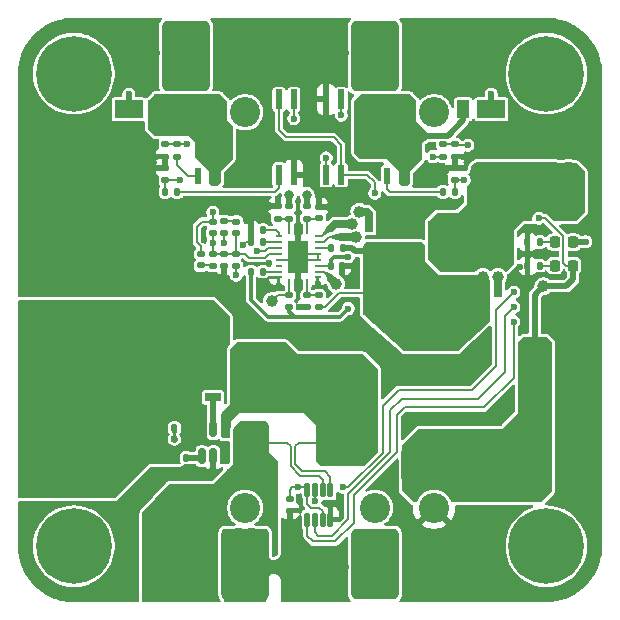
<source format=gbr>
%TF.GenerationSoftware,KiCad,Pcbnew,9.0.1*%
%TF.CreationDate,2025-07-05T19:11:37+01:00*%
%TF.ProjectId,PDB_AURA,5044425f-4155-4524-912e-6b696361645f,rev?*%
%TF.SameCoordinates,Original*%
%TF.FileFunction,Copper,L1,Top*%
%TF.FilePolarity,Positive*%
%FSLAX46Y46*%
G04 Gerber Fmt 4.6, Leading zero omitted, Abs format (unit mm)*
G04 Created by KiCad (PCBNEW 9.0.1) date 2025-07-05 19:11:37*
%MOMM*%
%LPD*%
G01*
G04 APERTURE LIST*
G04 Aperture macros list*
%AMRoundRect*
0 Rectangle with rounded corners*
0 $1 Rounding radius*
0 $2 $3 $4 $5 $6 $7 $8 $9 X,Y pos of 4 corners*
0 Add a 4 corners polygon primitive as box body*
4,1,4,$2,$3,$4,$5,$6,$7,$8,$9,$2,$3,0*
0 Add four circle primitives for the rounded corners*
1,1,$1+$1,$2,$3*
1,1,$1+$1,$4,$5*
1,1,$1+$1,$6,$7*
1,1,$1+$1,$8,$9*
0 Add four rect primitives between the rounded corners*
20,1,$1+$1,$2,$3,$4,$5,0*
20,1,$1+$1,$4,$5,$6,$7,0*
20,1,$1+$1,$6,$7,$8,$9,0*
20,1,$1+$1,$8,$9,$2,$3,0*%
%AMOutline5P*
0 Free polygon, 5 corners , with rotation*
0 The origin of the aperture is its center*
0 number of corners: always 5*
0 $1 to $10 corner X, Y*
0 $11 Rotation angle, in degrees counterclockwise*
0 create outline with 5 corners*
4,1,5,$1,$2,$3,$4,$5,$6,$7,$8,$9,$10,$1,$2,$11*%
%AMOutline6P*
0 Free polygon, 6 corners , with rotation*
0 The origin of the aperture is its center*
0 number of corners: always 6*
0 $1 to $12 corner X, Y*
0 $13 Rotation angle, in degrees counterclockwise*
0 create outline with 6 corners*
4,1,6,$1,$2,$3,$4,$5,$6,$7,$8,$9,$10,$11,$12,$1,$2,$13*%
%AMOutline7P*
0 Free polygon, 7 corners , with rotation*
0 The origin of the aperture is its center*
0 number of corners: always 7*
0 $1 to $14 corner X, Y*
0 $15 Rotation angle, in degrees counterclockwise*
0 create outline with 7 corners*
4,1,7,$1,$2,$3,$4,$5,$6,$7,$8,$9,$10,$11,$12,$13,$14,$1,$2,$15*%
%AMOutline8P*
0 Free polygon, 8 corners , with rotation*
0 The origin of the aperture is its center*
0 number of corners: always 8*
0 $1 to $16 corner X, Y*
0 $17 Rotation angle, in degrees counterclockwise*
0 create outline with 8 corners*
4,1,8,$1,$2,$3,$4,$5,$6,$7,$8,$9,$10,$11,$12,$13,$14,$15,$16,$1,$2,$17*%
G04 Aperture macros list end*
%TA.AperFunction,SMDPad,CuDef*%
%ADD10C,1.000000*%
%TD*%
%TA.AperFunction,ComponentPad*%
%ADD11C,2.550000*%
%TD*%
%TA.AperFunction,ComponentPad*%
%ADD12C,1.500000*%
%TD*%
%TA.AperFunction,SMDPad,CuDef*%
%ADD13RoundRect,0.135000X-0.185000X0.135000X-0.185000X-0.135000X0.185000X-0.135000X0.185000X0.135000X0*%
%TD*%
%TA.AperFunction,SMDPad,CuDef*%
%ADD14RoundRect,0.073750X-0.221250X0.736250X-0.221250X-0.736250X0.221250X-0.736250X0.221250X0.736250X0*%
%TD*%
%TA.AperFunction,SMDPad,CuDef*%
%ADD15RoundRect,0.135000X0.185000X-0.135000X0.185000X0.135000X-0.185000X0.135000X-0.185000X-0.135000X0*%
%TD*%
%TA.AperFunction,SMDPad,CuDef*%
%ADD16RoundRect,0.500000X3.500000X2.000000X-3.500000X2.000000X-3.500000X-2.000000X3.500000X-2.000000X0*%
%TD*%
%TA.AperFunction,SMDPad,CuDef*%
%ADD17RoundRect,0.135000X0.135000X0.185000X-0.135000X0.185000X-0.135000X-0.185000X0.135000X-0.185000X0*%
%TD*%
%TA.AperFunction,SMDPad,CuDef*%
%ADD18RoundRect,0.250000X1.100000X-0.325000X1.100000X0.325000X-1.100000X0.325000X-1.100000X-0.325000X0*%
%TD*%
%TA.AperFunction,SMDPad,CuDef*%
%ADD19RoundRect,0.250000X-0.325000X-1.100000X0.325000X-1.100000X0.325000X1.100000X-0.325000X1.100000X0*%
%TD*%
%TA.AperFunction,SMDPad,CuDef*%
%ADD20R,0.710000X1.372000*%
%TD*%
%TA.AperFunction,SMDPad,CuDef*%
%ADD21R,4.520000X3.850000*%
%TD*%
%TA.AperFunction,SMDPad,CuDef*%
%ADD22R,0.710000X0.590000*%
%TD*%
%TA.AperFunction,SMDPad,CuDef*%
%ADD23RoundRect,0.140000X0.140000X0.170000X-0.140000X0.170000X-0.140000X-0.170000X0.140000X-0.170000X0*%
%TD*%
%TA.AperFunction,SMDPad,CuDef*%
%ADD24RoundRect,0.140000X-0.170000X0.140000X-0.170000X-0.140000X0.170000X-0.140000X0.170000X0.140000X0*%
%TD*%
%TA.AperFunction,SMDPad,CuDef*%
%ADD25RoundRect,0.218750X-0.218750X-0.256250X0.218750X-0.256250X0.218750X0.256250X-0.218750X0.256250X0*%
%TD*%
%TA.AperFunction,SMDPad,CuDef*%
%ADD26RoundRect,0.140000X0.170000X-0.140000X0.170000X0.140000X-0.170000X0.140000X-0.170000X-0.140000X0*%
%TD*%
%TA.AperFunction,ComponentPad*%
%ADD27C,0.800000*%
%TD*%
%TA.AperFunction,ComponentPad*%
%ADD28C,6.400000*%
%TD*%
%TA.AperFunction,SMDPad,CuDef*%
%ADD29RoundRect,0.135000X-0.135000X-0.185000X0.135000X-0.185000X0.135000X0.185000X-0.135000X0.185000X0*%
%TD*%
%TA.AperFunction,SMDPad,CuDef*%
%ADD30R,0.480000X1.400000*%
%TD*%
%TA.AperFunction,SMDPad,CuDef*%
%ADD31Outline6P,-1.000000X1.362500X1.000000X1.362500X1.000000X-0.962500X0.600000X-1.362500X-0.600000X-1.362500X-1.000000X-0.962500X0.000000*%
%TD*%
%TA.AperFunction,SMDPad,CuDef*%
%ADD32R,0.560000X1.525000*%
%TD*%
%TA.AperFunction,SMDPad,CuDef*%
%ADD33R,0.250000X0.600000*%
%TD*%
%TA.AperFunction,SMDPad,CuDef*%
%ADD34R,0.600000X0.250000*%
%TD*%
%TA.AperFunction,SMDPad,CuDef*%
%ADD35R,1.700000X2.700000*%
%TD*%
%TA.AperFunction,SMDPad,CuDef*%
%ADD36RoundRect,0.140000X-0.140000X-0.170000X0.140000X-0.170000X0.140000X0.170000X-0.140000X0.170000X0*%
%TD*%
%TA.AperFunction,SMDPad,CuDef*%
%ADD37RoundRect,0.060000X-0.180000X0.545000X-0.180000X-0.545000X0.180000X-0.545000X0.180000X0.545000X0*%
%TD*%
%TA.AperFunction,SMDPad,CuDef*%
%ADD38R,1.372000X0.710000*%
%TD*%
%TA.AperFunction,SMDPad,CuDef*%
%ADD39R,3.850000X4.520000*%
%TD*%
%TA.AperFunction,SMDPad,CuDef*%
%ADD40R,0.590000X0.710000*%
%TD*%
%TA.AperFunction,SMDPad,CuDef*%
%ADD41R,2.400000X1.500000*%
%TD*%
%TA.AperFunction,SMDPad,CuDef*%
%ADD42R,1.050000X1.500000*%
%TD*%
%TA.AperFunction,SMDPad,CuDef*%
%ADD43RoundRect,0.250000X-0.362500X-1.425000X0.362500X-1.425000X0.362500X1.425000X-0.362500X1.425000X0*%
%TD*%
%TA.AperFunction,SMDPad,CuDef*%
%ADD44RoundRect,0.487500X-2.012500X1.137500X-2.012500X-1.137500X2.012500X-1.137500X2.012500X1.137500X0*%
%TD*%
%TA.AperFunction,SMDPad,CuDef*%
%ADD45RoundRect,0.150000X0.150000X-0.512500X0.150000X0.512500X-0.150000X0.512500X-0.150000X-0.512500X0*%
%TD*%
%TA.AperFunction,SMDPad,CuDef*%
%ADD46RoundRect,0.073750X0.221250X-0.736250X0.221250X0.736250X-0.221250X0.736250X-0.221250X-0.736250X0*%
%TD*%
%TA.AperFunction,SMDPad,CuDef*%
%ADD47RoundRect,0.400000X-1.600000X2.600000X-1.600000X-2.600000X1.600000X-2.600000X1.600000X2.600000X0*%
%TD*%
%TA.AperFunction,SMDPad,CuDef*%
%ADD48RoundRect,0.400000X1.600000X-2.600000X1.600000X2.600000X-1.600000X2.600000X-1.600000X-2.600000X0*%
%TD*%
%TA.AperFunction,ViaPad*%
%ADD49C,0.600000*%
%TD*%
%TA.AperFunction,ViaPad*%
%ADD50C,0.800000*%
%TD*%
%TA.AperFunction,ViaPad*%
%ADD51C,1.000000*%
%TD*%
%TA.AperFunction,Conductor*%
%ADD52C,0.200000*%
%TD*%
%TA.AperFunction,Conductor*%
%ADD53C,0.300000*%
%TD*%
%TA.AperFunction,Conductor*%
%ADD54C,0.650000*%
%TD*%
%TA.AperFunction,Conductor*%
%ADD55C,0.500000*%
%TD*%
G04 APERTURE END LIST*
D10*
%TO.P,TP101,1,1*%
%TO.N,+BATT_FILT*%
X70750000Y-89250000D03*
%TD*%
%TO.P,TP100,1,1*%
%TO.N,+BATT*%
X67250000Y-76000000D03*
%TD*%
D11*
%TO.P,J304,1,1*%
%TO.N,GND*%
X85500000Y-91750000D03*
%TO.P,J304,2,2*%
%TO.N,+5V*%
X80500000Y-91750000D03*
D12*
%TO.P,J304,3,3*%
%TO.N,GND*%
X88500000Y-96750000D03*
%TO.P,J304,4,4*%
X77500000Y-96750000D03*
%TD*%
D11*
%TO.P,J303,1,1*%
%TO.N,GND*%
X69500000Y-91750000D03*
%TO.P,J303,2,2*%
%TO.N,+BATT_FILT*%
X64500000Y-91750000D03*
D12*
%TO.P,J303,3,3*%
%TO.N,GND*%
X72500000Y-96750000D03*
%TO.P,J303,4,4*%
%TO.N,+BATT_FILT*%
X61500000Y-96750000D03*
%TD*%
D11*
%TO.P,J301,1,1*%
%TO.N,/300_Connectors/VBAT_CH2*%
X80500000Y-58250000D03*
%TO.P,J301,2,2*%
%TO.N,+BATT_FILT*%
X85500000Y-58250000D03*
D12*
%TO.P,J301,3,3*%
%TO.N,GND*%
X77500000Y-53250000D03*
%TO.P,J301,4,4*%
X88500000Y-53250000D03*
%TD*%
D11*
%TO.P,J300,1,1*%
%TO.N,/300_Connectors/VBAT_CH1*%
X64500000Y-58250000D03*
%TO.P,J300,2,2*%
%TO.N,+BATT_FILT*%
X69500000Y-58250000D03*
D12*
%TO.P,J300,3,3*%
%TO.N,GND*%
X61500000Y-53250000D03*
%TO.P,J300,4,4*%
X72500000Y-53250000D03*
%TD*%
D13*
%TO.P,R202,1*%
%TO.N,GND*%
X72250000Y-66240000D03*
%TO.P,R202,2*%
%TO.N,/200_Buck_Regulator/5V_EN*%
X72250000Y-67260000D03*
%TD*%
D14*
%TO.P,U301,1*%
%TO.N,/300_Connectors/MSFT_2_R*%
X77635000Y-57172500D03*
%TO.P,U301,2*%
%TO.N,GND*%
X76365000Y-57172500D03*
%TO.P,U301,3*%
%TO.N,/300_Connectors/VGS_CH2*%
X76365000Y-63562500D03*
%TO.P,U301,4*%
%TO.N,+5V*%
X77635000Y-63562500D03*
%TD*%
D15*
%TO.P,R210,1*%
%TO.N,/200_Buck_Regulator/5V_SW*%
X75750000Y-74760000D03*
%TO.P,R210,2*%
%TO.N,/200_Buck_Regulator/5V_ILIM*%
X75750000Y-73740000D03*
%TD*%
%TO.P,R201,1*%
%TO.N,/200_Buck_Regulator/5V_EN*%
X73250000Y-67260000D03*
%TO.P,R201,2*%
%TO.N,+BATT_FILT*%
X73250000Y-66240000D03*
%TD*%
D13*
%TO.P,R206,1*%
%TO.N,/200_Buck_Regulator/5V_FB*%
X68750000Y-70240000D03*
%TO.P,R206,2*%
%TO.N,+5V*%
X68750000Y-71260000D03*
%TD*%
D15*
%TO.P,R200,1*%
%TO.N,/200_Buck_Regulator/5V_VIN*%
X74750000Y-67260000D03*
%TO.P,R200,2*%
%TO.N,+BATT_FILT*%
X74750000Y-66240000D03*
%TD*%
D16*
%TO.P,J102,1,1*%
%TO.N,GND*%
X56000000Y-63750000D03*
%TD*%
D17*
%TO.P,R203,1*%
%TO.N,/200_Buck_Regulator/5V_SYNCIN*%
X71010000Y-71750000D03*
%TO.P,R203,2*%
%TO.N,+5V_VCC*%
X69990000Y-71750000D03*
%TD*%
D10*
%TO.P,TP202,1,1*%
%TO.N,/200_Buck_Regulator/5V_PGOOD*%
X71750000Y-74250000D03*
%TD*%
D18*
%TO.P,C200,1*%
%TO.N,+BATT_FILT*%
X90500000Y-63975000D03*
%TO.P,C200,2*%
%TO.N,GND*%
X90500000Y-61025000D03*
%TD*%
D19*
%TO.P,C205,1*%
%TO.N,+5V*%
X94025000Y-85750000D03*
%TO.P,C205,2*%
%TO.N,GND*%
X96975000Y-85750000D03*
%TD*%
D20*
%TO.P,Q200,1,G*%
%TO.N,/200_Buck_Regulator/5V_HO*%
X90905000Y-73211000D03*
D21*
%TO.P,Q200,2,D*%
%TO.N,+BATT_FILT*%
X89000000Y-69500000D03*
D22*
X87095000Y-67280000D03*
X88365000Y-67280000D03*
X89635000Y-67280000D03*
X90905000Y-67280000D03*
D20*
%TO.P,Q200,3,S*%
%TO.N,/200_Buck_Regulator/5V_SW*%
X87095000Y-73211000D03*
X88365000Y-73211000D03*
X89635000Y-73211000D03*
%TD*%
D13*
%TO.P,R209,1*%
%TO.N,/200_Buck_Regulator/5V_PGOOD*%
X73250000Y-73740000D03*
%TO.P,R209,2*%
%TO.N,+5V_VCC*%
X73250000Y-74760000D03*
%TD*%
D23*
%TO.P,C104,1*%
%TO.N,+BATT*%
X64480000Y-85000000D03*
%TO.P,C104,2*%
%TO.N,GND*%
X63520000Y-85000000D03*
%TD*%
D24*
%TO.P,C210,1*%
%TO.N,/200_Buck_Regulator/5V_ILIM*%
X74750000Y-73770000D03*
%TO.P,C210,2*%
%TO.N,GND*%
X74750000Y-74730000D03*
%TD*%
D25*
%TO.P,D200,1,K*%
%TO.N,/200_Buck_Regulator/5V_LED*%
X95712500Y-71250000D03*
%TO.P,D200,2,A*%
%TO.N,+5V*%
X97287500Y-71250000D03*
%TD*%
D26*
%TO.P,C218,1*%
%TO.N,+BATT_FILT*%
X97500000Y-62980000D03*
%TO.P,C218,2*%
%TO.N,GND*%
X97500000Y-62020000D03*
%TD*%
D27*
%TO.P,H102,1,1*%
%TO.N,unconnected-(H102-Pad1)_8*%
X92600000Y-55000000D03*
%TO.N,unconnected-(H102-Pad1)_3*%
X93302944Y-53302944D03*
%TO.N,unconnected-(H102-Pad1)_2*%
X93302944Y-56697056D03*
%TO.N,unconnected-(H102-Pad1)_5*%
X95000000Y-52600000D03*
D28*
%TO.N,unconnected-(H102-Pad1)_6*%
X95000000Y-55000000D03*
D27*
%TO.N,unconnected-(H102-Pad1)_4*%
X95000000Y-57400000D03*
%TO.N,unconnected-(H102-Pad1)_7*%
X96697056Y-53302944D03*
%TO.N,unconnected-(H102-Pad1)*%
X96697056Y-56697056D03*
%TO.N,unconnected-(H102-Pad1)_1*%
X97400000Y-55000000D03*
%TD*%
D24*
%TO.P,C212,1*%
%TO.N,/200_Buck_Regulator/COMP_FB_C*%
X66750000Y-67520000D03*
%TO.P,C212,2*%
%TO.N,/200_Buck_Regulator/5V_FB*%
X66750000Y-68480000D03*
%TD*%
D23*
%TO.P,C211,1*%
%TO.N,/200_Buck_Regulator/5V_SS*%
X70980000Y-69250000D03*
%TO.P,C211,2*%
%TO.N,GND*%
X70020000Y-69250000D03*
%TD*%
D11*
%TO.P,J100,1,1*%
%TO.N,+BATT*%
X63162000Y-77500000D03*
%TO.P,J100,2,2*%
%TO.N,GND*%
X63162000Y-72500000D03*
D12*
%TO.P,J100,3,3*%
X53162000Y-69500000D03*
%TO.P,J100,4,4*%
%TO.N,+BATT*%
X53162000Y-80500000D03*
%TD*%
D29*
%TO.P,R211,1*%
%TO.N,GND*%
X93410000Y-71250000D03*
%TO.P,R211,2*%
%TO.N,/200_Buck_Regulator/5V_LED*%
X94430000Y-71250000D03*
%TD*%
D30*
%TO.P,Q300,1,G*%
%TO.N,/300_Connectors/VGS_CH1_R*%
X65500000Y-63688000D03*
D31*
%TO.P,Q300,2,D*%
%TO.N,/300_Connectors/VBAT_CH1*%
X67000000Y-61500000D03*
D32*
X67000000Y-63625000D03*
D30*
%TO.P,Q300,3,S*%
%TO.N,GND*%
X68500000Y-63688000D03*
%TD*%
D13*
%TO.P,R207,1*%
%TO.N,/200_Buck_Regulator/5V_FB*%
X66750000Y-70240000D03*
%TO.P,R207,2*%
%TO.N,/200_Buck_Regulator/COMP_FB_R*%
X66750000Y-71260000D03*
%TD*%
D27*
%TO.P,H101,1,1*%
%TO.N,unconnected-(H101-Pad1)_3*%
X52600000Y-55000000D03*
%TO.N,unconnected-(H101-Pad1)_5*%
X53302944Y-53302944D03*
%TO.N,unconnected-(H101-Pad1)_1*%
X53302944Y-56697056D03*
%TO.N,unconnected-(H101-Pad1)*%
X55000000Y-52600000D03*
D28*
%TO.N,unconnected-(H101-Pad1)_7*%
X55000000Y-55000000D03*
D27*
%TO.N,unconnected-(H101-Pad1)_2*%
X55000000Y-57400000D03*
%TO.N,unconnected-(H101-Pad1)_8*%
X56697056Y-53302944D03*
%TO.N,unconnected-(H101-Pad1)_4*%
X56697056Y-56697056D03*
%TO.N,unconnected-(H101-Pad1)_6*%
X57400000Y-55000000D03*
%TD*%
D29*
%TO.P,R208,1*%
%TO.N,GND*%
X69990000Y-68250000D03*
%TO.P,R208,2*%
%TO.N,/200_Buck_Regulator/5V_RT*%
X71010000Y-68250000D03*
%TD*%
%TO.P,C207,1*%
%TO.N,/200_Buck_Regulator/5V_BST*%
X76740000Y-69750000D03*
%TO.P,C207,2*%
%TO.N,/200_Buck_Regulator/5V_SW*%
X77760000Y-69750000D03*
%TD*%
D33*
%TO.P,U200,1,EN/UVLO*%
%TO.N,/200_Buck_Regulator/5V_EN*%
X73250000Y-68350000D03*
D34*
%TO.P,U200,2,RT*%
%TO.N,/200_Buck_Regulator/5V_RT*%
X72350000Y-68750000D03*
%TO.P,U200,3,SS/TRK*%
%TO.N,/200_Buck_Regulator/5V_SS*%
X72350000Y-69250000D03*
%TO.P,U200,4,COMP*%
%TO.N,/200_Buck_Regulator/COMP_FB_C*%
X72350000Y-69750000D03*
%TO.P,U200,5,FB*%
%TO.N,/200_Buck_Regulator/5V_FB*%
X72350000Y-70250000D03*
%TO.P,U200,6,AGND*%
%TO.N,GND*%
X72350000Y-70750000D03*
%TO.P,U200,7,SYNCOUT*%
%TO.N,unconnected-(U200-SYNCOUT-Pad7)*%
X72350000Y-71250000D03*
%TO.P,U200,8,SYNCIN*%
%TO.N,/200_Buck_Regulator/5V_SYNCIN*%
X72350000Y-71750000D03*
%TO.P,U200,9,NC_1*%
%TO.N,GND*%
X72350000Y-72250000D03*
D33*
%TO.P,U200,10,PGOOD*%
%TO.N,/200_Buck_Regulator/5V_PGOOD*%
X73250000Y-72650000D03*
%TO.P,U200,11,ILIM*%
%TO.N,/200_Buck_Regulator/5V_ILIM*%
X74750000Y-72650000D03*
D34*
%TO.P,U200,12,PGND*%
%TO.N,GND*%
X75650000Y-72250000D03*
%TO.P,U200,13,LO*%
%TO.N,/200_Buck_Regulator/5V_LO*%
X75650000Y-71750000D03*
%TO.P,U200,14,VCC*%
%TO.N,+5V_VCC*%
X75650000Y-71250000D03*
%TO.P,U200,15,EP_1*%
%TO.N,GND*%
X75650000Y-70750000D03*
%TO.P,U200,16,NC_2*%
X75650000Y-70250000D03*
%TO.P,U200,17,BST*%
%TO.N,/200_Buck_Regulator/5V_BST*%
X75650000Y-69750000D03*
%TO.P,U200,18,HO*%
%TO.N,/200_Buck_Regulator/5V_HO*%
X75650000Y-69250000D03*
%TO.P,U200,19,SW*%
%TO.N,/200_Buck_Regulator/5V_SW*%
X75650000Y-68750000D03*
D33*
%TO.P,U200,20,VIN*%
%TO.N,/200_Buck_Regulator/5V_VIN*%
X74750000Y-68350000D03*
D35*
%TO.P,U200,21,EP_2*%
%TO.N,GND*%
X74000000Y-70500000D03*
%TD*%
D36*
%TO.P,C202,1*%
%TO.N,+5V*%
X95020000Y-88000000D03*
%TO.P,C202,2*%
%TO.N,GND*%
X95980000Y-88000000D03*
%TD*%
%TO.P,C209,1*%
%TO.N,+5V_VCC*%
X76770000Y-71250000D03*
%TO.P,C209,2*%
%TO.N,GND*%
X77730000Y-71250000D03*
%TD*%
D20*
%TO.P,Q201,1,G*%
%TO.N,/200_Buck_Regulator/5V_LO*%
X80019000Y-67754000D03*
D22*
%TO.P,Q201,2,D*%
%TO.N,/200_Buck_Regulator/5V_SW*%
X80019000Y-73568000D03*
X81289000Y-73568000D03*
X82559000Y-73568000D03*
X83829000Y-73568000D03*
D21*
X81924000Y-71348000D03*
D20*
%TO.P,Q201,3,S*%
%TO.N,GND*%
X81289000Y-67754000D03*
X82559000Y-67754000D03*
X83829000Y-67754000D03*
%TD*%
D15*
%TO.P,R205,1*%
%TO.N,GND*%
X67750000Y-71260000D03*
%TO.P,R205,2*%
%TO.N,/200_Buck_Regulator/5V_FB*%
X67750000Y-70240000D03*
%TD*%
D27*
%TO.P,H100,1,1*%
%TO.N,unconnected-(H100-Pad1)_3*%
X92600000Y-95000000D03*
%TO.N,unconnected-(H100-Pad1)_7*%
X93302944Y-93302944D03*
%TO.N,unconnected-(H100-Pad1)_1*%
X93302944Y-96697056D03*
%TO.N,unconnected-(H100-Pad1)_5*%
X95000000Y-92600000D03*
D28*
%TO.N,unconnected-(H100-Pad1)_2*%
X95000000Y-95000000D03*
D27*
%TO.N,unconnected-(H100-Pad1)_6*%
X95000000Y-97400000D03*
%TO.N,unconnected-(H100-Pad1)_8*%
X96697056Y-93302944D03*
%TO.N,unconnected-(H100-Pad1)_4*%
X96697056Y-96697056D03*
%TO.N,unconnected-(H100-Pad1)*%
X97400000Y-95000000D03*
%TD*%
D36*
%TO.P,C203,1*%
%TO.N,+5V*%
X95020000Y-89000000D03*
%TO.P,C203,2*%
%TO.N,GND*%
X95980000Y-89000000D03*
%TD*%
%TO.P,C101,1*%
%TO.N,+BATT*%
X63540000Y-87500000D03*
%TO.P,C101,2*%
%TO.N,/100_Power/VCAP*%
X64500000Y-87500000D03*
%TD*%
D27*
%TO.P,H103,1,1*%
%TO.N,unconnected-(H103-Pad1)_8*%
X52600000Y-95000000D03*
%TO.N,unconnected-(H103-Pad1)_3*%
X53302944Y-93302944D03*
%TO.N,unconnected-(H103-Pad1)_5*%
X53302944Y-96697056D03*
%TO.N,unconnected-(H103-Pad1)_2*%
X55000000Y-92600000D03*
D28*
%TO.N,unconnected-(H103-Pad1)_4*%
X55000000Y-95000000D03*
D27*
%TO.N,unconnected-(H103-Pad1)_6*%
X55000000Y-97400000D03*
%TO.N,unconnected-(H103-Pad1)_1*%
X56697056Y-93302944D03*
%TO.N,unconnected-(H103-Pad1)*%
X56697056Y-96697056D03*
%TO.N,unconnected-(H103-Pad1)_7*%
X57400000Y-95000000D03*
%TD*%
D29*
%TO.P,R101,1*%
%TO.N,GND*%
X93410000Y-69250000D03*
%TO.P,R101,2*%
%TO.N,/100_Power/VBAT_LED*%
X94430000Y-69250000D03*
%TD*%
D37*
%TO.P,U302,1,IN+*%
%TO.N,INA_IN+*%
X76725000Y-90245000D03*
%TO.P,U302,2,IN-*%
%TO.N,+BATT_FILT*%
X76075000Y-90245000D03*
%TO.P,U302,3,GND*%
%TO.N,GND*%
X75425000Y-90245000D03*
%TO.P,U302,4,VS*%
%TO.N,+3V3*%
X74775000Y-90245000D03*
%TO.P,U302,5,SCL*%
%TO.N,SCL*%
X74775000Y-92755000D03*
%TO.P,U302,6,SDA*%
%TO.N,SDA*%
X75425000Y-92755000D03*
%TO.P,U302,7,A0*%
%TO.N,+3V3*%
X76075000Y-92755000D03*
%TO.P,U302,8,A1*%
%TO.N,GND*%
X76725000Y-92755000D03*
%TD*%
D13*
%TO.P,R204,1*%
%TO.N,/200_Buck_Regulator/5V_FB_RC*%
X67750000Y-67490000D03*
%TO.P,R204,2*%
%TO.N,+5V*%
X67750000Y-68510000D03*
%TD*%
D19*
%TO.P,C204,1*%
%TO.N,+5V*%
X94025000Y-82250000D03*
%TO.P,C204,2*%
%TO.N,GND*%
X96975000Y-82250000D03*
%TD*%
D38*
%TO.P,Q100,1,G*%
%TO.N,/100_Power/PLR_G*%
X66789000Y-82405000D03*
D39*
%TO.P,Q100,2,D*%
%TO.N,INA_IN+*%
X70500000Y-80500000D03*
D40*
X72720000Y-78595000D03*
X72720000Y-79865000D03*
X72720000Y-81135000D03*
X72720000Y-82405000D03*
D38*
%TO.P,Q100,3,S*%
%TO.N,+BATT*%
X66789000Y-78595000D03*
X66789000Y-79865000D03*
X66789000Y-81135000D03*
%TD*%
D24*
%TO.P,C214,1*%
%TO.N,/200_Buck_Regulator/5V_FB_RC*%
X68750000Y-67520000D03*
%TO.P,C214,2*%
%TO.N,/200_Buck_Regulator/5V_FB*%
X68750000Y-68480000D03*
%TD*%
D41*
%TO.P,D300,1,K*%
%TO.N,+BATT_FILT*%
X59650000Y-58000000D03*
D42*
%TO.P,D300,2,A*%
%TO.N,/300_Connectors/VBAT_CH1*%
X62025000Y-58000000D03*
%TD*%
D36*
%TO.P,C215,1*%
%TO.N,+5V*%
X95020000Y-90000000D03*
%TO.P,C215,2*%
%TO.N,GND*%
X95980000Y-90000000D03*
%TD*%
D26*
%TO.P,C213,1*%
%TO.N,/200_Buck_Regulator/COMP_FB_R*%
X65750000Y-71230000D03*
%TO.P,C213,2*%
%TO.N,/200_Buck_Regulator/COMP_FB_C*%
X65750000Y-70270000D03*
%TD*%
D25*
%TO.P,D100,1,K*%
%TO.N,/100_Power/VBAT_LED*%
X95712500Y-69250000D03*
%TO.P,D100,2,A*%
%TO.N,+BATT_FILT*%
X97287500Y-69250000D03*
%TD*%
D10*
%TO.P,TP200,1,1*%
%TO.N,+5V*%
X94750000Y-73000000D03*
%TD*%
D26*
%TO.P,C217,1*%
%TO.N,+BATT_FILT*%
X96250000Y-62980000D03*
%TO.P,C217,2*%
%TO.N,GND*%
X96250000Y-62020000D03*
%TD*%
D29*
%TO.P,R307,1*%
%TO.N,/300_Connectors/VGS_CH2_R*%
X86240000Y-65000000D03*
%TO.P,R307,2*%
%TO.N,/300_Connectors/VGS_CH2*%
X87260000Y-65000000D03*
%TD*%
D30*
%TO.P,Q301,1,G*%
%TO.N,/300_Connectors/VGS_CH2_R*%
X81500000Y-63688000D03*
D31*
%TO.P,Q301,2,D*%
%TO.N,/300_Connectors/VBAT_CH2*%
X83000000Y-61500000D03*
D32*
X83000000Y-63625000D03*
D30*
%TO.P,Q301,3,S*%
%TO.N,GND*%
X84500000Y-63688000D03*
%TD*%
D43*
%TO.P,R100,1*%
%TO.N,+BATT_FILT*%
X70596500Y-86250000D03*
%TO.P,R100,2*%
%TO.N,INA_IN+*%
X76521500Y-86250000D03*
%TD*%
D24*
%TO.P,C300,1*%
%TO.N,+3V3*%
X73280000Y-91020000D03*
%TO.P,C300,2*%
%TO.N,GND*%
X73280000Y-91980000D03*
%TD*%
D13*
%TO.P,R300,1*%
%TO.N,GND*%
X62750000Y-62990000D03*
%TO.P,R300,2*%
%TO.N,MSFT_1*%
X62750000Y-64010000D03*
%TD*%
%TO.P,R306,1*%
%TO.N,GND*%
X87250000Y-62990000D03*
%TO.P,R306,2*%
%TO.N,/300_Connectors/VGS_CH2*%
X87250000Y-64010000D03*
%TD*%
D15*
%TO.P,R305,1*%
%TO.N,/300_Connectors/MSFT_2_R*%
X86250000Y-62010000D03*
%TO.P,R305,2*%
%TO.N,MSFT_2*%
X86250000Y-60990000D03*
%TD*%
D44*
%TO.P,L200,1,1*%
%TO.N,/200_Buck_Regulator/5V_SW*%
X85250000Y-76875000D03*
%TO.P,L200,2,2*%
%TO.N,+5V*%
X85250000Y-88125000D03*
%TD*%
D16*
%TO.P,J101,1,1*%
%TO.N,+BATT*%
X56000000Y-86250000D03*
%TD*%
D17*
%TO.P,R301,1*%
%TO.N,/300_Connectors/MSFT_1_R*%
X63760000Y-65000000D03*
%TO.P,R301,2*%
%TO.N,MSFT_1*%
X62740000Y-65000000D03*
%TD*%
D19*
%TO.P,C216,1*%
%TO.N,+5V*%
X94025000Y-78750000D03*
%TO.P,C216,2*%
%TO.N,GND*%
X96975000Y-78750000D03*
%TD*%
D15*
%TO.P,R302,1*%
%TO.N,GND*%
X62760000Y-62010000D03*
%TO.P,R302,2*%
%TO.N,/300_Connectors/VGS_CH1*%
X62760000Y-60990000D03*
%TD*%
D26*
%TO.P,C208,1*%
%TO.N,/200_Buck_Regulator/5V_VIN*%
X75750000Y-67230000D03*
%TO.P,C208,2*%
%TO.N,GND*%
X75750000Y-66270000D03*
%TD*%
D15*
%TO.P,R303,1*%
%TO.N,/300_Connectors/VGS_CH1_R*%
X63750000Y-62010000D03*
%TO.P,R303,2*%
%TO.N,/300_Connectors/VGS_CH1*%
X63750000Y-60990000D03*
%TD*%
D18*
%TO.P,C102,1*%
%TO.N,INA_IN+*%
X75809000Y-79975000D03*
%TO.P,C102,2*%
%TO.N,GND*%
X75809000Y-77025000D03*
%TD*%
D41*
%TO.P,D301,1,K*%
%TO.N,+BATT_FILT*%
X90350000Y-58000000D03*
D42*
%TO.P,D301,2,A*%
%TO.N,/300_Connectors/VBAT_CH2*%
X87975000Y-58000000D03*
%TD*%
D45*
%TO.P,U100,1,VCAP*%
%TO.N,/100_Power/VCAP*%
X65859000Y-87387500D03*
%TO.P,U100,2,GND*%
%TO.N,GND*%
X66809000Y-87387500D03*
%TO.P,U100,3,EN*%
%TO.N,+BATT*%
X67759000Y-87387500D03*
%TO.P,U100,4,CATHODE*%
%TO.N,INA_IN+*%
X67759000Y-85112500D03*
%TO.P,U100,5,GATE*%
%TO.N,/100_Power/PLR_G*%
X66809000Y-85112500D03*
%TO.P,U100,6,ANODE*%
%TO.N,+BATT*%
X65859000Y-85112500D03*
%TD*%
D15*
%TO.P,R304,1*%
%TO.N,GND*%
X87250000Y-62010000D03*
%TO.P,R304,2*%
%TO.N,MSFT_2*%
X87250000Y-60990000D03*
%TD*%
D18*
%TO.P,C201,1*%
%TO.N,+BATT_FILT*%
X94000000Y-63975000D03*
%TO.P,C201,2*%
%TO.N,GND*%
X94000000Y-61025000D03*
%TD*%
D46*
%TO.P,U300,1*%
%TO.N,/300_Connectors/MSFT_1_R*%
X72365000Y-63562500D03*
%TO.P,U300,2*%
%TO.N,GND*%
X73635000Y-63562500D03*
%TO.P,U300,3*%
%TO.N,/300_Connectors/VGS_CH1*%
X73635000Y-57172500D03*
%TO.P,U300,4*%
%TO.N,+5V*%
X72365000Y-57172500D03*
%TD*%
D47*
%TO.P,J312,1,1*%
%TO.N,GND*%
X69500000Y-96500000D03*
%TD*%
%TO.P,J307,1,1*%
%TO.N,+BATT_FILT*%
X80500000Y-53500000D03*
%TD*%
%TO.P,J306,1,1*%
%TO.N,GND*%
X69500000Y-53500000D03*
%TD*%
D48*
%TO.P,J308,1,1*%
%TO.N,GND*%
X85500000Y-53500000D03*
%TD*%
%TO.P,J309,1,1*%
%TO.N,+BATT_FILT*%
X80500000Y-96500000D03*
%TD*%
D47*
%TO.P,J310,1,1*%
%TO.N,GND*%
X85500000Y-96500000D03*
%TD*%
D48*
%TO.P,J305,1,1*%
%TO.N,+BATT_FILT*%
X64500000Y-53500000D03*
%TD*%
%TO.P,J311,1,1*%
%TO.N,+BATT_FILT*%
X64500000Y-96500000D03*
%TD*%
D49*
%TO.N,GND*%
X90250000Y-84250000D03*
X91250000Y-83250000D03*
X91250000Y-84250000D03*
X73280000Y-92740000D03*
X86550000Y-63250000D03*
X85850000Y-63250000D03*
%TO.N,/300_Connectors/VGS_CH2*%
X88070000Y-64010000D03*
%TO.N,GND*%
X74070000Y-74733465D03*
%TO.N,+5V_VCC*%
X78220000Y-74880000D03*
D50*
%TO.N,GND*%
X81285000Y-65850000D03*
D49*
X85380000Y-61110000D03*
X85850000Y-63950000D03*
X85150000Y-63250000D03*
X85150000Y-63950000D03*
X69150000Y-63250000D03*
X70450000Y-63900000D03*
X70450000Y-63250000D03*
X69800000Y-63250000D03*
X69800000Y-63900000D03*
X69150000Y-63900000D03*
X90490000Y-61800000D03*
X84000000Y-53500000D03*
X52750000Y-72750000D03*
X68750000Y-55750000D03*
X94990000Y-61800000D03*
D50*
X56000000Y-63000000D03*
D49*
X90250000Y-95250000D03*
X75470000Y-96040000D03*
X68000000Y-52750000D03*
X69500000Y-95000000D03*
X66750000Y-65750000D03*
X57750000Y-67750000D03*
X84000000Y-97250000D03*
X69656140Y-67436186D03*
X87000000Y-95750000D03*
X84750000Y-51250000D03*
X68000000Y-54250000D03*
X65250000Y-72750000D03*
X92990000Y-61800000D03*
D50*
X76550000Y-77750000D03*
D49*
X86250000Y-52000000D03*
X85500000Y-55750000D03*
X91500000Y-60250000D03*
X70250000Y-51250000D03*
X95000000Y-60250000D03*
X57750000Y-70250000D03*
X60250000Y-70250000D03*
X85500000Y-94250000D03*
X89500000Y-60250000D03*
X77040000Y-59034330D03*
X68000000Y-53500000D03*
X97650000Y-86750000D03*
X76720000Y-91500000D03*
X69500000Y-94250000D03*
X62750000Y-67750000D03*
X66014772Y-69034653D03*
X68750000Y-52750000D03*
X84750000Y-95750000D03*
X68000000Y-98750000D03*
X60250000Y-60250000D03*
X52750000Y-60250000D03*
X94000000Y-60250000D03*
X87000000Y-98000000D03*
X75650000Y-72760000D03*
X84000000Y-52000000D03*
X84000000Y-55750000D03*
X85500000Y-97250000D03*
X85500000Y-54250000D03*
D50*
X58500000Y-61750000D03*
D49*
X87000000Y-53500000D03*
X84750000Y-54250000D03*
X91490000Y-61800000D03*
X68000000Y-97250000D03*
X67750000Y-72050000D03*
X75250000Y-55250000D03*
D50*
X56000000Y-61750000D03*
D49*
X90250000Y-52750000D03*
X68750000Y-51250000D03*
X84750000Y-55000000D03*
X71000000Y-95750000D03*
D50*
X56000000Y-65500000D03*
D49*
X68000000Y-98000000D03*
X70250000Y-94250000D03*
X57750000Y-72750000D03*
X86250000Y-51250000D03*
X84000000Y-95750000D03*
X84750000Y-55750000D03*
X84000000Y-94250000D03*
X86250000Y-97250000D03*
X71000000Y-55000000D03*
X87000000Y-55750000D03*
X76948406Y-61530000D03*
X97750000Y-77750000D03*
D50*
X58500000Y-63000000D03*
D49*
X87000000Y-52000000D03*
X69500000Y-95750000D03*
X68750000Y-98000000D03*
D50*
X57250000Y-63000000D03*
D49*
X86250000Y-54250000D03*
X97510000Y-61240000D03*
X60250000Y-97750000D03*
X70250000Y-97250000D03*
X97750000Y-57750000D03*
D50*
X74000000Y-69750000D03*
D49*
X96650000Y-90050000D03*
D50*
X53500000Y-64250000D03*
D49*
X70250000Y-96500000D03*
X85500000Y-98000000D03*
X73631116Y-59647414D03*
X84000000Y-52750000D03*
X71000000Y-55750000D03*
X60250000Y-67750000D03*
X71000000Y-96500000D03*
X68750000Y-94250000D03*
X71000000Y-52750000D03*
X77750000Y-55250000D03*
D50*
X54750000Y-64250000D03*
D49*
X96650000Y-89050000D03*
X55250000Y-67750000D03*
X85500000Y-95750000D03*
X86250000Y-55750000D03*
X97750000Y-90250000D03*
X84750000Y-95000000D03*
X68750000Y-96500000D03*
D50*
X76670000Y-66290000D03*
D49*
X85500000Y-95000000D03*
X70250000Y-53500000D03*
X68750000Y-95750000D03*
X86250000Y-98750000D03*
X73625000Y-62150000D03*
D50*
X53500000Y-65500000D03*
D49*
X97750000Y-60250000D03*
X87000000Y-52750000D03*
X86250000Y-98000000D03*
X68750000Y-52000000D03*
X90250000Y-97750000D03*
X84000000Y-55000000D03*
X69500000Y-52750000D03*
X72750000Y-55250000D03*
X87000000Y-98750000D03*
X55250000Y-70250000D03*
D50*
X58500000Y-64250000D03*
X58500000Y-65500000D03*
D49*
X87000000Y-97250000D03*
X84000000Y-98000000D03*
X71000000Y-54250000D03*
D50*
X54750000Y-61750000D03*
D49*
X70250000Y-98000000D03*
X88070000Y-62010000D03*
D50*
X56000000Y-64250000D03*
D49*
X68000000Y-51250000D03*
X68750000Y-54250000D03*
X74785717Y-97549875D03*
X85250000Y-80250000D03*
X71000000Y-98000000D03*
X60250000Y-72750000D03*
X93430000Y-68420000D03*
X57750000Y-60250000D03*
D50*
X53500000Y-61750000D03*
D49*
X66000000Y-89000000D03*
X71000000Y-98750000D03*
X68000000Y-96500000D03*
X77750000Y-95250000D03*
X84750000Y-52750000D03*
X84000000Y-54250000D03*
X68750000Y-97250000D03*
X68750000Y-95000000D03*
D50*
X83825000Y-65850000D03*
D49*
X86250000Y-53500000D03*
X69500000Y-52000000D03*
D50*
X54750000Y-65500000D03*
D49*
X69500000Y-53500000D03*
X69500000Y-54250000D03*
X55250000Y-72750000D03*
X88070000Y-63000000D03*
X68000000Y-55750000D03*
X86250000Y-95750000D03*
X71000000Y-97250000D03*
X76375000Y-58500000D03*
X61930000Y-62990000D03*
X69500000Y-55750000D03*
X85500000Y-53500000D03*
X87000000Y-96500000D03*
D50*
X57250000Y-61750000D03*
D49*
X70250000Y-52750000D03*
X85500000Y-52750000D03*
X84000000Y-98750000D03*
X87000000Y-51250000D03*
D50*
X82560000Y-66750000D03*
D49*
X89490000Y-61800000D03*
X68750000Y-98750000D03*
X78925000Y-71250000D03*
X69500000Y-98750000D03*
D50*
X74000000Y-71250000D03*
D49*
X85500000Y-51250000D03*
X70250000Y-54250000D03*
X86250000Y-55000000D03*
X97750000Y-79750000D03*
X96650000Y-88050000D03*
X75250000Y-52750000D03*
X69500000Y-55000000D03*
X70250000Y-98750000D03*
X97750000Y-78750000D03*
X85500000Y-98750000D03*
D50*
X57250000Y-65500000D03*
D49*
X72350000Y-72950000D03*
X71000000Y-51250000D03*
X84750000Y-96500000D03*
X69500000Y-51250000D03*
X97650000Y-81250000D03*
X93000000Y-60250000D03*
X68000000Y-55000000D03*
X84750000Y-52000000D03*
X97750000Y-87750000D03*
X68000000Y-95750000D03*
X93420000Y-70420000D03*
X71000000Y-94250000D03*
X75425000Y-91140000D03*
D50*
X83830000Y-66750000D03*
D49*
X55250000Y-60250000D03*
D50*
X53500000Y-63000000D03*
X54750000Y-63000000D03*
D49*
X93990000Y-61800000D03*
X70250000Y-52000000D03*
X96250000Y-61240000D03*
X65750000Y-66750000D03*
X70250000Y-95000000D03*
X69500000Y-96500000D03*
X71000000Y-52000000D03*
X63520000Y-85950000D03*
X68000000Y-95000000D03*
X69350000Y-69518329D03*
X84000000Y-96500000D03*
X90500000Y-60250000D03*
X87000000Y-54250000D03*
X82750000Y-80250000D03*
D50*
X74950000Y-77750000D03*
D49*
X71000000Y-53500000D03*
X71560918Y-71021075D03*
X86250000Y-96500000D03*
X86250000Y-95000000D03*
X87000000Y-55000000D03*
X87000000Y-94250000D03*
X87000000Y-95000000D03*
X70250000Y-55750000D03*
X86250000Y-94250000D03*
X85500000Y-55000000D03*
X68000000Y-94250000D03*
X85500000Y-96500000D03*
X70250000Y-95750000D03*
X84750000Y-94250000D03*
X84750000Y-98000000D03*
X68000000Y-52000000D03*
X84750000Y-98750000D03*
X61930000Y-62010000D03*
X84750000Y-53500000D03*
X84000000Y-95000000D03*
X68750000Y-55000000D03*
X69500000Y-97250000D03*
X84000000Y-51250000D03*
X62750000Y-70250000D03*
X92781866Y-71382494D03*
X52750000Y-67750000D03*
X86250000Y-52750000D03*
D50*
X71400000Y-66240000D03*
D49*
X84750000Y-97250000D03*
X68750000Y-53500000D03*
D50*
X82555000Y-65850000D03*
D49*
X97650000Y-82250000D03*
X69500000Y-98000000D03*
X71000000Y-95000000D03*
D50*
X81290000Y-66750000D03*
X57250000Y-64250000D03*
D49*
X70250000Y-55000000D03*
X60250000Y-52750000D03*
X80250000Y-77750000D03*
X85500000Y-52000000D03*
X60250000Y-92750000D03*
%TO.N,+5V*%
X93250000Y-79750000D03*
X93250000Y-88000000D03*
X93250000Y-84750000D03*
X93250000Y-83250000D03*
X94250000Y-89000000D03*
X80475000Y-65100000D03*
X93250000Y-82250000D03*
X93250000Y-77750000D03*
X93250000Y-85750000D03*
X94370000Y-67224998D03*
X94250000Y-88000000D03*
X93250000Y-78750000D03*
X94250000Y-90000000D03*
X93250000Y-89000000D03*
X93250000Y-86750000D03*
X93250000Y-81250000D03*
X67750000Y-69350000D03*
X93250000Y-90000000D03*
X68750000Y-72050000D03*
D51*
%TO.N,/200_Buck_Regulator/5V_SW*%
X78550000Y-67700000D03*
D50*
X83500000Y-71250000D03*
X80250000Y-71250000D03*
X83500000Y-70000000D03*
D51*
X89650000Y-72185000D03*
D50*
X83500000Y-72500000D03*
X80250000Y-70000000D03*
X82000000Y-71250000D03*
X80250000Y-72500000D03*
X82000000Y-72500000D03*
X82000000Y-70000000D03*
D49*
%TO.N,/200_Buck_Regulator/COMP_FB_C*%
X70492220Y-69967739D03*
X66760000Y-66730000D03*
%TO.N,/200_Buck_Regulator/5V_FB*%
X66750000Y-69350000D03*
%TO.N,+BATT*%
X60250000Y-77750000D03*
X60250000Y-75250000D03*
X52750000Y-90250000D03*
D50*
X57250000Y-84250000D03*
D49*
X65250000Y-80250000D03*
D50*
X58500000Y-85500000D03*
D49*
X55250000Y-77750000D03*
D50*
X57250000Y-88000000D03*
D49*
X57750000Y-75250000D03*
D50*
X57250000Y-85500000D03*
X54750000Y-88000000D03*
D49*
X55250000Y-75250000D03*
D50*
X56000000Y-84250000D03*
D49*
X67750000Y-77750000D03*
D50*
X56000000Y-86750000D03*
X58500000Y-86750000D03*
X53500000Y-88000000D03*
D49*
X55250000Y-82750000D03*
D50*
X58500000Y-84250000D03*
X53500000Y-84250000D03*
D49*
X52750000Y-75250000D03*
D50*
X53500000Y-86750000D03*
X54750000Y-84250000D03*
X56000000Y-85500000D03*
D49*
X57750000Y-90250000D03*
D50*
X54750000Y-86750000D03*
D49*
X57750000Y-82750000D03*
X55250000Y-80250000D03*
X52750000Y-77750000D03*
X65250000Y-77750000D03*
X60250000Y-82750000D03*
X57750000Y-80250000D03*
D50*
X58500000Y-88000000D03*
D49*
X62750000Y-80250000D03*
X60250000Y-80250000D03*
X55250000Y-90250000D03*
X62750000Y-75250000D03*
D50*
X54750000Y-85500000D03*
X57250000Y-86750000D03*
D49*
X57750000Y-77750000D03*
D50*
X53500000Y-85500000D03*
X56000000Y-88000000D03*
D49*
X52750000Y-82750000D03*
%TO.N,MSFT_1*%
X64000000Y-64000000D03*
%TO.N,MSFT_2*%
X88350000Y-61050000D03*
%TO.N,+3V3*%
X92250000Y-73500000D03*
X74000000Y-90000000D03*
X77750000Y-90000000D03*
%TO.N,INA_IN+*%
X78750000Y-86250000D03*
X75750000Y-82250000D03*
X77750000Y-87250000D03*
X75750000Y-84250000D03*
X75750000Y-83250000D03*
X77750000Y-83250000D03*
X76750000Y-84250000D03*
X79750000Y-87250000D03*
X77750000Y-85250000D03*
X74750000Y-82250000D03*
X74750000Y-83250000D03*
X73750000Y-82250000D03*
D50*
X71750000Y-82000000D03*
X76500000Y-79250000D03*
X71750000Y-80500000D03*
X70500000Y-79000000D03*
X70500000Y-80500000D03*
D49*
X73750000Y-81250000D03*
D50*
X75000000Y-79250000D03*
D49*
X74750000Y-81250000D03*
X79750000Y-85250000D03*
D50*
X69250000Y-82000000D03*
D49*
X77750000Y-86250000D03*
X76750000Y-82250000D03*
D50*
X70500000Y-82000000D03*
D49*
X79750000Y-86250000D03*
X78750000Y-87250000D03*
D50*
X69250000Y-80500000D03*
D49*
X79750000Y-84250000D03*
X77750000Y-84250000D03*
X78750000Y-85250000D03*
X76750000Y-83250000D03*
X73750000Y-83250000D03*
X78750000Y-84250000D03*
X78750000Y-83250000D03*
X75750000Y-81250000D03*
X76750000Y-81250000D03*
D50*
X71750000Y-79000000D03*
D49*
%TO.N,SCL*%
X92250000Y-76000000D03*
%TO.N,SDA*%
X92250000Y-74750000D03*
%TO.N,+5V_VCC*%
X78219341Y-70500000D03*
D51*
%TO.N,/200_Buck_Regulator/5V_HO*%
X78860955Y-68859014D03*
X90910000Y-72180000D03*
%TO.N,/200_Buck_Regulator/5V_LO*%
X77200000Y-72775000D03*
X79172775Y-66674253D03*
D49*
%TO.N,/300_Connectors/VGS_CH1*%
X64580000Y-60990000D03*
X73640000Y-58790000D03*
%TO.N,/300_Connectors/MSFT_2_R*%
X77640000Y-58500000D03*
X85410000Y-62010000D03*
%TO.N,/300_Connectors/VGS_CH2*%
X76360000Y-62130000D03*
%TO.N,+BATT_FILT*%
X66000000Y-98750000D03*
X81250000Y-52000000D03*
X68250000Y-89750000D03*
X79000000Y-97250000D03*
X79750000Y-53500000D03*
X79000000Y-94250000D03*
X64500000Y-52000000D03*
X82000000Y-94250000D03*
X90500000Y-64750000D03*
X80500000Y-55000000D03*
X63750000Y-98750000D03*
X79750000Y-55750000D03*
X61500000Y-98750000D03*
X82000000Y-97250000D03*
X65250000Y-53500000D03*
X63750000Y-94250000D03*
X82000000Y-98750000D03*
X80500000Y-53500000D03*
X59650000Y-56750000D03*
X81250000Y-97250000D03*
X81250000Y-95750000D03*
X63750000Y-96500000D03*
X80500000Y-95750000D03*
X81250000Y-53500000D03*
X81250000Y-98750000D03*
X63000000Y-97250000D03*
X65250000Y-97250000D03*
X82000000Y-95750000D03*
X63000000Y-95750000D03*
X82000000Y-55000000D03*
D50*
X88350000Y-66700000D03*
D49*
X89550000Y-63250000D03*
X81250000Y-94250000D03*
D50*
X89650000Y-66700000D03*
D49*
X63000000Y-52000000D03*
D50*
X89000000Y-70750000D03*
X87500000Y-68250000D03*
D49*
X79000000Y-52000000D03*
X61500000Y-92250000D03*
X66000000Y-97250000D03*
X91550000Y-63250000D03*
X80500000Y-97250000D03*
X79000000Y-95000000D03*
X80500000Y-94250000D03*
X93000000Y-64750000D03*
X80500000Y-52750000D03*
X94000000Y-63250000D03*
X63000000Y-53500000D03*
X64500000Y-53500000D03*
X79750000Y-94250000D03*
X62500000Y-92250000D03*
X79750000Y-97250000D03*
X79750000Y-52750000D03*
X65250000Y-96500000D03*
X64500000Y-52750000D03*
X66000000Y-53500000D03*
X82000000Y-52750000D03*
X79000000Y-98750000D03*
X64500000Y-94250000D03*
X63000000Y-55750000D03*
X79000000Y-55000000D03*
X63750000Y-52750000D03*
X91500000Y-64750000D03*
X80500000Y-98750000D03*
X66000000Y-55000000D03*
X65250000Y-95750000D03*
D50*
X89000000Y-68250000D03*
D49*
X79750000Y-95750000D03*
X93000000Y-63250000D03*
X90550000Y-63250000D03*
X79750000Y-96500000D03*
X81250000Y-95000000D03*
X71250000Y-88750000D03*
X79000000Y-95750000D03*
X63750000Y-52000000D03*
X67250000Y-92750000D03*
X66000000Y-94250000D03*
X80500000Y-52000000D03*
X94000000Y-64750000D03*
X64500000Y-95750000D03*
X66000000Y-95750000D03*
X63750000Y-54250000D03*
X63750000Y-53500000D03*
X65250000Y-95000000D03*
D50*
X90500000Y-70750000D03*
D49*
X81250000Y-98000000D03*
X82000000Y-53500000D03*
X63750000Y-98000000D03*
X63000000Y-96500000D03*
X63250000Y-90250000D03*
X64500000Y-98750000D03*
X66000000Y-55750000D03*
X80500000Y-95000000D03*
X66000000Y-95000000D03*
X95000000Y-63250000D03*
X62500000Y-91250000D03*
X65250000Y-98750000D03*
X70250000Y-89750000D03*
X63000000Y-98750000D03*
X62500000Y-93250000D03*
X82000000Y-51250000D03*
D50*
X90500000Y-68250000D03*
D49*
X80500000Y-55750000D03*
X81250000Y-51250000D03*
X63750000Y-55750000D03*
X79000000Y-54250000D03*
X80500000Y-54250000D03*
X81250000Y-55750000D03*
X65250000Y-55000000D03*
X66250000Y-91750000D03*
X79000000Y-51250000D03*
X79750000Y-98750000D03*
X79750000Y-54250000D03*
X65250000Y-52000000D03*
X66250000Y-90750000D03*
X80500000Y-98000000D03*
X63000000Y-52750000D03*
X98340000Y-69220000D03*
X66000000Y-52750000D03*
X63000000Y-98000000D03*
D50*
X74750000Y-65250000D03*
D49*
X79000000Y-52750000D03*
X66000000Y-52000000D03*
X63000000Y-55000000D03*
X63750000Y-95000000D03*
X81250000Y-52750000D03*
X65250000Y-98000000D03*
X63750000Y-97250000D03*
X81250000Y-96500000D03*
X67250000Y-90750000D03*
D50*
X90900000Y-66700000D03*
D49*
X71250000Y-89750000D03*
X61500000Y-93250000D03*
X90350000Y-56750000D03*
X63750000Y-55000000D03*
X80500000Y-51250000D03*
X79750000Y-98000000D03*
X82000000Y-98000000D03*
X80500000Y-96500000D03*
X63000000Y-95000000D03*
X82000000Y-95000000D03*
X66000000Y-51250000D03*
X69250000Y-87750000D03*
X64500000Y-54250000D03*
X68250000Y-88750000D03*
X66250000Y-92750000D03*
X79000000Y-98000000D03*
X63750000Y-51250000D03*
X64500000Y-51250000D03*
X95000000Y-64750000D03*
X82000000Y-55750000D03*
X79750000Y-52000000D03*
X67250000Y-89750000D03*
X63000000Y-54250000D03*
X66000000Y-54250000D03*
X82000000Y-54250000D03*
X81250000Y-54250000D03*
X64500000Y-97250000D03*
X81250000Y-55000000D03*
X69250000Y-89750000D03*
D50*
X87500000Y-69500000D03*
X87500000Y-70750000D03*
D49*
X64500000Y-55000000D03*
X82000000Y-52000000D03*
X69250000Y-85750000D03*
X82000000Y-96500000D03*
X64500000Y-55750000D03*
X69250000Y-88750000D03*
X69250000Y-86750000D03*
X64500000Y-95000000D03*
X65250000Y-51250000D03*
X63750000Y-95750000D03*
X79000000Y-53500000D03*
X67250000Y-91750000D03*
X65250000Y-55750000D03*
X64500000Y-98000000D03*
X89500000Y-64750000D03*
X63000000Y-51250000D03*
X79000000Y-55750000D03*
X65250000Y-52750000D03*
X66000000Y-96500000D03*
X79750000Y-51250000D03*
X64500000Y-96500000D03*
D50*
X90500000Y-69500000D03*
D49*
X79750000Y-55000000D03*
X65250000Y-54250000D03*
D50*
X89000000Y-69500000D03*
D49*
X65250000Y-94250000D03*
X70250000Y-88750000D03*
X79000000Y-96500000D03*
D50*
X73250000Y-65250000D03*
D49*
X66000000Y-98000000D03*
X79750000Y-95000000D03*
X63000000Y-94250000D03*
%TD*%
D52*
%TO.N,+3V3*%
X78250000Y-90000000D02*
X77750000Y-90000000D01*
X81150000Y-83100000D02*
X81150000Y-87100000D01*
X90750000Y-79750000D02*
X88750000Y-81750000D01*
X88750000Y-81750000D02*
X82500000Y-81750000D01*
X90750000Y-75000000D02*
X90750000Y-79750000D01*
X82500000Y-81750000D02*
X81150000Y-83100000D01*
X81150000Y-87100000D02*
X78250000Y-90000000D01*
X92250000Y-73500000D02*
X90750000Y-75000000D01*
%TO.N,SDA*%
X91500000Y-75500000D02*
X92250000Y-74750000D01*
X91500000Y-80250000D02*
X91500000Y-75500000D01*
X89250000Y-82500000D02*
X91500000Y-80250000D01*
X82750000Y-82500000D02*
X89250000Y-82500000D01*
X78250000Y-90567100D02*
X81750000Y-87067100D01*
X81750000Y-87067100D02*
X81750000Y-83500000D01*
X81750000Y-83500000D02*
X82750000Y-82500000D01*
X78250000Y-92700000D02*
X78250000Y-90567100D01*
X76851000Y-94099000D02*
X78250000Y-92700000D01*
X75704100Y-94099000D02*
X76851000Y-94099000D01*
X75425000Y-93819900D02*
X75704100Y-94099000D01*
X75425000Y-92755000D02*
X75425000Y-93819900D01*
%TO.N,SCL*%
X74775000Y-94125000D02*
X74775000Y-92755000D01*
X75250000Y-94600000D02*
X74775000Y-94125000D01*
X78750000Y-90634200D02*
X78750000Y-93000000D01*
X78750000Y-93000000D02*
X77150000Y-94600000D01*
X82350000Y-87034200D02*
X78750000Y-90634200D01*
X82350000Y-83900000D02*
X82350000Y-87034200D01*
X89750000Y-83250000D02*
X83000000Y-83250000D01*
X92250000Y-80750000D02*
X89750000Y-83250000D01*
X77150000Y-94600000D02*
X75250000Y-94600000D01*
X92250000Y-76000000D02*
X92250000Y-80750000D01*
X83000000Y-83250000D02*
X82350000Y-83900000D01*
%TO.N,GND*%
X73280000Y-91980000D02*
X73280000Y-92740000D01*
%TO.N,/300_Connectors/VGS_CH2*%
X87250000Y-64010000D02*
X88070000Y-64010000D01*
D53*
%TO.N,+5V_VCC*%
X73250000Y-74760000D02*
X73250000Y-75150000D01*
X73700000Y-75600000D02*
X73250000Y-75600000D01*
X73250000Y-75150000D02*
X73700000Y-75600000D01*
X77500000Y-75600000D02*
X73700000Y-75600000D01*
X78220000Y-74880000D02*
X77500000Y-75600000D01*
D52*
%TO.N,/200_Buck_Regulator/5V_SW*%
X77452000Y-73568000D02*
X80019000Y-73568000D01*
X76260000Y-74760000D02*
X77452000Y-73568000D01*
X75750000Y-74760000D02*
X76260000Y-74760000D01*
D54*
X77100000Y-67700000D02*
X76775000Y-68025000D01*
X78550000Y-67700000D02*
X77100000Y-67700000D01*
D55*
%TO.N,+5V*%
X96700000Y-73000000D02*
X97287500Y-72412500D01*
X97287500Y-72412500D02*
X97287500Y-71250000D01*
X94750000Y-73000000D02*
X96700000Y-73000000D01*
X94025000Y-73725000D02*
X94750000Y-73000000D01*
X94025000Y-79750000D02*
X94025000Y-73725000D01*
D52*
%TO.N,GND*%
X87250000Y-62990000D02*
X88060000Y-62990000D01*
X66809000Y-88191000D02*
X66809000Y-87387500D01*
X75650000Y-70750000D02*
X75650000Y-70250000D01*
D55*
X77730000Y-71250000D02*
X78925000Y-71250000D01*
D52*
X87250000Y-62010000D02*
X88070000Y-62010000D01*
X63520000Y-85000000D02*
X63520000Y-85950000D01*
X62760000Y-62010000D02*
X62760000Y-62980000D01*
X74250000Y-70750000D02*
X74000000Y-70500000D01*
D55*
X72250000Y-66240000D02*
X71400000Y-66240000D01*
D52*
X75650000Y-70250000D02*
X74250000Y-70250000D01*
X66000000Y-89000000D02*
X66809000Y-88191000D01*
X69618329Y-69250000D02*
X69350000Y-69518329D01*
X93410000Y-68440000D02*
X93430000Y-68420000D01*
X70020000Y-69250000D02*
X69618329Y-69250000D01*
X69656140Y-67436186D02*
X69990000Y-67770046D01*
X74250000Y-70250000D02*
X74000000Y-70500000D01*
X75430000Y-91020000D02*
X75430000Y-90900000D01*
X73500000Y-70750000D02*
X74000000Y-71250000D01*
D55*
X76365000Y-57172500D02*
X76365000Y-58490000D01*
D52*
X93410000Y-69250000D02*
X93410000Y-68440000D01*
D55*
X76365000Y-58490000D02*
X76375000Y-58500000D01*
D52*
X93410000Y-70430000D02*
X93420000Y-70420000D01*
X75425000Y-91140000D02*
X75425000Y-90245000D01*
X75650000Y-72760000D02*
X75650000Y-72250000D01*
X67750000Y-71260000D02*
X67750000Y-72050000D01*
X97500000Y-61250000D02*
X97510000Y-61240000D01*
D55*
X76650000Y-66270000D02*
X76670000Y-66290000D01*
D52*
X62760000Y-62980000D02*
X62750000Y-62990000D01*
X97500000Y-62020000D02*
X97500000Y-61250000D01*
X93410000Y-71250000D02*
X93410000Y-70430000D01*
X62760000Y-62010000D02*
X61930000Y-62010000D01*
X75650000Y-70750000D02*
X74250000Y-70750000D01*
X88060000Y-62990000D02*
X88070000Y-63000000D01*
X70020000Y-68280000D02*
X69990000Y-68250000D01*
X75430000Y-90900000D02*
X75425000Y-90895000D01*
X69990000Y-67770046D02*
X69990000Y-68250000D01*
X96250000Y-62020000D02*
X96250000Y-61240000D01*
X62750000Y-62990000D02*
X61930000Y-62990000D01*
X70020000Y-69250000D02*
X70020000Y-68280000D01*
X72350000Y-70750000D02*
X73500000Y-70750000D01*
D55*
X75750000Y-66270000D02*
X76650000Y-66270000D01*
D52*
X72350000Y-72250000D02*
X72350000Y-72950000D01*
X87250000Y-62990000D02*
X87250000Y-62010000D01*
D55*
X73635000Y-62160000D02*
X73625000Y-62150000D01*
X73635000Y-63562500D02*
X73635000Y-62160000D01*
D52*
X76725000Y-92755000D02*
X76725000Y-91505000D01*
%TO.N,+5V*%
X96700000Y-71250000D02*
X96451000Y-71001000D01*
X79837500Y-63562500D02*
X77635000Y-63562500D01*
X73000000Y-60370000D02*
X77010000Y-60370000D01*
X96451000Y-71001000D02*
X96451000Y-68772400D01*
X72365000Y-59735000D02*
X73000000Y-60370000D01*
X97287500Y-71250000D02*
X96700000Y-71250000D01*
X68750000Y-71260000D02*
X68750000Y-72050000D01*
X94903598Y-67224998D02*
X94370000Y-67224998D01*
X80475000Y-65100000D02*
X80475000Y-64200000D01*
X72365000Y-57172500D02*
X72365000Y-59735000D01*
X80475000Y-64200000D02*
X79837500Y-63562500D01*
X77635000Y-60995000D02*
X77635000Y-63562500D01*
X96451000Y-68772400D02*
X94903598Y-67224998D01*
X67750000Y-68510000D02*
X67750000Y-69350000D01*
X77010000Y-60370000D02*
X77635000Y-60995000D01*
%TO.N,/200_Buck_Regulator/5V_BST*%
X76740000Y-69750000D02*
X75650000Y-69750000D01*
D55*
%TO.N,/200_Buck_Regulator/5V_SW*%
X79762075Y-70000000D02*
X78780000Y-70000000D01*
X76775000Y-68025000D02*
X76562500Y-68237500D01*
D52*
X76050000Y-68750000D02*
X75650000Y-68750000D01*
D55*
X78780000Y-70000000D02*
X78530000Y-69750000D01*
D52*
X80140000Y-72500000D02*
X80250000Y-72500000D01*
D55*
X78530000Y-69750000D02*
X77760000Y-69750000D01*
D52*
X76275000Y-68525000D02*
X76050000Y-68750000D01*
D54*
X89650000Y-73196000D02*
X89635000Y-73211000D01*
D53*
X76562500Y-68237500D02*
X76275000Y-68525000D01*
X80250000Y-70000000D02*
X79762075Y-70000000D01*
D54*
X89650000Y-72185000D02*
X89650000Y-73196000D01*
D52*
%TO.N,/200_Buck_Regulator/5V_VIN*%
X74750000Y-67260000D02*
X75720000Y-67260000D01*
X75720000Y-67260000D02*
X75750000Y-67230000D01*
X74750000Y-68350000D02*
X74750000Y-67260000D01*
%TO.N,/200_Buck_Regulator/5V_ILIM*%
X74750000Y-73770000D02*
X75720000Y-73770000D01*
X74750000Y-72650000D02*
X74750000Y-73770000D01*
X75720000Y-73770000D02*
X75750000Y-73740000D01*
%TO.N,/200_Buck_Regulator/5V_SS*%
X72350000Y-69250000D02*
X70980000Y-69250000D01*
%TO.N,/200_Buck_Regulator/COMP_FB_C*%
X65750000Y-69620000D02*
X65400000Y-69270000D01*
X71199811Y-69967739D02*
X70492220Y-69967739D01*
X66760000Y-67510000D02*
X66750000Y-67520000D01*
X65750000Y-70270000D02*
X65750000Y-69620000D01*
X65850000Y-67520000D02*
X66750000Y-67520000D01*
X65400000Y-67970000D02*
X65850000Y-67520000D01*
X66760000Y-66730000D02*
X66760000Y-67510000D01*
X65400000Y-69270000D02*
X65400000Y-67970000D01*
X71417550Y-69750000D02*
X71199811Y-69967739D01*
X72350000Y-69750000D02*
X71417550Y-69750000D01*
%TO.N,/200_Buck_Regulator/5V_FB*%
X66750000Y-69350000D02*
X66750000Y-70240000D01*
X69470000Y-70240000D02*
X68750000Y-70240000D01*
X66750000Y-70240000D02*
X67750000Y-70240000D01*
X71159650Y-70575000D02*
X69805000Y-70575000D01*
X68750000Y-69250000D02*
X68750000Y-68480000D01*
X67750000Y-70240000D02*
X68750000Y-70240000D01*
X69805000Y-70575000D02*
X69470000Y-70240000D01*
X68760000Y-70250000D02*
X68750000Y-70240000D01*
X66750000Y-68480000D02*
X66750000Y-69350000D01*
X72350000Y-70250000D02*
X71484650Y-70250000D01*
X68750000Y-70240000D02*
X68750000Y-69250000D01*
X71484650Y-70250000D02*
X71159650Y-70575000D01*
%TO.N,/200_Buck_Regulator/COMP_FB_R*%
X66720000Y-71230000D02*
X66750000Y-71260000D01*
X65750000Y-71230000D02*
X66720000Y-71230000D01*
%TO.N,/200_Buck_Regulator/5V_FB_RC*%
X67750000Y-67490000D02*
X68720000Y-67490000D01*
X68720000Y-67490000D02*
X68750000Y-67520000D01*
%TO.N,/200_Buck_Regulator/5V_LED*%
X95712500Y-71250000D02*
X94430000Y-71250000D01*
D55*
%TO.N,/300_Connectors/VBAT_CH2*%
X87975000Y-58000000D02*
X87975000Y-58925000D01*
X84250000Y-60250000D02*
X83000000Y-61500000D01*
X86650000Y-60250000D02*
X84250000Y-60250000D01*
X87975000Y-58925000D02*
X86650000Y-60250000D01*
D52*
%TO.N,MSFT_1*%
X62760000Y-64000000D02*
X62750000Y-64010000D01*
X64000000Y-64000000D02*
X62760000Y-64000000D01*
X62740000Y-64020000D02*
X62750000Y-64010000D01*
X62740000Y-65000000D02*
X62740000Y-64020000D01*
%TO.N,MSFT_2*%
X87310000Y-61050000D02*
X87250000Y-60990000D01*
X86250000Y-60990000D02*
X87250000Y-60990000D01*
X88350000Y-61050000D02*
X87310000Y-61050000D01*
%TO.N,+3V3*%
X76075000Y-92755000D02*
X76075000Y-92027000D01*
X74000000Y-90000000D02*
X74530000Y-90000000D01*
X74775000Y-91455000D02*
X74775000Y-90245000D01*
X73500000Y-90000000D02*
X74000000Y-90000000D01*
X75061000Y-91741000D02*
X74775000Y-91455000D01*
X73280000Y-91020000D02*
X73280000Y-90220000D01*
X76075000Y-92027000D02*
X75789000Y-91741000D01*
X73280000Y-90220000D02*
X73500000Y-90000000D01*
X75789000Y-91741000D02*
X75061000Y-91741000D01*
%TO.N,INA_IN+*%
X73751000Y-86549000D02*
X73751000Y-88083900D01*
X74050000Y-86250000D02*
X73751000Y-86549000D01*
X73751000Y-88083900D02*
X74335100Y-88668000D01*
X76521500Y-86250000D02*
X74050000Y-86250000D01*
X76725000Y-89125000D02*
X76725000Y-90245000D01*
X76268000Y-88668000D02*
X76725000Y-89125000D01*
X74335100Y-88668000D02*
X76268000Y-88668000D01*
%TO.N,/100_Power/VBAT_LED*%
X95712500Y-69250000D02*
X94430000Y-69250000D01*
%TO.N,+5V_VCC*%
X76770000Y-71250000D02*
X75650000Y-71250000D01*
D53*
X69990000Y-74120000D02*
X71470000Y-75600000D01*
X76770000Y-70730000D02*
X76770000Y-71250000D01*
X69990000Y-71750000D02*
X69990000Y-74120000D01*
X77000000Y-70500000D02*
X76770000Y-70730000D01*
X71470000Y-75600000D02*
X73250000Y-75600000D01*
X78219341Y-70500000D02*
X77000000Y-70500000D01*
D55*
%TO.N,/100_Power/VCAP*%
X65746500Y-87500000D02*
X65859000Y-87387500D01*
X64500000Y-87500000D02*
X65746500Y-87500000D01*
%TO.N,/100_Power/PLR_G*%
X66809000Y-85112500D02*
X66809000Y-82425000D01*
X66809000Y-82425000D02*
X66789000Y-82405000D01*
D54*
%TO.N,/200_Buck_Regulator/5V_HO*%
X78859969Y-68860000D02*
X78860955Y-68859014D01*
D52*
X76680000Y-68860000D02*
X76577810Y-68860000D01*
D55*
X77210000Y-68860000D02*
X77660000Y-68860000D01*
D52*
X76680000Y-68860000D02*
X76930000Y-68860000D01*
X76577810Y-68860000D02*
X76187810Y-69250000D01*
D54*
X77660000Y-68860000D02*
X78859969Y-68860000D01*
D53*
X76930000Y-68860000D02*
X77210000Y-68860000D01*
D52*
X76187810Y-69250000D02*
X75650000Y-69250000D01*
D54*
%TO.N,/200_Buck_Regulator/5V_LO*%
X80019000Y-66881000D02*
X80019000Y-67754000D01*
X77200000Y-72750000D02*
X77200000Y-72775000D01*
D52*
X75650000Y-71750000D02*
X76200000Y-71750000D01*
X76200000Y-71750000D02*
X76425000Y-71975000D01*
D54*
X76800000Y-72350000D02*
X77200000Y-72750000D01*
D53*
X76425000Y-71975000D02*
X76600000Y-72150000D01*
D54*
X79824253Y-66674253D02*
X80025000Y-66875000D01*
D55*
X76600000Y-72150000D02*
X76800000Y-72350000D01*
D54*
X79172775Y-66674253D02*
X79824253Y-66674253D01*
X80025000Y-66875000D02*
X80019000Y-66881000D01*
D52*
%TO.N,/300_Connectors/VGS_CH1_R*%
X63750000Y-62010000D02*
X63750000Y-62750000D01*
X64688000Y-63688000D02*
X65500000Y-63688000D01*
X63750000Y-62750000D02*
X64688000Y-63688000D01*
%TO.N,/300_Connectors/VGS_CH2_R*%
X81750000Y-65000000D02*
X81500000Y-64750000D01*
X86240000Y-65000000D02*
X81750000Y-65000000D01*
X81500000Y-64750000D02*
X81500000Y-63688000D01*
%TO.N,/200_Buck_Regulator/5V_EN*%
X73250000Y-68350000D02*
X73250000Y-67260000D01*
X73250000Y-67260000D02*
X72250000Y-67260000D01*
%TO.N,/200_Buck_Regulator/5V_SYNCIN*%
X72350000Y-71750000D02*
X71010000Y-71750000D01*
%TO.N,/200_Buck_Regulator/5V_RT*%
X72350000Y-68500000D02*
X72100000Y-68250000D01*
X72100000Y-68250000D02*
X71010000Y-68250000D01*
X72350000Y-68750000D02*
X72350000Y-68500000D01*
%TO.N,/200_Buck_Regulator/5V_PGOOD*%
X73250000Y-73740000D02*
X73250000Y-72650000D01*
X72260000Y-73740000D02*
X73250000Y-73740000D01*
X71750000Y-74250000D02*
X72260000Y-73740000D01*
%TO.N,/300_Connectors/MSFT_1_R*%
X63760000Y-65000000D02*
X72000000Y-65000000D01*
X72365000Y-64635000D02*
X72365000Y-63562500D01*
X72000000Y-65000000D02*
X72365000Y-64635000D01*
%TO.N,/300_Connectors/VGS_CH1*%
X63750000Y-60990000D02*
X62760000Y-60990000D01*
X73640000Y-57177500D02*
X73635000Y-57172500D01*
X73640000Y-58790000D02*
X73640000Y-57177500D01*
X63750000Y-60990000D02*
X64580000Y-60990000D01*
%TO.N,/300_Connectors/MSFT_2_R*%
X77640000Y-58500000D02*
X77640000Y-57177500D01*
X85410000Y-62010000D02*
X86250000Y-62010000D01*
X77640000Y-57177500D02*
X77635000Y-57172500D01*
%TO.N,/300_Connectors/VGS_CH2*%
X87250000Y-64990000D02*
X87260000Y-65000000D01*
X76365000Y-63562500D02*
X76365000Y-62135000D01*
X76365000Y-62135000D02*
X76360000Y-62130000D01*
X87250000Y-64010000D02*
X87250000Y-64990000D01*
D55*
%TO.N,+BATT_FILT*%
X90350000Y-58000000D02*
X90350000Y-56750000D01*
X74750000Y-66240000D02*
X74750000Y-65250000D01*
D52*
X73050000Y-86250000D02*
X70596500Y-86250000D01*
X76075000Y-90245000D02*
X76075000Y-89407502D01*
D55*
X73250000Y-66240000D02*
X73250000Y-65250000D01*
D52*
X73350000Y-88250000D02*
X73350000Y-86550000D01*
X75736498Y-89069000D02*
X74169000Y-89069000D01*
X73350000Y-86550000D02*
X73050000Y-86250000D01*
D55*
X59650000Y-58000000D02*
X59650000Y-56750000D01*
X97287500Y-69220000D02*
X98340000Y-69220000D01*
D52*
X76075000Y-89407502D02*
X75736498Y-89069000D01*
X74169000Y-89069000D02*
X73350000Y-88250000D01*
D55*
%TO.N,GND*%
X74750000Y-74730000D02*
X74073465Y-74730000D01*
X74073465Y-74730000D02*
X74070000Y-74733465D01*
%TD*%
%TA.AperFunction,Conductor*%
%TO.N,/300_Connectors/VBAT_CH2*%
G36*
X83515677Y-56769685D02*
G01*
X83536319Y-56786319D01*
X83963681Y-57213681D01*
X83997166Y-57275004D01*
X84000000Y-57301362D01*
X84000000Y-57959182D01*
X83998473Y-57978580D01*
X83974500Y-58129935D01*
X83974500Y-58370058D01*
X83998473Y-58521417D01*
X84000000Y-58540815D01*
X84000000Y-59100000D01*
X85009193Y-60013079D01*
X85045699Y-60072653D01*
X85050000Y-60105029D01*
X85050000Y-60386856D01*
X85030315Y-60453895D01*
X84998933Y-60487139D01*
X84500000Y-60849998D01*
X84500000Y-62198638D01*
X84480315Y-62265677D01*
X84463681Y-62286319D01*
X83500000Y-63249999D01*
X83500000Y-64198638D01*
X83480315Y-64265677D01*
X83463681Y-64286319D01*
X83286319Y-64463681D01*
X83224996Y-64497166D01*
X83198638Y-64500000D01*
X82801362Y-64500000D01*
X82734323Y-64480315D01*
X82713681Y-64463681D01*
X82536319Y-64286319D01*
X82502834Y-64224996D01*
X82500000Y-64198638D01*
X82500000Y-63250000D01*
X81500000Y-62250000D01*
X79301362Y-62250000D01*
X79234323Y-62230315D01*
X79213681Y-62213681D01*
X78786319Y-61786319D01*
X78752834Y-61724996D01*
X78750000Y-61698638D01*
X78750000Y-57301362D01*
X78769685Y-57234323D01*
X78786319Y-57213681D01*
X79213181Y-56786819D01*
X79274504Y-56753334D01*
X79300862Y-56750500D01*
X82165688Y-56750500D01*
X82165694Y-56750500D01*
X82167193Y-56750381D01*
X82176922Y-56750000D01*
X83448638Y-56750000D01*
X83515677Y-56769685D01*
G37*
%TD.AperFunction*%
%TD*%
%TA.AperFunction,Conductor*%
%TO.N,+5V*%
G36*
X95015677Y-77269685D02*
G01*
X95036319Y-77286319D01*
X95463681Y-77713681D01*
X95497166Y-77775004D01*
X95500000Y-77801362D01*
X95500000Y-87607368D01*
X95486485Y-87663662D01*
X95463981Y-87707827D01*
X95449500Y-87799264D01*
X95449500Y-88200739D01*
X95463981Y-88292170D01*
X95463981Y-88292171D01*
X95463982Y-88292174D01*
X95463983Y-88292175D01*
X95486485Y-88336338D01*
X95489606Y-88349339D01*
X95494977Y-88357696D01*
X95500000Y-88392631D01*
X95500000Y-88607368D01*
X95486485Y-88663662D01*
X95463981Y-88707827D01*
X95449500Y-88799264D01*
X95449500Y-89200739D01*
X95463981Y-89292170D01*
X95463981Y-89292171D01*
X95463982Y-89292174D01*
X95463983Y-89292175D01*
X95486485Y-89336338D01*
X95489606Y-89349339D01*
X95494977Y-89357696D01*
X95500000Y-89392631D01*
X95500000Y-89607368D01*
X95486485Y-89663662D01*
X95463981Y-89707827D01*
X95449500Y-89799264D01*
X95449500Y-90200739D01*
X95463981Y-90292170D01*
X95466998Y-90301453D01*
X95465329Y-90301995D01*
X95476094Y-90359294D01*
X95449820Y-90424036D01*
X95440393Y-90434606D01*
X94661319Y-91213681D01*
X94599996Y-91247166D01*
X94573638Y-91250000D01*
X87031637Y-91250000D01*
X86964598Y-91230315D01*
X86918843Y-91177511D01*
X86913827Y-91164632D01*
X86913739Y-91164422D01*
X86913736Y-91164411D01*
X86804724Y-90950464D01*
X86663586Y-90756204D01*
X86493796Y-90586414D01*
X86299536Y-90445276D01*
X86278595Y-90434606D01*
X86085593Y-90336265D01*
X85857222Y-90262063D01*
X85620059Y-90224500D01*
X85379941Y-90224500D01*
X85261359Y-90243281D01*
X85142777Y-90262063D01*
X84914406Y-90336265D01*
X84700463Y-90445276D01*
X84506201Y-90586416D01*
X84336416Y-90756201D01*
X84195276Y-90950463D01*
X84142734Y-91053582D01*
X84086264Y-91164411D01*
X84086263Y-91164413D01*
X84086262Y-91164416D01*
X84084399Y-91168914D01*
X84083429Y-91168512D01*
X84072340Y-91184725D01*
X84062076Y-91207203D01*
X84052961Y-91213060D01*
X84046846Y-91222002D01*
X84024085Y-91231617D01*
X84003298Y-91244977D01*
X83986875Y-91247338D01*
X83982485Y-91249193D01*
X83968363Y-91250000D01*
X83801362Y-91250000D01*
X83734323Y-91230315D01*
X83713681Y-91213681D01*
X82786319Y-90286319D01*
X82752834Y-90224996D01*
X82750000Y-90198638D01*
X82750000Y-86551362D01*
X82769685Y-86484323D01*
X82786319Y-86463681D01*
X84163681Y-85086319D01*
X84225004Y-85052834D01*
X84251362Y-85050000D01*
X91300000Y-85050000D01*
X92600000Y-83750000D01*
X92600000Y-80808068D01*
X92600500Y-80800438D01*
X92600500Y-77800862D01*
X92620185Y-77733823D01*
X92636819Y-77713181D01*
X93063681Y-77286319D01*
X93125004Y-77252834D01*
X93151362Y-77250000D01*
X94948638Y-77250000D01*
X95015677Y-77269685D01*
G37*
%TD.AperFunction*%
%TD*%
%TA.AperFunction,Conductor*%
%TO.N,+BATT_FILT*%
G36*
X95913661Y-62513514D02*
G01*
X95957825Y-62536017D01*
X95957826Y-62536017D01*
X95957828Y-62536018D01*
X95992947Y-62541579D01*
X96049265Y-62550500D01*
X96450734Y-62550499D01*
X96450739Y-62550499D01*
X96450739Y-62550498D01*
X96496454Y-62543258D01*
X96542170Y-62536018D01*
X96542172Y-62536017D01*
X96542175Y-62536017D01*
X96586338Y-62513515D01*
X96642632Y-62500000D01*
X97107368Y-62500000D01*
X97163661Y-62513514D01*
X97207825Y-62536017D01*
X97207826Y-62536017D01*
X97207828Y-62536018D01*
X97242947Y-62541579D01*
X97299265Y-62550500D01*
X97499137Y-62550499D01*
X97566176Y-62570183D01*
X97586818Y-62586818D01*
X98213681Y-63213681D01*
X98247166Y-63275004D01*
X98250000Y-63301362D01*
X98250000Y-66698638D01*
X98230315Y-66765677D01*
X98213681Y-66786319D01*
X97536319Y-67463681D01*
X97474996Y-67497166D01*
X97448638Y-67500000D01*
X95725644Y-67500000D01*
X95658605Y-67480315D01*
X95637963Y-67463681D01*
X95118811Y-66944529D01*
X95118806Y-66944525D01*
X95038888Y-66898385D01*
X95038887Y-66898384D01*
X95038886Y-66898384D01*
X94949742Y-66874498D01*
X94949741Y-66874498D01*
X94849386Y-66874498D01*
X94782347Y-66854813D01*
X94761705Y-66838179D01*
X94708017Y-66784491D01*
X94708011Y-66784486D01*
X94582488Y-66712015D01*
X94582489Y-66712015D01*
X94571006Y-66708938D01*
X94442475Y-66674498D01*
X94297525Y-66674498D01*
X94168993Y-66708938D01*
X94157511Y-66712015D01*
X94031988Y-66784486D01*
X94031982Y-66784491D01*
X93929493Y-66886980D01*
X93929488Y-66886986D01*
X93857017Y-67012509D01*
X93857016Y-67012513D01*
X93819500Y-67152523D01*
X93819500Y-67152525D01*
X93819500Y-67297472D01*
X93831942Y-67343907D01*
X93830279Y-67413757D01*
X93791116Y-67471619D01*
X93726887Y-67499123D01*
X93712167Y-67500000D01*
X92999999Y-67500000D01*
X92250000Y-68249999D01*
X92250000Y-71098638D01*
X92230315Y-71165677D01*
X92213681Y-71186319D01*
X91686319Y-71713681D01*
X91659391Y-71728384D01*
X91633573Y-71744977D01*
X91627372Y-71745868D01*
X91624996Y-71747166D01*
X91598638Y-71750000D01*
X91591332Y-71750000D01*
X91524293Y-71730315D01*
X91495472Y-71704657D01*
X91492953Y-71701588D01*
X91492951Y-71701584D01*
X91492947Y-71701580D01*
X91492943Y-71701575D01*
X91388419Y-71597051D01*
X91388415Y-71597048D01*
X91265501Y-71514919D01*
X91265488Y-71514912D01*
X91128917Y-71458343D01*
X91128907Y-71458340D01*
X90983920Y-71429500D01*
X90983918Y-71429500D01*
X90836082Y-71429500D01*
X90836080Y-71429500D01*
X90691092Y-71458340D01*
X90691082Y-71458343D01*
X90554511Y-71514912D01*
X90554498Y-71514919D01*
X90431584Y-71597048D01*
X90431580Y-71597051D01*
X90365181Y-71663451D01*
X90303858Y-71696936D01*
X90234166Y-71691952D01*
X90189819Y-71663451D01*
X90128419Y-71602051D01*
X90128415Y-71602048D01*
X90005501Y-71519919D01*
X90005488Y-71519912D01*
X89868917Y-71463343D01*
X89868907Y-71463340D01*
X89723920Y-71434500D01*
X89723918Y-71434500D01*
X89576082Y-71434500D01*
X89576080Y-71434500D01*
X89431092Y-71463340D01*
X89431082Y-71463343D01*
X89294511Y-71519912D01*
X89294498Y-71519919D01*
X89171584Y-71602048D01*
X89171580Y-71602051D01*
X89065451Y-71708181D01*
X89004128Y-71741666D01*
X88977770Y-71744500D01*
X86045862Y-71744500D01*
X85978823Y-71724815D01*
X85958181Y-71708181D01*
X85036319Y-70786319D01*
X85002834Y-70724996D01*
X85000000Y-70698638D01*
X85000000Y-67551362D01*
X85019685Y-67484323D01*
X85036319Y-67463681D01*
X85713681Y-66786319D01*
X85775004Y-66752834D01*
X85801362Y-66750000D01*
X87500000Y-66750000D01*
X88250000Y-66000000D01*
X88250000Y-64613330D01*
X88269685Y-64546291D01*
X88311998Y-64505944D01*
X88408015Y-64450509D01*
X88510509Y-64348015D01*
X88582984Y-64222485D01*
X88620500Y-64082475D01*
X88620500Y-63937525D01*
X88582984Y-63797515D01*
X88574637Y-63783058D01*
X88510511Y-63671988D01*
X88510506Y-63671982D01*
X88431205Y-63592681D01*
X88397720Y-63531358D01*
X88402704Y-63461666D01*
X88431205Y-63417319D01*
X88441673Y-63406851D01*
X88510509Y-63338015D01*
X88582984Y-63212485D01*
X88620500Y-63072475D01*
X88620500Y-62930861D01*
X88640185Y-62863822D01*
X88656814Y-62843185D01*
X88963681Y-62536319D01*
X89025004Y-62502834D01*
X89051362Y-62500000D01*
X95857368Y-62500000D01*
X95913661Y-62513514D01*
G37*
%TD.AperFunction*%
%TD*%
%TA.AperFunction,Conductor*%
%TO.N,INA_IN+*%
G36*
X73015677Y-77769685D02*
G01*
X73036319Y-77786319D01*
X74000000Y-78750000D01*
X79448638Y-78750000D01*
X79515677Y-78769685D01*
X79536319Y-78786319D01*
X80713681Y-79963681D01*
X80747166Y-80025004D01*
X80750000Y-80051362D01*
X80750000Y-86948638D01*
X80730315Y-87015677D01*
X80713681Y-87036319D01*
X79536319Y-88213681D01*
X79474996Y-88247166D01*
X79448638Y-88250000D01*
X76051362Y-88250000D01*
X75984323Y-88230315D01*
X75963681Y-88213681D01*
X75536319Y-87786319D01*
X75502834Y-87724996D01*
X75500000Y-87698638D01*
X75500000Y-84750000D01*
X74500000Y-83750000D01*
X69000000Y-83750000D01*
X68290000Y-84500000D01*
X68290000Y-84852300D01*
X68276650Y-84906625D01*
X68276815Y-84906692D01*
X68276351Y-84907839D01*
X68275877Y-84909771D01*
X68274537Y-84912332D01*
X68274534Y-84912338D01*
X68254850Y-84979375D01*
X68254848Y-84979383D01*
X68244500Y-85051360D01*
X68244500Y-85716000D01*
X68224815Y-85783039D01*
X68172011Y-85828794D01*
X68120500Y-85840000D01*
X67624000Y-85840000D01*
X67556961Y-85820315D01*
X67511206Y-85767511D01*
X67500000Y-85716000D01*
X67500000Y-83801362D01*
X67519685Y-83734323D01*
X67536319Y-83713681D01*
X68250000Y-83000000D01*
X68250000Y-78301362D01*
X68269685Y-78234323D01*
X68286319Y-78213681D01*
X68713681Y-77786319D01*
X68775004Y-77752834D01*
X68801362Y-77750000D01*
X72948638Y-77750000D01*
X73015677Y-77769685D01*
G37*
%TD.AperFunction*%
%TD*%
%TA.AperFunction,Conductor*%
%TO.N,/200_Buck_Regulator/5V_SW*%
G36*
X84418177Y-69269685D02*
G01*
X84438819Y-69286319D01*
X84693681Y-69541181D01*
X84727166Y-69602504D01*
X84730000Y-69628862D01*
X84730000Y-70860000D01*
X85870000Y-72000000D01*
X89948638Y-72000000D01*
X89978078Y-72008644D01*
X90008065Y-72015168D01*
X90013080Y-72018922D01*
X90015677Y-72019685D01*
X90036319Y-72036319D01*
X90123181Y-72123181D01*
X90156666Y-72184504D01*
X90159500Y-72210862D01*
X90159500Y-72253918D01*
X90159500Y-72253920D01*
X90159499Y-72253920D01*
X90188340Y-72398907D01*
X90188342Y-72398913D01*
X90240561Y-72524980D01*
X90250000Y-72572433D01*
X90250000Y-75945146D01*
X90230315Y-76012185D01*
X90209411Y-76036899D01*
X87535468Y-78467753D01*
X87472622Y-78498283D01*
X87452057Y-78500000D01*
X83047377Y-78500000D01*
X82980338Y-78480315D01*
X82964694Y-78468410D01*
X79541317Y-75405388D01*
X79504482Y-75346017D01*
X79500000Y-75312978D01*
X79500000Y-69613862D01*
X79519685Y-69546823D01*
X79536319Y-69526181D01*
X79776181Y-69286319D01*
X79837504Y-69252834D01*
X79863862Y-69250000D01*
X84351138Y-69250000D01*
X84418177Y-69269685D01*
G37*
%TD.AperFunction*%
%TD*%
%TA.AperFunction,Conductor*%
%TO.N,+BATT_FILT*%
G36*
X71258345Y-84409685D02*
G01*
X71287207Y-84435393D01*
X71471901Y-84660719D01*
X71499175Y-84725045D01*
X71500000Y-84739326D01*
X71500000Y-87000000D01*
X72213681Y-87713681D01*
X72247166Y-87775004D01*
X72250000Y-87801362D01*
X72250000Y-95687766D01*
X72230315Y-95754805D01*
X72177511Y-95800560D01*
X72173452Y-95802327D01*
X72026092Y-95863364D01*
X72026074Y-95863374D01*
X71943390Y-95918622D01*
X71876713Y-95939500D01*
X71809333Y-95921015D01*
X71762643Y-95869036D01*
X71750500Y-95815520D01*
X71750500Y-93834313D01*
X71750499Y-93834298D01*
X71747598Y-93797432D01*
X71747597Y-93797426D01*
X71701745Y-93639606D01*
X71701744Y-93639603D01*
X71701744Y-93639602D01*
X71618081Y-93498135D01*
X71618079Y-93498133D01*
X71618076Y-93498129D01*
X71501870Y-93381923D01*
X71501862Y-93381917D01*
X71360396Y-93298255D01*
X71360393Y-93298254D01*
X71202573Y-93252402D01*
X71202567Y-93252401D01*
X71165701Y-93249500D01*
X71165694Y-93249500D01*
X70413083Y-93249500D01*
X70346044Y-93229815D01*
X70300289Y-93177011D01*
X70290345Y-93107853D01*
X70319370Y-93044297D01*
X70340197Y-93025182D01*
X70349808Y-93018199D01*
X70493796Y-92913586D01*
X70663586Y-92743796D01*
X70804724Y-92549536D01*
X70913736Y-92335589D01*
X70987937Y-92107222D01*
X71025500Y-91870059D01*
X71025500Y-91629941D01*
X70987937Y-91392778D01*
X70913736Y-91164411D01*
X70913734Y-91164408D01*
X70913734Y-91164406D01*
X70804723Y-90950463D01*
X70663586Y-90756204D01*
X70493796Y-90586414D01*
X70299536Y-90445276D01*
X70085593Y-90336265D01*
X69857222Y-90262063D01*
X69620059Y-90224500D01*
X69379941Y-90224500D01*
X69261359Y-90243281D01*
X69142777Y-90262063D01*
X68914406Y-90336265D01*
X68700463Y-90445276D01*
X68506201Y-90586416D01*
X68336416Y-90756201D01*
X68195276Y-90950463D01*
X68086265Y-91164406D01*
X68012063Y-91392777D01*
X67974500Y-91629941D01*
X67974500Y-91870058D01*
X68012063Y-92107222D01*
X68086265Y-92335593D01*
X68184748Y-92528873D01*
X68195276Y-92549536D01*
X68336414Y-92743796D01*
X68506204Y-92913586D01*
X68650192Y-93018199D01*
X68659803Y-93025182D01*
X68702468Y-93080512D01*
X68708447Y-93150125D01*
X68675841Y-93211920D01*
X68615002Y-93246278D01*
X68586917Y-93249500D01*
X67834298Y-93249500D01*
X67797432Y-93252401D01*
X67797426Y-93252402D01*
X67639606Y-93298254D01*
X67639603Y-93298255D01*
X67498137Y-93381917D01*
X67498129Y-93381923D01*
X67381923Y-93498129D01*
X67381917Y-93498137D01*
X67298255Y-93639603D01*
X67298254Y-93639606D01*
X67252402Y-93797426D01*
X67252401Y-93797432D01*
X67249500Y-93834298D01*
X67249500Y-99165701D01*
X67252401Y-99202567D01*
X67252402Y-99202573D01*
X67298254Y-99360393D01*
X67298255Y-99360396D01*
X67381917Y-99501862D01*
X67381923Y-99501870D01*
X67417872Y-99537819D01*
X67451357Y-99599142D01*
X67446373Y-99668834D01*
X67404501Y-99724767D01*
X67339037Y-99749184D01*
X67330191Y-99749500D01*
X60874000Y-99749500D01*
X60806961Y-99729815D01*
X60761206Y-99677011D01*
X60750000Y-99625500D01*
X60750000Y-98018199D01*
X60762621Y-97971131D01*
X60759874Y-97969993D01*
X60762979Y-97962492D01*
X60762984Y-97962485D01*
X60800500Y-97822475D01*
X60800500Y-97677525D01*
X60762984Y-97537515D01*
X60762983Y-97537513D01*
X60759873Y-97530005D01*
X60762605Y-97528873D01*
X60750000Y-97481800D01*
X60750000Y-93018199D01*
X60762621Y-92971131D01*
X60759874Y-92969993D01*
X60762979Y-92962492D01*
X60762984Y-92962485D01*
X60800500Y-92822475D01*
X60800500Y-92677525D01*
X60762984Y-92537515D01*
X60762983Y-92537513D01*
X60759873Y-92530005D01*
X60762605Y-92528873D01*
X60762448Y-92528290D01*
X60755023Y-92516735D01*
X60750000Y-92481800D01*
X60750000Y-92297583D01*
X60769685Y-92230544D01*
X60781832Y-92214631D01*
X62963057Y-89791048D01*
X63022535Y-89754387D01*
X63055225Y-89750000D01*
X66750000Y-89750000D01*
X68500000Y-88000000D01*
X68500000Y-85051362D01*
X68519685Y-84984323D01*
X68536319Y-84963681D01*
X69073681Y-84426319D01*
X69135004Y-84392834D01*
X69161362Y-84390000D01*
X71191306Y-84390000D01*
X71258345Y-84409685D01*
G37*
%TD.AperFunction*%
%TD*%
%TA.AperFunction,Conductor*%
%TO.N,/300_Connectors/VBAT_CH1*%
G36*
X62832806Y-56750381D02*
G01*
X62834306Y-56750500D01*
X62834312Y-56750500D01*
X66165688Y-56750500D01*
X66165694Y-56750500D01*
X66167193Y-56750381D01*
X66176922Y-56750000D01*
X67398638Y-56750000D01*
X67465677Y-56769685D01*
X67486319Y-56786319D01*
X67913681Y-57213681D01*
X67947166Y-57275004D01*
X67950000Y-57301362D01*
X67950000Y-58900000D01*
X68413681Y-59363681D01*
X68447166Y-59425004D01*
X68450000Y-59451362D01*
X68450000Y-62198638D01*
X68430315Y-62265677D01*
X68413681Y-62286319D01*
X67450000Y-63249999D01*
X67450000Y-64198638D01*
X67430315Y-64265677D01*
X67413681Y-64286319D01*
X67236319Y-64463681D01*
X67174996Y-64497166D01*
X67148638Y-64500000D01*
X66751362Y-64500000D01*
X66684323Y-64480315D01*
X66663681Y-64463681D01*
X66486319Y-64286319D01*
X66452834Y-64224996D01*
X66450000Y-64198638D01*
X66450000Y-63250000D01*
X65286319Y-62086319D01*
X65252834Y-62024996D01*
X65250000Y-61998638D01*
X65250000Y-60750000D01*
X64750000Y-60250000D01*
X61851362Y-60250000D01*
X61784323Y-60230315D01*
X61763681Y-60213681D01*
X61336319Y-59786319D01*
X61302834Y-59724996D01*
X61300000Y-59698638D01*
X61300000Y-57301362D01*
X61319685Y-57234323D01*
X61336319Y-57213681D01*
X61763681Y-56786319D01*
X61825004Y-56752834D01*
X61851362Y-56750000D01*
X62823078Y-56750000D01*
X62832806Y-56750381D01*
G37*
%TD.AperFunction*%
%TD*%
%TA.AperFunction,Conductor*%
%TO.N,+BATT*%
G36*
X66865677Y-74169685D02*
G01*
X66886319Y-74186319D01*
X68163681Y-75463681D01*
X68197166Y-75525004D01*
X68200000Y-75551362D01*
X68200000Y-77887306D01*
X68180315Y-77954345D01*
X68163681Y-77974987D01*
X68105666Y-78033001D01*
X68105638Y-78033031D01*
X68087361Y-78053379D01*
X68070744Y-78074000D01*
X68024534Y-78162340D01*
X68004850Y-78229375D01*
X68004848Y-78229383D01*
X67994500Y-78301360D01*
X67994500Y-82842806D01*
X67974815Y-82909845D01*
X67958180Y-82930488D01*
X67920563Y-82968104D01*
X67859239Y-83001589D01*
X67789548Y-82996603D01*
X67733615Y-82954731D01*
X67709199Y-82889266D01*
X67711265Y-82856233D01*
X67725500Y-82784674D01*
X67725500Y-82025326D01*
X67725500Y-82025323D01*
X67725499Y-82025321D01*
X67710967Y-81952264D01*
X67710966Y-81952260D01*
X67655601Y-81869399D01*
X67572740Y-81814034D01*
X67572739Y-81814033D01*
X67572735Y-81814032D01*
X67499677Y-81799500D01*
X67499674Y-81799500D01*
X66078326Y-81799500D01*
X66078323Y-81799500D01*
X66005264Y-81814032D01*
X66005260Y-81814033D01*
X65922399Y-81869399D01*
X65867033Y-81952260D01*
X65867032Y-81952264D01*
X65852500Y-82025321D01*
X65852500Y-82784678D01*
X65867032Y-82857735D01*
X65867033Y-82857739D01*
X65867034Y-82857740D01*
X65922399Y-82940601D01*
X66005260Y-82995966D01*
X66005264Y-82995967D01*
X66078321Y-83010499D01*
X66078324Y-83010500D01*
X66078326Y-83010500D01*
X66184500Y-83010500D01*
X66251539Y-83030185D01*
X66297294Y-83082989D01*
X66308500Y-83134500D01*
X66308500Y-84375948D01*
X66294985Y-84432242D01*
X66273352Y-84474698D01*
X66258500Y-84568475D01*
X66258500Y-85656517D01*
X66269292Y-85724657D01*
X66273354Y-85750304D01*
X66330950Y-85863342D01*
X66330952Y-85863344D01*
X66330954Y-85863347D01*
X66420652Y-85953045D01*
X66420654Y-85953046D01*
X66420658Y-85953050D01*
X66533694Y-86010645D01*
X66533698Y-86010647D01*
X66627475Y-86025499D01*
X66627481Y-86025500D01*
X66990518Y-86025499D01*
X67084304Y-86010646D01*
X67197342Y-85953050D01*
X67197344Y-85953047D01*
X67205612Y-85948835D01*
X67274282Y-85935938D01*
X67339022Y-85962214D01*
X67355619Y-85978114D01*
X67363861Y-85987626D01*
X67363865Y-85987630D01*
X67363867Y-85987632D01*
X67396641Y-86019257D01*
X67484976Y-86065465D01*
X67484977Y-86065465D01*
X67484977Y-86065466D01*
X67535105Y-86080184D01*
X67552015Y-86085150D01*
X67552019Y-86085150D01*
X67552021Y-86085151D01*
X67563652Y-86086823D01*
X67624000Y-86095500D01*
X67624001Y-86095500D01*
X68076000Y-86095500D01*
X68143039Y-86115185D01*
X68188794Y-86167989D01*
X68200000Y-86219500D01*
X68200000Y-87887306D01*
X68191355Y-87916746D01*
X68184832Y-87946733D01*
X68181077Y-87951748D01*
X68180315Y-87954345D01*
X68163681Y-87974987D01*
X68124987Y-88013681D01*
X68063664Y-88047166D01*
X68037306Y-88050000D01*
X67483500Y-88050000D01*
X67416461Y-88030315D01*
X67370706Y-87977511D01*
X67359500Y-87926000D01*
X67359499Y-86843482D01*
X67359498Y-86843475D01*
X67344646Y-86749696D01*
X67287050Y-86636658D01*
X67287046Y-86636654D01*
X67287045Y-86636652D01*
X67197347Y-86546954D01*
X67197344Y-86546952D01*
X67197342Y-86546950D01*
X67120517Y-86507805D01*
X67084301Y-86489352D01*
X66990524Y-86474500D01*
X66627482Y-86474500D01*
X66546519Y-86487323D01*
X66533696Y-86489354D01*
X66420658Y-86546950D01*
X66420657Y-86546951D01*
X66412759Y-86552689D01*
X66411775Y-86551334D01*
X66360358Y-86579411D01*
X66290666Y-86574427D01*
X66255750Y-86551987D01*
X66255241Y-86552689D01*
X66247345Y-86546953D01*
X66247342Y-86546950D01*
X66170517Y-86507805D01*
X66134301Y-86489352D01*
X66040524Y-86474500D01*
X65677482Y-86474500D01*
X65596519Y-86487323D01*
X65583696Y-86489354D01*
X65470658Y-86546950D01*
X65470657Y-86546951D01*
X65470652Y-86546954D01*
X65380954Y-86636652D01*
X65380951Y-86636657D01*
X65323352Y-86749698D01*
X65308500Y-86843475D01*
X65308500Y-86875500D01*
X65288815Y-86942539D01*
X65236011Y-86988294D01*
X65184500Y-86999500D01*
X64881277Y-86999500D01*
X64824982Y-86985985D01*
X64762171Y-86953981D01*
X64670735Y-86939500D01*
X64329260Y-86939500D01*
X64329260Y-86939501D01*
X64237829Y-86953981D01*
X64237828Y-86953981D01*
X64127607Y-87010142D01*
X64127603Y-87010145D01*
X64040145Y-87097603D01*
X64040142Y-87097608D01*
X63983981Y-87207827D01*
X63983981Y-87207828D01*
X63969500Y-87299264D01*
X63969500Y-87700739D01*
X63983981Y-87792170D01*
X63983982Y-87792174D01*
X64023487Y-87869706D01*
X64036383Y-87938375D01*
X64010106Y-88003115D01*
X63953000Y-88043372D01*
X63913002Y-88050000D01*
X61349999Y-88050000D01*
X58486319Y-90913681D01*
X58424996Y-90947166D01*
X58398638Y-90950000D01*
X50374500Y-90950000D01*
X50307461Y-90930315D01*
X50261706Y-90877511D01*
X50250500Y-90826000D01*
X50250500Y-85877525D01*
X62969500Y-85877525D01*
X62969500Y-86022475D01*
X62994342Y-86115185D01*
X63007017Y-86162488D01*
X63079488Y-86288011D01*
X63079490Y-86288013D01*
X63079491Y-86288015D01*
X63181985Y-86390509D01*
X63181986Y-86390510D01*
X63181988Y-86390511D01*
X63307511Y-86462982D01*
X63307512Y-86462982D01*
X63307515Y-86462984D01*
X63447525Y-86500500D01*
X63447528Y-86500500D01*
X63592472Y-86500500D01*
X63592475Y-86500500D01*
X63732485Y-86462984D01*
X63858015Y-86390509D01*
X63960509Y-86288015D01*
X64032984Y-86162485D01*
X64070500Y-86022475D01*
X64070500Y-85877525D01*
X64032984Y-85737515D01*
X63986220Y-85656518D01*
X63960511Y-85611988D01*
X63960506Y-85611982D01*
X63953068Y-85604544D01*
X63919583Y-85543221D01*
X63924567Y-85473529D01*
X63953067Y-85429182D01*
X63979859Y-85402391D01*
X64036017Y-85292175D01*
X64036017Y-85292173D01*
X64036018Y-85292172D01*
X64036018Y-85292171D01*
X64039901Y-85267650D01*
X64050500Y-85200735D01*
X64050499Y-84799266D01*
X64050499Y-84799264D01*
X64050499Y-84799260D01*
X64036018Y-84707829D01*
X64036018Y-84707828D01*
X64036017Y-84707826D01*
X64036017Y-84707825D01*
X63979859Y-84597609D01*
X63979857Y-84597607D01*
X63979854Y-84597603D01*
X63892396Y-84510145D01*
X63892393Y-84510143D01*
X63892391Y-84510141D01*
X63782175Y-84453983D01*
X63782174Y-84453982D01*
X63782171Y-84453981D01*
X63690735Y-84439500D01*
X63349260Y-84439500D01*
X63349260Y-84439501D01*
X63257829Y-84453981D01*
X63257828Y-84453981D01*
X63147607Y-84510142D01*
X63147603Y-84510145D01*
X63060145Y-84597603D01*
X63060142Y-84597608D01*
X63003981Y-84707827D01*
X63003981Y-84707828D01*
X62989500Y-84799264D01*
X62989500Y-85200739D01*
X63003981Y-85292170D01*
X63003981Y-85292171D01*
X63060142Y-85402392D01*
X63060145Y-85402396D01*
X63086931Y-85429182D01*
X63120416Y-85490505D01*
X63115432Y-85560197D01*
X63086935Y-85604541D01*
X63079491Y-85611984D01*
X63079488Y-85611988D01*
X63007017Y-85737511D01*
X63007016Y-85737515D01*
X62969500Y-85877525D01*
X50250500Y-85877525D01*
X50250500Y-74274000D01*
X50270185Y-74206961D01*
X50322989Y-74161206D01*
X50374500Y-74150000D01*
X66798638Y-74150000D01*
X66865677Y-74169685D01*
G37*
%TD.AperFunction*%
%TD*%
%TA.AperFunction,Conductor*%
%TO.N,GND*%
G36*
X67002039Y-87407185D02*
G01*
X67047794Y-87459989D01*
X67059000Y-87511500D01*
X67059000Y-88547295D01*
X67059001Y-88547295D01*
X67061486Y-88547100D01*
X67219198Y-88501281D01*
X67360550Y-88417686D01*
X67360559Y-88417679D01*
X67436420Y-88341819D01*
X67463347Y-88327115D01*
X67489166Y-88310523D01*
X67495366Y-88309631D01*
X67497743Y-88308334D01*
X67524101Y-88305500D01*
X67533806Y-88305500D01*
X67600845Y-88325185D01*
X67646600Y-88377989D01*
X67656544Y-88447147D01*
X67627519Y-88510703D01*
X67621487Y-88517181D01*
X66680487Y-89458181D01*
X66619164Y-89491666D01*
X66592806Y-89494500D01*
X63055220Y-89494500D01*
X63021242Y-89496770D01*
X63021233Y-89496771D01*
X62988560Y-89501155D01*
X62981909Y-89502137D01*
X62888474Y-89536883D01*
X62828994Y-89573545D01*
X62818843Y-89582012D01*
X62781814Y-89612897D01*
X62773137Y-89620134D01*
X60591913Y-92043717D01*
X60578749Y-92059591D01*
X60566593Y-92075515D01*
X60524534Y-92158561D01*
X60504850Y-92225596D01*
X60504848Y-92225604D01*
X60494500Y-92297581D01*
X60494500Y-92481799D01*
X60497101Y-92518163D01*
X60502128Y-92553130D01*
X60503577Y-92562076D01*
X60503579Y-92562081D01*
X60503580Y-92562085D01*
X60505635Y-92567308D01*
X60510016Y-92580605D01*
X60516189Y-92603642D01*
X60516189Y-92603643D01*
X60536647Y-92679991D01*
X60540775Y-92695396D01*
X60545000Y-92727490D01*
X60545000Y-92772510D01*
X60540775Y-92804603D01*
X60506927Y-92930923D01*
X60504220Y-92948285D01*
X60503219Y-92952018D01*
X60503218Y-92952026D01*
X60497557Y-92995000D01*
X60494500Y-93018202D01*
X60494500Y-97481805D01*
X60503194Y-97547883D01*
X60504233Y-97551763D01*
X60504623Y-97553257D01*
X60517361Y-97603328D01*
X60516189Y-97603643D01*
X60540981Y-97696166D01*
X60541172Y-97696916D01*
X60541129Y-97698087D01*
X60545000Y-97727490D01*
X60545000Y-97772510D01*
X60540775Y-97804603D01*
X60506927Y-97930923D01*
X60504220Y-97948285D01*
X60503219Y-97952018D01*
X60494500Y-98018202D01*
X60494500Y-99625500D01*
X60474815Y-99692539D01*
X60422011Y-99738294D01*
X60370500Y-99749500D01*
X55002706Y-99749500D01*
X54997297Y-99749382D01*
X54591460Y-99731663D01*
X54580685Y-99730720D01*
X54360592Y-99701744D01*
X54180629Y-99678051D01*
X54169977Y-99676173D01*
X53861802Y-99607853D01*
X53776022Y-99588836D01*
X53765579Y-99586038D01*
X53380733Y-99464696D01*
X53370570Y-99460997D01*
X53315434Y-99438159D01*
X53151326Y-99370183D01*
X52997773Y-99306579D01*
X52987969Y-99302007D01*
X52630057Y-99115690D01*
X52620689Y-99110282D01*
X52280361Y-98893469D01*
X52271500Y-98887264D01*
X51951372Y-98641621D01*
X51943085Y-98634667D01*
X51645587Y-98362061D01*
X51637938Y-98354412D01*
X51365332Y-98056914D01*
X51358378Y-98048627D01*
X51112735Y-97728499D01*
X51106530Y-97719638D01*
X51101131Y-97711164D01*
X50889716Y-97379309D01*
X50884309Y-97369942D01*
X50858316Y-97320009D01*
X50697989Y-97012024D01*
X50693420Y-97002226D01*
X50655314Y-96910230D01*
X50538996Y-96629414D01*
X50535307Y-96619279D01*
X50413956Y-96234405D01*
X50411167Y-96223993D01*
X50323823Y-95830010D01*
X50321950Y-95819386D01*
X50269277Y-95419293D01*
X50268337Y-95408558D01*
X50250618Y-95002701D01*
X50250500Y-94997293D01*
X50250500Y-94830491D01*
X51549500Y-94830491D01*
X51549500Y-95169508D01*
X51582729Y-95506901D01*
X51648870Y-95839410D01*
X51747284Y-96163841D01*
X51877024Y-96477060D01*
X51877026Y-96477065D01*
X52036831Y-96776039D01*
X52036842Y-96776057D01*
X52225184Y-97057930D01*
X52225194Y-97057944D01*
X52440269Y-97320014D01*
X52679985Y-97559730D01*
X52679990Y-97559734D01*
X52679991Y-97559735D01*
X52942061Y-97774810D01*
X53223949Y-97963162D01*
X53223958Y-97963167D01*
X53223960Y-97963168D01*
X53522934Y-98122973D01*
X53522936Y-98122973D01*
X53522942Y-98122977D01*
X53836160Y-98252716D01*
X54160586Y-98351129D01*
X54493096Y-98417270D01*
X54830488Y-98450500D01*
X54830491Y-98450500D01*
X55169509Y-98450500D01*
X55169512Y-98450500D01*
X55506904Y-98417270D01*
X55839414Y-98351129D01*
X56163840Y-98252716D01*
X56477058Y-98122977D01*
X56776051Y-97963162D01*
X57057939Y-97774810D01*
X57320009Y-97559735D01*
X57559735Y-97320009D01*
X57774810Y-97057939D01*
X57963162Y-96776051D01*
X58122977Y-96477058D01*
X58252716Y-96163840D01*
X58351129Y-95839414D01*
X58417270Y-95506904D01*
X58450500Y-95169512D01*
X58450500Y-94830488D01*
X58417270Y-94493096D01*
X58351129Y-94160586D01*
X58252716Y-93836160D01*
X58122977Y-93522942D01*
X58113419Y-93505061D01*
X57963168Y-93223960D01*
X57963167Y-93223958D01*
X57963162Y-93223949D01*
X57774810Y-92942061D01*
X57559735Y-92679991D01*
X57559734Y-92679990D01*
X57559730Y-92679985D01*
X57320014Y-92440269D01*
X57057944Y-92225194D01*
X57057943Y-92225193D01*
X57057939Y-92225190D01*
X56776051Y-92036838D01*
X56776046Y-92036835D01*
X56776039Y-92036831D01*
X56477065Y-91877026D01*
X56477060Y-91877024D01*
X56449026Y-91865412D01*
X56315965Y-91810296D01*
X56163841Y-91747284D01*
X55909766Y-91670212D01*
X55839414Y-91648871D01*
X55839411Y-91648870D01*
X55839410Y-91648870D01*
X55506901Y-91582729D01*
X55269199Y-91559318D01*
X55169512Y-91549500D01*
X54830488Y-91549500D01*
X54739738Y-91558437D01*
X54493098Y-91582729D01*
X54160589Y-91648870D01*
X53836158Y-91747284D01*
X53522939Y-91877024D01*
X53522934Y-91877026D01*
X53223960Y-92036831D01*
X53223942Y-92036842D01*
X52942069Y-92225184D01*
X52942055Y-92225194D01*
X52679985Y-92440269D01*
X52440269Y-92679985D01*
X52225194Y-92942055D01*
X52225184Y-92942069D01*
X52036842Y-93223942D01*
X52036831Y-93223960D01*
X51877026Y-93522934D01*
X51877024Y-93522939D01*
X51747284Y-93836158D01*
X51648870Y-94160589D01*
X51582729Y-94493098D01*
X51549500Y-94830491D01*
X50250500Y-94830491D01*
X50250500Y-91329500D01*
X50270185Y-91262461D01*
X50322989Y-91216706D01*
X50374500Y-91205500D01*
X58398639Y-91205500D01*
X58400075Y-91205422D01*
X58425952Y-91204036D01*
X58452310Y-91201202D01*
X58547444Y-91171413D01*
X58608767Y-91137928D01*
X58666985Y-91094347D01*
X61419512Y-88341818D01*
X61480835Y-88308334D01*
X61507193Y-88305500D01*
X63913006Y-88305500D01*
X63954748Y-88302065D01*
X63954752Y-88302064D01*
X63954771Y-88302063D01*
X63994769Y-88295435D01*
X64009092Y-88292639D01*
X64100213Y-88252199D01*
X64157319Y-88211942D01*
X64192055Y-88182488D01*
X64235572Y-88116342D01*
X64288860Y-88071160D01*
X64339156Y-88060499D01*
X64670734Y-88060499D01*
X64670739Y-88060499D01*
X64670739Y-88060498D01*
X64716454Y-88053258D01*
X64762170Y-88046018D01*
X64762172Y-88046017D01*
X64762175Y-88046017D01*
X64800502Y-88026488D01*
X64824983Y-88014015D01*
X64881277Y-88000500D01*
X65234728Y-88000500D01*
X65301767Y-88020185D01*
X65345212Y-88068204D01*
X65380949Y-88138340D01*
X65380954Y-88138347D01*
X65470652Y-88228045D01*
X65470654Y-88228046D01*
X65470658Y-88228050D01*
X65563715Y-88275465D01*
X65583698Y-88285647D01*
X65677475Y-88300499D01*
X65677481Y-88300500D01*
X66040518Y-88300499D01*
X66064218Y-88296745D01*
X66133509Y-88305698D01*
X66171299Y-88331537D01*
X66257442Y-88417681D01*
X66257447Y-88417685D01*
X66398801Y-88501281D01*
X66556514Y-88547100D01*
X66556511Y-88547100D01*
X66558998Y-88547295D01*
X66559000Y-88547295D01*
X66559000Y-87511500D01*
X66578685Y-87444461D01*
X66631489Y-87398706D01*
X66683000Y-87387500D01*
X66935000Y-87387500D01*
X67002039Y-87407185D01*
G37*
%TD.AperFunction*%
%TA.AperFunction,Conductor*%
G36*
X74248255Y-90523777D02*
G01*
X74306118Y-90562938D01*
X74333623Y-90627167D01*
X74334500Y-90641889D01*
X74334500Y-90815658D01*
X74349614Y-90891641D01*
X74349614Y-90891642D01*
X74370333Y-90922649D01*
X74403602Y-90972441D01*
X74424480Y-91039116D01*
X74424500Y-91041330D01*
X74424500Y-91501144D01*
X74446361Y-91582730D01*
X74448386Y-91590288D01*
X74494530Y-91670212D01*
X74545182Y-91720864D01*
X74552101Y-91731344D01*
X74558819Y-91753222D01*
X74569785Y-91773305D01*
X74568878Y-91785982D01*
X74572610Y-91798135D01*
X74566433Y-91820170D01*
X74564801Y-91842997D01*
X74557182Y-91853174D01*
X74553752Y-91865412D01*
X74536644Y-91880609D01*
X74522929Y-91898930D01*
X74502703Y-91910758D01*
X74501516Y-91911814D01*
X74500674Y-91911945D01*
X74498706Y-91913097D01*
X74416485Y-91949401D01*
X74334401Y-92031485D01*
X74287512Y-92137678D01*
X74287510Y-92137683D01*
X74286866Y-92143241D01*
X74259585Y-92207565D01*
X74201858Y-92246928D01*
X74132015Y-92248832D01*
X74100877Y-92230000D01*
X73530000Y-92230000D01*
X73530000Y-92758789D01*
X73550910Y-92757145D01*
X73706195Y-92712031D01*
X73845374Y-92629721D01*
X73845383Y-92629714D01*
X73959714Y-92515383D01*
X73959721Y-92515374D01*
X74042031Y-92376195D01*
X74045131Y-92369033D01*
X74046857Y-92369780D01*
X74079026Y-92319406D01*
X74142497Y-92290197D01*
X74211684Y-92299940D01*
X74264621Y-92345541D01*
X74284499Y-92412523D01*
X74284500Y-92412883D01*
X74284500Y-93346348D01*
X74284502Y-93346372D01*
X74287510Y-93372314D01*
X74287513Y-93372324D01*
X74334400Y-93478513D01*
X74388181Y-93532294D01*
X74421666Y-93593617D01*
X74424500Y-93619975D01*
X74424500Y-94171144D01*
X74445495Y-94249500D01*
X74448386Y-94260288D01*
X74494530Y-94340212D01*
X75034787Y-94880469D01*
X75114712Y-94926614D01*
X75203856Y-94950500D01*
X75203858Y-94950500D01*
X77196142Y-94950500D01*
X77196144Y-94950500D01*
X77285288Y-94926614D01*
X77365212Y-94880470D01*
X78037819Y-94207863D01*
X78099142Y-94174378D01*
X78168834Y-94179362D01*
X78224767Y-94221234D01*
X78249184Y-94286698D01*
X78249500Y-94295544D01*
X78249500Y-99165701D01*
X78252401Y-99202567D01*
X78252402Y-99202573D01*
X78298254Y-99360393D01*
X78298255Y-99360396D01*
X78298256Y-99360398D01*
X78304043Y-99370183D01*
X78381917Y-99501862D01*
X78381923Y-99501870D01*
X78417872Y-99537819D01*
X78451357Y-99599142D01*
X78446373Y-99668834D01*
X78404501Y-99724767D01*
X78339037Y-99749184D01*
X78330191Y-99749500D01*
X72629500Y-99749500D01*
X72562461Y-99729815D01*
X72516706Y-99677011D01*
X72505500Y-99625500D01*
X72505500Y-97812235D01*
X72505500Y-97812233D01*
X72505459Y-97807674D01*
X72505380Y-97803247D01*
X72492346Y-97727118D01*
X72470281Y-97660824D01*
X72470280Y-97660821D01*
X72470277Y-97660813D01*
X72452104Y-97619066D01*
X72452102Y-97619064D01*
X72452101Y-97619060D01*
X72452097Y-97619055D01*
X72452095Y-97619052D01*
X72388172Y-97542566D01*
X72333771Y-97498729D01*
X72333765Y-97498724D01*
X72271224Y-97461619D01*
X72271221Y-97461618D01*
X72158400Y-97414887D01*
X72136963Y-97403429D01*
X72085342Y-97368938D01*
X72085341Y-97368937D01*
X72085339Y-97368936D01*
X72064194Y-97357995D01*
X72034820Y-97342796D01*
X72034815Y-97342794D01*
X72034813Y-97342793D01*
X71999499Y-97329261D01*
X71983565Y-97323155D01*
X71955334Y-97314177D01*
X71955324Y-97314176D01*
X71855786Y-97308842D01*
X71855780Y-97308842D01*
X71786617Y-97318787D01*
X71786615Y-97318787D01*
X71742307Y-97329258D01*
X71742299Y-97329261D01*
X71655677Y-97378587D01*
X71655673Y-97378590D01*
X71602871Y-97424342D01*
X71571243Y-97457119D01*
X71525034Y-97545456D01*
X71525033Y-97545456D01*
X71505351Y-97612488D01*
X71505348Y-97612500D01*
X71495000Y-97684477D01*
X71495000Y-99138568D01*
X71490100Y-99172995D01*
X71490076Y-99173164D01*
X71469764Y-99243076D01*
X71457420Y-99271601D01*
X71422561Y-99330544D01*
X71403541Y-99355073D01*
X71401461Y-99357154D01*
X71395158Y-99363685D01*
X71389110Y-99370179D01*
X71389105Y-99370186D01*
X71343686Y-99438156D01*
X71343680Y-99438168D01*
X71314664Y-99501704D01*
X71314659Y-99501716D01*
X71299507Y-99544667D01*
X71299506Y-99544674D01*
X71294819Y-99632136D01*
X71271575Y-99698026D01*
X71216399Y-99740889D01*
X71170997Y-99749500D01*
X67829942Y-99749500D01*
X67762903Y-99729815D01*
X67717148Y-99677011D01*
X67706883Y-99620156D01*
X67706132Y-99620136D01*
X67706206Y-99617355D01*
X67705393Y-99571833D01*
X67705392Y-99571824D01*
X67683487Y-99501870D01*
X67675604Y-99476694D01*
X67642119Y-99415371D01*
X67598538Y-99357153D01*
X67598533Y-99357148D01*
X67598525Y-99357139D01*
X67596484Y-99355098D01*
X67577435Y-99330542D01*
X67542575Y-99271596D01*
X67530234Y-99243076D01*
X67509924Y-99173168D01*
X67505000Y-99138573D01*
X67505000Y-93861424D01*
X67509924Y-93826829D01*
X67518465Y-93797431D01*
X67530235Y-93756919D01*
X67542574Y-93728405D01*
X67577439Y-93669449D01*
X67596483Y-93644900D01*
X67644901Y-93596481D01*
X67669452Y-93577437D01*
X67728400Y-93542575D01*
X67756913Y-93530236D01*
X67826833Y-93509922D01*
X67861425Y-93505000D01*
X68586903Y-93505000D01*
X68586917Y-93505000D01*
X68616038Y-93503335D01*
X68644123Y-93500113D01*
X68645940Y-93499898D01*
X68740642Y-93468753D01*
X68801481Y-93434395D01*
X68801494Y-93434385D01*
X68802482Y-93433828D01*
X68870536Y-93418001D01*
X68910915Y-93427239D01*
X68928219Y-93434407D01*
X69152975Y-93494630D01*
X69383659Y-93525000D01*
X69616341Y-93525000D01*
X69847024Y-93494630D01*
X70071780Y-93434407D01*
X70087837Y-93427756D01*
X70157306Y-93420286D01*
X70192762Y-93432438D01*
X70274059Y-93474965D01*
X70341098Y-93494650D01*
X70341102Y-93494650D01*
X70341104Y-93494651D01*
X70352735Y-93496323D01*
X70413083Y-93505000D01*
X71138572Y-93505000D01*
X71173160Y-93509923D01*
X71173167Y-93509924D01*
X71243074Y-93530234D01*
X71271597Y-93542576D01*
X71330539Y-93577434D01*
X71355098Y-93596484D01*
X71403513Y-93644900D01*
X71422563Y-93669459D01*
X71457419Y-93728397D01*
X71469763Y-93756921D01*
X71479575Y-93790693D01*
X71490076Y-93826837D01*
X71495000Y-93861431D01*
X71495000Y-95815522D01*
X71501333Y-95872057D01*
X71501334Y-95872060D01*
X71513477Y-95925577D01*
X71513481Y-95925589D01*
X71521696Y-95954036D01*
X71572561Y-96039765D01*
X71572564Y-96039769D01*
X71572566Y-96039772D01*
X71572569Y-96039775D01*
X71619246Y-96091741D01*
X71619252Y-96091747D01*
X71619256Y-96091751D01*
X71652591Y-96122787D01*
X71741737Y-96167411D01*
X71809117Y-96185896D01*
X71853940Y-96193983D01*
X71853944Y-96193982D01*
X71853947Y-96193983D01*
X71903500Y-96188654D01*
X71953060Y-96183326D01*
X72019737Y-96162448D01*
X72085339Y-96131062D01*
X72136953Y-96096574D01*
X72158392Y-96085115D01*
X72177980Y-96077001D01*
X72271226Y-96038379D01*
X72275434Y-96036592D01*
X72279493Y-96034825D01*
X72344828Y-95993654D01*
X72397632Y-95947899D01*
X72429257Y-95915125D01*
X72475465Y-95826790D01*
X72476067Y-95824742D01*
X72484066Y-95797497D01*
X72495150Y-95759751D01*
X72505500Y-95687766D01*
X72505500Y-92719960D01*
X72525185Y-92652921D01*
X72577989Y-92607166D01*
X72647147Y-92597222D01*
X72708292Y-92625146D01*
X72708456Y-92624936D01*
X72709348Y-92625628D01*
X72710703Y-92626247D01*
X72713480Y-92628833D01*
X72714625Y-92629721D01*
X72853804Y-92712031D01*
X73009089Y-92757145D01*
X73030000Y-92758789D01*
X73030000Y-92104000D01*
X73049685Y-92036961D01*
X73102489Y-91991206D01*
X73154000Y-91980000D01*
X73280000Y-91980000D01*
X73280000Y-91854000D01*
X73299685Y-91786961D01*
X73352489Y-91741206D01*
X73404000Y-91730000D01*
X74084504Y-91730000D01*
X74042031Y-91583804D01*
X73959721Y-91444625D01*
X73959717Y-91444620D01*
X73866762Y-91351666D01*
X73833277Y-91290343D01*
X73831970Y-91244589D01*
X73840500Y-91190735D01*
X73840499Y-90849266D01*
X73840499Y-90849265D01*
X73840499Y-90849260D01*
X73826018Y-90757829D01*
X73826017Y-90757825D01*
X73812244Y-90730794D01*
X73799348Y-90662125D01*
X73825625Y-90597385D01*
X73882732Y-90557128D01*
X73922729Y-90550500D01*
X74072473Y-90550500D01*
X74072475Y-90550500D01*
X74178407Y-90522115D01*
X74248255Y-90523777D01*
G37*
%TD.AperFunction*%
%TA.AperFunction,Conductor*%
G36*
X95002702Y-50250618D02*
G01*
X95015967Y-50251197D01*
X95408558Y-50268337D01*
X95419293Y-50269277D01*
X95819386Y-50321950D01*
X95830010Y-50323823D01*
X96223993Y-50411167D01*
X96234405Y-50413956D01*
X96619279Y-50535307D01*
X96629414Y-50538996D01*
X97002232Y-50693423D01*
X97012024Y-50697989D01*
X97273887Y-50834306D01*
X97369942Y-50884309D01*
X97379310Y-50889717D01*
X97719638Y-51106530D01*
X97728499Y-51112735D01*
X98048627Y-51358378D01*
X98056914Y-51365332D01*
X98354412Y-51637938D01*
X98362061Y-51645587D01*
X98634667Y-51943085D01*
X98641621Y-51951372D01*
X98887264Y-52271500D01*
X98893469Y-52280361D01*
X99110282Y-52620689D01*
X99115690Y-52630057D01*
X99302007Y-52987969D01*
X99306579Y-52997773D01*
X99460997Y-53370570D01*
X99464697Y-53380735D01*
X99586037Y-53765575D01*
X99588837Y-53776025D01*
X99676173Y-54169977D01*
X99678051Y-54180629D01*
X99730720Y-54580683D01*
X99731663Y-54591460D01*
X99747324Y-54950172D01*
X99749382Y-54997297D01*
X99749500Y-55002706D01*
X99749500Y-94997293D01*
X99749382Y-95002702D01*
X99731663Y-95408539D01*
X99730720Y-95419316D01*
X99678051Y-95819370D01*
X99676173Y-95830022D01*
X99588837Y-96223974D01*
X99586037Y-96234424D01*
X99464697Y-96619264D01*
X99460997Y-96629429D01*
X99306579Y-97002226D01*
X99302007Y-97012030D01*
X99115690Y-97369942D01*
X99110282Y-97379310D01*
X98893469Y-97719638D01*
X98887264Y-97728499D01*
X98641621Y-98048627D01*
X98634667Y-98056914D01*
X98362061Y-98354412D01*
X98354412Y-98362061D01*
X98056914Y-98634667D01*
X98048627Y-98641621D01*
X97728499Y-98887264D01*
X97719638Y-98893469D01*
X97379310Y-99110282D01*
X97369942Y-99115690D01*
X97012030Y-99302007D01*
X97002226Y-99306579D01*
X96629429Y-99460997D01*
X96619264Y-99464697D01*
X96234424Y-99586037D01*
X96223974Y-99588837D01*
X95830022Y-99676173D01*
X95819370Y-99678051D01*
X95419316Y-99730720D01*
X95408539Y-99731663D01*
X95002703Y-99749382D01*
X94997294Y-99749500D01*
X82669809Y-99749500D01*
X82602770Y-99729815D01*
X82557015Y-99677011D01*
X82547071Y-99607853D01*
X82576096Y-99544297D01*
X82582128Y-99537819D01*
X82618076Y-99501870D01*
X82618081Y-99501865D01*
X82701744Y-99360398D01*
X82747598Y-99202569D01*
X82750500Y-99165694D01*
X82750500Y-93834306D01*
X82747598Y-93797431D01*
X82731459Y-93741882D01*
X82706501Y-93655976D01*
X82701744Y-93639602D01*
X82618081Y-93498135D01*
X82618079Y-93498133D01*
X82618076Y-93498129D01*
X82501870Y-93381923D01*
X82501862Y-93381917D01*
X82360396Y-93298255D01*
X82360393Y-93298254D01*
X82202573Y-93252402D01*
X82202567Y-93252401D01*
X82165701Y-93249500D01*
X82165694Y-93249500D01*
X81413083Y-93249500D01*
X81382824Y-93240615D01*
X81352106Y-93233471D01*
X81349554Y-93230845D01*
X81346044Y-93229815D01*
X81325400Y-93205990D01*
X81303412Y-93183365D01*
X81302684Y-93179775D01*
X81300289Y-93177011D01*
X81295801Y-93145800D01*
X81289538Y-93114886D01*
X81290865Y-93111475D01*
X81290345Y-93107853D01*
X81303448Y-93079160D01*
X81314889Y-93049778D01*
X81318445Y-93046321D01*
X81319370Y-93044297D01*
X81340199Y-93025181D01*
X81345708Y-93021178D01*
X81345711Y-93021176D01*
X81355864Y-93013799D01*
X81493796Y-92913586D01*
X81663586Y-92743796D01*
X81804724Y-92549536D01*
X81913736Y-92335589D01*
X81987937Y-92107222D01*
X82025500Y-91870059D01*
X82025500Y-91629941D01*
X81987937Y-91392778D01*
X81913736Y-91164411D01*
X81913734Y-91164408D01*
X81913734Y-91164406D01*
X81828303Y-90996740D01*
X81804724Y-90950464D01*
X81663586Y-90756204D01*
X81493796Y-90586414D01*
X81299536Y-90445276D01*
X81282204Y-90436445D01*
X81085593Y-90336265D01*
X80857222Y-90262063D01*
X80797734Y-90252641D01*
X80620059Y-90224500D01*
X80379941Y-90224500D01*
X80261359Y-90243281D01*
X80142777Y-90262063D01*
X79914403Y-90336266D01*
X79855994Y-90366028D01*
X79787325Y-90378924D01*
X79722585Y-90352647D01*
X79682328Y-90295541D01*
X79679336Y-90225735D01*
X79712017Y-90167864D01*
X82282819Y-87597063D01*
X82344142Y-87563578D01*
X82413834Y-87568562D01*
X82469767Y-87610434D01*
X82494184Y-87675898D01*
X82494500Y-87684744D01*
X82494500Y-90198639D01*
X82495963Y-90225934D01*
X82495967Y-90225988D01*
X82498797Y-90252310D01*
X82498798Y-90252312D01*
X82528586Y-90347441D01*
X82528590Y-90347451D01*
X82562068Y-90408761D01*
X82562073Y-90408769D01*
X82605649Y-90466980D01*
X82605665Y-90466998D01*
X83071333Y-90932665D01*
X83533015Y-91394347D01*
X83553365Y-91412626D01*
X83553371Y-91412631D01*
X83553379Y-91412638D01*
X83574000Y-91429255D01*
X83574002Y-91429256D01*
X83574007Y-91429260D01*
X83662338Y-91475465D01*
X83662341Y-91475466D01*
X83663674Y-91476163D01*
X83713953Y-91524679D01*
X83730021Y-91592676D01*
X83729138Y-91602222D01*
X83725000Y-91633656D01*
X83725000Y-91866340D01*
X83755369Y-92097024D01*
X83815592Y-92321779D01*
X83904632Y-92536740D01*
X83904636Y-92536750D01*
X84020970Y-92738248D01*
X84080551Y-92815894D01*
X84745884Y-92150560D01*
X84746740Y-92152626D01*
X84839762Y-92291844D01*
X84958156Y-92410238D01*
X85097374Y-92503260D01*
X85099437Y-92504114D01*
X84434104Y-93169446D01*
X84434104Y-93169447D01*
X84511752Y-93229029D01*
X84713249Y-93345363D01*
X84713259Y-93345367D01*
X84928220Y-93434407D01*
X85152975Y-93494630D01*
X85383659Y-93525000D01*
X85616341Y-93525000D01*
X85847024Y-93494630D01*
X86071779Y-93434407D01*
X86286740Y-93345367D01*
X86286750Y-93345363D01*
X86488255Y-93229024D01*
X86565894Y-93169447D01*
X86565894Y-93169446D01*
X85900562Y-92504114D01*
X85902626Y-92503260D01*
X86041844Y-92410238D01*
X86160238Y-92291844D01*
X86253260Y-92152626D01*
X86254114Y-92150562D01*
X86919446Y-92815894D01*
X86919447Y-92815894D01*
X86979024Y-92738255D01*
X87095363Y-92536750D01*
X87095367Y-92536740D01*
X87184407Y-92321779D01*
X87244630Y-92097024D01*
X87275000Y-91866340D01*
X87275000Y-91629601D01*
X87277152Y-91629601D01*
X87290292Y-91569833D01*
X87339806Y-91520537D01*
X87398993Y-91505500D01*
X93797275Y-91505500D01*
X93864314Y-91525185D01*
X93910069Y-91577989D01*
X93920013Y-91647147D01*
X93890988Y-91710703D01*
X93838504Y-91744798D01*
X93839027Y-91746258D01*
X93836165Y-91747281D01*
X93522939Y-91877024D01*
X93522934Y-91877026D01*
X93223960Y-92036831D01*
X93223942Y-92036842D01*
X92942069Y-92225184D01*
X92942055Y-92225194D01*
X92679985Y-92440269D01*
X92440269Y-92679985D01*
X92225194Y-92942055D01*
X92225184Y-92942069D01*
X92036842Y-93223942D01*
X92036831Y-93223960D01*
X91877026Y-93522934D01*
X91877024Y-93522939D01*
X91747284Y-93836158D01*
X91648870Y-94160589D01*
X91582729Y-94493098D01*
X91549500Y-94830491D01*
X91549500Y-95169508D01*
X91582729Y-95506901D01*
X91648870Y-95839410D01*
X91747284Y-96163841D01*
X91877024Y-96477060D01*
X91877026Y-96477065D01*
X92036831Y-96776039D01*
X92036842Y-96776057D01*
X92225184Y-97057930D01*
X92225194Y-97057944D01*
X92440269Y-97320014D01*
X92679985Y-97559730D01*
X92679990Y-97559734D01*
X92679991Y-97559735D01*
X92942061Y-97774810D01*
X93223949Y-97963162D01*
X93223958Y-97963167D01*
X93223960Y-97963168D01*
X93522934Y-98122973D01*
X93522936Y-98122973D01*
X93522942Y-98122977D01*
X93836160Y-98252716D01*
X94160586Y-98351129D01*
X94493096Y-98417270D01*
X94830488Y-98450500D01*
X94830491Y-98450500D01*
X95169509Y-98450500D01*
X95169512Y-98450500D01*
X95506904Y-98417270D01*
X95839414Y-98351129D01*
X96163840Y-98252716D01*
X96477058Y-98122977D01*
X96776051Y-97963162D01*
X97057939Y-97774810D01*
X97320009Y-97559735D01*
X97559735Y-97320009D01*
X97774810Y-97057939D01*
X97963162Y-96776051D01*
X98122977Y-96477058D01*
X98252716Y-96163840D01*
X98351129Y-95839414D01*
X98417270Y-95506904D01*
X98450500Y-95169512D01*
X98450500Y-94830488D01*
X98417270Y-94493096D01*
X98351129Y-94160586D01*
X98252716Y-93836160D01*
X98122977Y-93522942D01*
X98113419Y-93505061D01*
X97963168Y-93223960D01*
X97963167Y-93223958D01*
X97963162Y-93223949D01*
X97774810Y-92942061D01*
X97559735Y-92679991D01*
X97559734Y-92679990D01*
X97559730Y-92679985D01*
X97320014Y-92440269D01*
X97057944Y-92225194D01*
X97057943Y-92225193D01*
X97057939Y-92225190D01*
X96776051Y-92036838D01*
X96776046Y-92036835D01*
X96776039Y-92036831D01*
X96477065Y-91877026D01*
X96477060Y-91877024D01*
X96449026Y-91865412D01*
X96315965Y-91810296D01*
X96163841Y-91747284D01*
X95909766Y-91670212D01*
X95839414Y-91648871D01*
X95839411Y-91648870D01*
X95839410Y-91648870D01*
X95506901Y-91582729D01*
X95269199Y-91559318D01*
X95169512Y-91549500D01*
X94986195Y-91549500D01*
X94919156Y-91529815D01*
X94873401Y-91477011D01*
X94863457Y-91407853D01*
X94892482Y-91344297D01*
X94898514Y-91337819D01*
X95499947Y-90736384D01*
X95621059Y-90615272D01*
X95631074Y-90604668D01*
X95640501Y-90594098D01*
X95686567Y-90520114D01*
X95712841Y-90455372D01*
X95726140Y-90411803D01*
X95727201Y-90312118D01*
X95727200Y-90312117D01*
X95727201Y-90312115D01*
X95718758Y-90267180D01*
X95718151Y-90263678D01*
X95716333Y-90252202D01*
X95716335Y-90252202D01*
X95706525Y-90190264D01*
X95705000Y-90170878D01*
X95705000Y-89829126D01*
X95706522Y-89809759D01*
X95707234Y-89805259D01*
X95713376Y-89781712D01*
X95714128Y-89779673D01*
X95714135Y-89779660D01*
X95734926Y-89723307D01*
X95748441Y-89667013D01*
X95755500Y-89607368D01*
X95755500Y-89392631D01*
X95752899Y-89356269D01*
X95747876Y-89321334D01*
X95746416Y-89312325D01*
X95742048Y-89301224D01*
X95740206Y-89296230D01*
X95737962Y-89289718D01*
X95738048Y-89289698D01*
X95734927Y-89276697D01*
X95714137Y-89220342D01*
X95713887Y-89219853D01*
X95712474Y-89215750D01*
X95712421Y-89214625D01*
X95707234Y-89194740D01*
X95706525Y-89190261D01*
X95705000Y-89170874D01*
X95705000Y-88829126D01*
X95706522Y-88809759D01*
X95707234Y-88805259D01*
X95713376Y-88781712D01*
X95714128Y-88779673D01*
X95714135Y-88779660D01*
X95734926Y-88723307D01*
X95748441Y-88667013D01*
X95755500Y-88607368D01*
X95755500Y-88392631D01*
X95752899Y-88356269D01*
X95747876Y-88321334D01*
X95746416Y-88312325D01*
X95742048Y-88301224D01*
X95740206Y-88296230D01*
X95737962Y-88289718D01*
X95738048Y-88289698D01*
X95734927Y-88276697D01*
X95714137Y-88220342D01*
X95713887Y-88219853D01*
X95712474Y-88215750D01*
X95712421Y-88214625D01*
X95707234Y-88194740D01*
X95706525Y-88190261D01*
X95705000Y-88170874D01*
X95705000Y-87829126D01*
X95706522Y-87809759D01*
X95707234Y-87805259D01*
X95713376Y-87781712D01*
X95714128Y-87779673D01*
X95714135Y-87779660D01*
X95734926Y-87723307D01*
X95748441Y-87667013D01*
X95755500Y-87607368D01*
X95755500Y-77801362D01*
X95754036Y-77774048D01*
X95751202Y-77747690D01*
X95721413Y-77652556D01*
X95687928Y-77591233D01*
X95685029Y-77587361D01*
X95644350Y-77533019D01*
X95644349Y-77533018D01*
X95644347Y-77533015D01*
X95644342Y-77533010D01*
X95644334Y-77533001D01*
X95216998Y-77105666D01*
X95216997Y-77105665D01*
X95216985Y-77105653D01*
X95196635Y-77087374D01*
X95196629Y-77087369D01*
X95196620Y-77087361D01*
X95175999Y-77070744D01*
X95175996Y-77070742D01*
X95175993Y-77070740D01*
X95087662Y-77024535D01*
X95087659Y-77024534D01*
X95020624Y-77004850D01*
X95020616Y-77004848D01*
X94948639Y-76994500D01*
X94948638Y-76994500D01*
X94649500Y-76994500D01*
X94582461Y-76974815D01*
X94536706Y-76922011D01*
X94525500Y-76870500D01*
X94525500Y-73983676D01*
X94534144Y-73954235D01*
X94540668Y-73924249D01*
X94544422Y-73919233D01*
X94545185Y-73916637D01*
X94561819Y-73895995D01*
X94670995Y-73786819D01*
X94732318Y-73753334D01*
X94758676Y-73750500D01*
X94823920Y-73750500D01*
X94921462Y-73731096D01*
X94968913Y-73721658D01*
X95100751Y-73667049D01*
X95105488Y-73665087D01*
X95105488Y-73665086D01*
X95105495Y-73665084D01*
X95228416Y-73582951D01*
X95274547Y-73536820D01*
X95335870Y-73503334D01*
X95362229Y-73500500D01*
X96765890Y-73500500D01*
X96765892Y-73500500D01*
X96893186Y-73466392D01*
X97007314Y-73400500D01*
X97687999Y-72719815D01*
X97697497Y-72703365D01*
X97753892Y-72605686D01*
X97771360Y-72540495D01*
X97788000Y-72478393D01*
X97788000Y-72346608D01*
X97788000Y-71943571D01*
X97807685Y-71876532D01*
X97837691Y-71844303D01*
X97841467Y-71841476D01*
X97841467Y-71841475D01*
X97841472Y-71841472D01*
X97922336Y-71733450D01*
X97969491Y-71607022D01*
X97974747Y-71558137D01*
X97975499Y-71551144D01*
X97975500Y-71551129D01*
X97975500Y-70948870D01*
X97975499Y-70948855D01*
X97970419Y-70901611D01*
X97969491Y-70892978D01*
X97952569Y-70847609D01*
X97922337Y-70766552D01*
X97922335Y-70766549D01*
X97841472Y-70658528D01*
X97733450Y-70577664D01*
X97733447Y-70577662D01*
X97607024Y-70530509D01*
X97551144Y-70524500D01*
X97551130Y-70524500D01*
X97023870Y-70524500D01*
X97023855Y-70524500D01*
X96967975Y-70530509D01*
X96960421Y-70532294D01*
X96960072Y-70530817D01*
X96899133Y-70535171D01*
X96837812Y-70501682D01*
X96804332Y-70440356D01*
X96801500Y-70414007D01*
X96801500Y-70085992D01*
X96821185Y-70018953D01*
X96873989Y-69973198D01*
X96943147Y-69963254D01*
X96962648Y-69968232D01*
X96967975Y-69969490D01*
X96967978Y-69969491D01*
X96997318Y-69972645D01*
X97023855Y-69975499D01*
X97023870Y-69975500D01*
X97551130Y-69975500D01*
X97551144Y-69975499D01*
X97573023Y-69973146D01*
X97607022Y-69969491D01*
X97733450Y-69922336D01*
X97841472Y-69841472D01*
X97894833Y-69770190D01*
X97898488Y-69767453D01*
X97900387Y-69763297D01*
X97926202Y-69746706D01*
X97950766Y-69728318D01*
X97956396Y-69727302D01*
X97959165Y-69725523D01*
X97994100Y-69720500D01*
X98072711Y-69720500D01*
X98120162Y-69729938D01*
X98127513Y-69732983D01*
X98127515Y-69732984D01*
X98267525Y-69770500D01*
X98267528Y-69770500D01*
X98412472Y-69770500D01*
X98412475Y-69770500D01*
X98552485Y-69732984D01*
X98678015Y-69660509D01*
X98780509Y-69558015D01*
X98852984Y-69432485D01*
X98890500Y-69292475D01*
X98890500Y-69147525D01*
X98852984Y-69007515D01*
X98851445Y-69004850D01*
X98780511Y-68881988D01*
X98780506Y-68881982D01*
X98678017Y-68779493D01*
X98678011Y-68779488D01*
X98552488Y-68707017D01*
X98552489Y-68707017D01*
X98530276Y-68701065D01*
X98412475Y-68669500D01*
X98267525Y-68669500D01*
X98189459Y-68690418D01*
X98127513Y-68707016D01*
X98120162Y-68710062D01*
X98111985Y-68711688D01*
X98107646Y-68714477D01*
X98072711Y-68719500D01*
X97949185Y-68719500D01*
X97882146Y-68699815D01*
X97849919Y-68669812D01*
X97841472Y-68658528D01*
X97733450Y-68577664D01*
X97733447Y-68577662D01*
X97607024Y-68530509D01*
X97551144Y-68524500D01*
X97551130Y-68524500D01*
X97023870Y-68524500D01*
X97023855Y-68524500D01*
X96967975Y-68530509D01*
X96850951Y-68574156D01*
X96781259Y-68579140D01*
X96719937Y-68545655D01*
X96141463Y-67967181D01*
X96107978Y-67905858D01*
X96112962Y-67836166D01*
X96154834Y-67780233D01*
X96220298Y-67755816D01*
X96229144Y-67755500D01*
X97448639Y-67755500D01*
X97450075Y-67755422D01*
X97475952Y-67754036D01*
X97502310Y-67751202D01*
X97597444Y-67721413D01*
X97658767Y-67687928D01*
X97716985Y-67644347D01*
X98394347Y-66966985D01*
X98412626Y-66946635D01*
X98429260Y-66925993D01*
X98475465Y-66837662D01*
X98495150Y-66770623D01*
X98505500Y-66698638D01*
X98505500Y-63301362D01*
X98504036Y-63274048D01*
X98501202Y-63247690D01*
X98471413Y-63152556D01*
X98437928Y-63091233D01*
X98394347Y-63033015D01*
X98394342Y-63033010D01*
X98394334Y-63033001D01*
X98025477Y-62664145D01*
X98002672Y-62632757D01*
X97989860Y-62607611D01*
X97989859Y-62607609D01*
X97902391Y-62520141D01*
X97902390Y-62520140D01*
X97902389Y-62520139D01*
X97877238Y-62507324D01*
X97845853Y-62484521D01*
X97767484Y-62406152D01*
X97747150Y-62387886D01*
X97747129Y-62387868D01*
X97726564Y-62371296D01*
X97726493Y-62371239D01*
X97726484Y-62371233D01*
X97638160Y-62325033D01*
X97638151Y-62325030D01*
X97571126Y-62305350D01*
X97571110Y-62305346D01*
X97499136Y-62294999D01*
X97329137Y-62294999D01*
X97309738Y-62293472D01*
X97305233Y-62292758D01*
X97281720Y-62286623D01*
X97279656Y-62285861D01*
X97279655Y-62285861D01*
X97259934Y-62278586D01*
X97223294Y-62265069D01*
X97167020Y-62251561D01*
X97167003Y-62251557D01*
X97107374Y-62244500D01*
X97107368Y-62244500D01*
X96642632Y-62244500D01*
X96582987Y-62251559D01*
X96582983Y-62251559D01*
X96582982Y-62251560D01*
X96526693Y-62265074D01*
X96526683Y-62265077D01*
X96468282Y-62286622D01*
X96444778Y-62292757D01*
X96443018Y-62293035D01*
X96440275Y-62293470D01*
X96420867Y-62294999D01*
X96079138Y-62294999D01*
X96059719Y-62293469D01*
X96055216Y-62292755D01*
X96031720Y-62286622D01*
X95973297Y-62265070D01*
X95917020Y-62251561D01*
X95917003Y-62251557D01*
X95857374Y-62244500D01*
X95857368Y-62244500D01*
X89051362Y-62244500D01*
X89051361Y-62244500D01*
X89024065Y-62245963D01*
X89024060Y-62245963D01*
X89024048Y-62245964D01*
X89024040Y-62245964D01*
X89024011Y-62245967D01*
X88997689Y-62248797D01*
X88997687Y-62248798D01*
X88902558Y-62278586D01*
X88902548Y-62278590D01*
X88841238Y-62312068D01*
X88841230Y-62312073D01*
X88783023Y-62355646D01*
X88783005Y-62355662D01*
X88476151Y-62662515D01*
X88476143Y-62662523D01*
X88457877Y-62682860D01*
X88457862Y-62682877D01*
X88441236Y-62703511D01*
X88395034Y-62791837D01*
X88375350Y-62858874D01*
X88375348Y-62858882D01*
X88365000Y-62930859D01*
X88365000Y-63022509D01*
X88360774Y-63054605D01*
X88349119Y-63098099D01*
X88336732Y-63128004D01*
X88314219Y-63166997D01*
X88294515Y-63192675D01*
X88250542Y-63236649D01*
X88248314Y-63239130D01*
X88247207Y-63238136D01*
X88194639Y-63274600D01*
X88124813Y-63277062D01*
X88064740Y-63241383D01*
X88063583Y-63240000D01*
X86437156Y-63240000D01*
X86477595Y-63379194D01*
X86559261Y-63517285D01*
X86559268Y-63517294D01*
X86665587Y-63623613D01*
X86699072Y-63684936D01*
X86694088Y-63754628D01*
X86690761Y-63762368D01*
X86690419Y-63763476D01*
X86690418Y-63763481D01*
X86690418Y-63763482D01*
X86679500Y-63838418D01*
X86679500Y-64181582D01*
X86684003Y-64212488D01*
X86690418Y-64256519D01*
X86713952Y-64304658D01*
X86725710Y-64373531D01*
X86698367Y-64437828D01*
X86640602Y-64477135D01*
X86570757Y-64478973D01*
X86548091Y-64470519D01*
X86486519Y-64440418D01*
X86468741Y-64437828D01*
X86411582Y-64429500D01*
X86068418Y-64429500D01*
X85993482Y-64440418D01*
X85993480Y-64440418D01*
X85993478Y-64440419D01*
X85877900Y-64496921D01*
X85877897Y-64496923D01*
X85786926Y-64587895D01*
X85780956Y-64596257D01*
X85777908Y-64594081D01*
X85743650Y-64631559D01*
X85679404Y-64649500D01*
X83758325Y-64649500D01*
X83691286Y-64629815D01*
X83645531Y-64577011D01*
X83635587Y-64507853D01*
X83661772Y-64447695D01*
X83665947Y-64442513D01*
X83679260Y-64425993D01*
X83725465Y-64337662D01*
X83745150Y-64270623D01*
X83755500Y-64198638D01*
X83755500Y-63407193D01*
X83775185Y-63340154D01*
X83791819Y-63319512D01*
X84183442Y-62927889D01*
X84644347Y-62466985D01*
X84662626Y-62446635D01*
X84679260Y-62425993D01*
X84725465Y-62337662D01*
X84725467Y-62337656D01*
X84727747Y-62332011D01*
X84730081Y-62332953D01*
X84761872Y-62283442D01*
X84825416Y-62254391D01*
X84894578Y-62264307D01*
X84947401Y-62310040D01*
X84950492Y-62315108D01*
X84969491Y-62348015D01*
X85071985Y-62450509D01*
X85071986Y-62450510D01*
X85071988Y-62450511D01*
X85197511Y-62522982D01*
X85197512Y-62522982D01*
X85197515Y-62522984D01*
X85337525Y-62560500D01*
X85337528Y-62560500D01*
X85482472Y-62560500D01*
X85482475Y-62560500D01*
X85622485Y-62522984D01*
X85720279Y-62466522D01*
X85788176Y-62450050D01*
X85836737Y-62462509D01*
X85881764Y-62484521D01*
X85953482Y-62519582D01*
X86028418Y-62530500D01*
X86028423Y-62530500D01*
X86332868Y-62530500D01*
X86399907Y-62550185D01*
X86445662Y-62602989D01*
X86455606Y-62672147D01*
X86451945Y-62689095D01*
X86437156Y-62740000D01*
X87000000Y-62740000D01*
X87500000Y-62740000D01*
X88062845Y-62740000D01*
X88062844Y-62739999D01*
X88022405Y-62600806D01*
X88000119Y-62563123D01*
X87982935Y-62495399D01*
X88000119Y-62436877D01*
X88022405Y-62399193D01*
X88062844Y-62260000D01*
X87500000Y-62260000D01*
X87500000Y-62740000D01*
X87000000Y-62740000D01*
X87000000Y-62134000D01*
X87019685Y-62066961D01*
X87072489Y-62021206D01*
X87124000Y-62010000D01*
X87250000Y-62010000D01*
X87250000Y-61884000D01*
X87269685Y-61816961D01*
X87322489Y-61771206D01*
X87374000Y-61760000D01*
X88062845Y-61760000D01*
X88062844Y-61759999D01*
X88055867Y-61735982D01*
X88056066Y-61666113D01*
X88094008Y-61607443D01*
X88157646Y-61578599D01*
X88207034Y-61581611D01*
X88277525Y-61600500D01*
X88277528Y-61600500D01*
X88422472Y-61600500D01*
X88422475Y-61600500D01*
X88562485Y-61562984D01*
X88688015Y-61490509D01*
X88790509Y-61388015D01*
X88862984Y-61262485D01*
X88900500Y-61122475D01*
X88900500Y-60977525D01*
X88862984Y-60837515D01*
X88854597Y-60822989D01*
X88790511Y-60711988D01*
X88790506Y-60711982D01*
X88688017Y-60609493D01*
X88688011Y-60609488D01*
X88562488Y-60537017D01*
X88562489Y-60537017D01*
X88551006Y-60533940D01*
X88422475Y-60499500D01*
X88277525Y-60499500D01*
X88148993Y-60533940D01*
X88137511Y-60537017D01*
X88011988Y-60609488D01*
X88011982Y-60609493D01*
X87958295Y-60663181D01*
X87931367Y-60677884D01*
X87905549Y-60694477D01*
X87899348Y-60695368D01*
X87896972Y-60696666D01*
X87870614Y-60699500D01*
X87865485Y-60699500D01*
X87798446Y-60679815D01*
X87759438Y-60635978D01*
X87759046Y-60636259D01*
X87756438Y-60632606D01*
X87754085Y-60629962D01*
X87753076Y-60627898D01*
X87753074Y-60627896D01*
X87753074Y-60627895D01*
X87662102Y-60536923D01*
X87662099Y-60536921D01*
X87546521Y-60480419D01*
X87546519Y-60480418D01*
X87546518Y-60480418D01*
X87471582Y-60469500D01*
X87471577Y-60469500D01*
X87437676Y-60469500D01*
X87370637Y-60449815D01*
X87324882Y-60397011D01*
X87314938Y-60327853D01*
X87343963Y-60264297D01*
X87349995Y-60257819D01*
X87858314Y-59749500D01*
X88375500Y-59232314D01*
X88441392Y-59118186D01*
X88450056Y-59085851D01*
X88486420Y-59026193D01*
X88545639Y-58996330D01*
X88597736Y-58985967D01*
X88597737Y-58985966D01*
X88597740Y-58985966D01*
X88680601Y-58930601D01*
X88721898Y-58868793D01*
X88775509Y-58823990D01*
X88844834Y-58815282D01*
X88907862Y-58845436D01*
X88928099Y-58868791D01*
X88969399Y-58930601D01*
X89036405Y-58975372D01*
X89052260Y-58985966D01*
X89052264Y-58985967D01*
X89125321Y-59000499D01*
X89125324Y-59000500D01*
X89125326Y-59000500D01*
X91574676Y-59000500D01*
X91574677Y-59000499D01*
X91647740Y-58985966D01*
X91730601Y-58930601D01*
X91785966Y-58847740D01*
X91800500Y-58774674D01*
X91800500Y-57225326D01*
X91800500Y-57225323D01*
X91800499Y-57225321D01*
X91785967Y-57152264D01*
X91785966Y-57152260D01*
X91782511Y-57147089D01*
X91730601Y-57069399D01*
X91647740Y-57014034D01*
X91647739Y-57014033D01*
X91647735Y-57014032D01*
X91574677Y-56999500D01*
X91574674Y-56999500D01*
X91014666Y-56999500D01*
X90947627Y-56979815D01*
X90901872Y-56927011D01*
X90891928Y-56857853D01*
X90894891Y-56843407D01*
X90900500Y-56822475D01*
X90900500Y-56677525D01*
X90862984Y-56537515D01*
X90860244Y-56532770D01*
X90790511Y-56411988D01*
X90790506Y-56411982D01*
X90688017Y-56309493D01*
X90688011Y-56309488D01*
X90562488Y-56237017D01*
X90562489Y-56237017D01*
X90551006Y-56233940D01*
X90422475Y-56199500D01*
X90277525Y-56199500D01*
X90148993Y-56233940D01*
X90137511Y-56237017D01*
X90011988Y-56309488D01*
X90011982Y-56309493D01*
X89909493Y-56411982D01*
X89909488Y-56411988D01*
X89837017Y-56537511D01*
X89837016Y-56537515D01*
X89799500Y-56677525D01*
X89799500Y-56677527D01*
X89799500Y-56822474D01*
X89805109Y-56843407D01*
X89803446Y-56913257D01*
X89764283Y-56971119D01*
X89700055Y-56998623D01*
X89685334Y-56999500D01*
X89125323Y-56999500D01*
X89052264Y-57014032D01*
X89052260Y-57014033D01*
X88969398Y-57069399D01*
X88928102Y-57131205D01*
X88874490Y-57176010D01*
X88805165Y-57184717D01*
X88742138Y-57154563D01*
X88721898Y-57131205D01*
X88680601Y-57069399D01*
X88597739Y-57014033D01*
X88597735Y-57014032D01*
X88524677Y-56999500D01*
X88524674Y-56999500D01*
X87425326Y-56999500D01*
X87425323Y-56999500D01*
X87352264Y-57014032D01*
X87352260Y-57014033D01*
X87269399Y-57069399D01*
X87214033Y-57152260D01*
X87214032Y-57152264D01*
X87199500Y-57225321D01*
X87199500Y-57760996D01*
X87179815Y-57828035D01*
X87127011Y-57873790D01*
X87057853Y-57883734D01*
X86994297Y-57854709D01*
X86957569Y-57799315D01*
X86913734Y-57664406D01*
X86804723Y-57450463D01*
X86784407Y-57422500D01*
X86663586Y-57256204D01*
X86493796Y-57086414D01*
X86299536Y-56945276D01*
X86243920Y-56916938D01*
X86085593Y-56836265D01*
X85857222Y-56762063D01*
X85767074Y-56747785D01*
X85620059Y-56724500D01*
X85379941Y-56724500D01*
X85261359Y-56743281D01*
X85142777Y-56762063D01*
X84914406Y-56836265D01*
X84700463Y-56945276D01*
X84506205Y-57086413D01*
X84415765Y-57176853D01*
X84354441Y-57210337D01*
X84284750Y-57205353D01*
X84228816Y-57163481D01*
X84219252Y-57148598D01*
X84187931Y-57091238D01*
X84187926Y-57091230D01*
X84144350Y-57033019D01*
X84144349Y-57033018D01*
X84144347Y-57033015D01*
X84144342Y-57033010D01*
X84144334Y-57033001D01*
X83716998Y-56605666D01*
X83716997Y-56605665D01*
X83716985Y-56605653D01*
X83696635Y-56587374D01*
X83696629Y-56587369D01*
X83696620Y-56587361D01*
X83675999Y-56570744D01*
X83675996Y-56570742D01*
X83675993Y-56570740D01*
X83587662Y-56524535D01*
X83587659Y-56524534D01*
X83520624Y-56504850D01*
X83520616Y-56504848D01*
X83448639Y-56494500D01*
X83448638Y-56494500D01*
X82827937Y-56494500D01*
X82760898Y-56474815D01*
X82715143Y-56422011D01*
X82705199Y-56352853D01*
X82708861Y-56335905D01*
X82747597Y-56202573D01*
X82747598Y-56202567D01*
X82750500Y-56165694D01*
X82750500Y-54830491D01*
X91549500Y-54830491D01*
X91549500Y-55169508D01*
X91582729Y-55506901D01*
X91648870Y-55839410D01*
X91747284Y-56163841D01*
X91877024Y-56477060D01*
X91877026Y-56477065D01*
X92036831Y-56776039D01*
X92036842Y-56776057D01*
X92225184Y-57057930D01*
X92225194Y-57057944D01*
X92440269Y-57320014D01*
X92679985Y-57559730D01*
X92679990Y-57559734D01*
X92679991Y-57559735D01*
X92942061Y-57774810D01*
X93223949Y-57963162D01*
X93223958Y-57963167D01*
X93223960Y-57963168D01*
X93522934Y-58122973D01*
X93522936Y-58122973D01*
X93522942Y-58122977D01*
X93836160Y-58252716D01*
X94160586Y-58351129D01*
X94493096Y-58417270D01*
X94830488Y-58450500D01*
X94830491Y-58450500D01*
X95169509Y-58450500D01*
X95169512Y-58450500D01*
X95506904Y-58417270D01*
X95839414Y-58351129D01*
X96163840Y-58252716D01*
X96477058Y-58122977D01*
X96776051Y-57963162D01*
X97057939Y-57774810D01*
X97320009Y-57559735D01*
X97559735Y-57320009D01*
X97774810Y-57057939D01*
X97963162Y-56776051D01*
X98122977Y-56477058D01*
X98252716Y-56163840D01*
X98351129Y-55839414D01*
X98417270Y-55506904D01*
X98450500Y-55169512D01*
X98450500Y-54830488D01*
X98417270Y-54493096D01*
X98351129Y-54160586D01*
X98252716Y-53836160D01*
X98122977Y-53522942D01*
X97963162Y-53223949D01*
X97774810Y-52942061D01*
X97559735Y-52679991D01*
X97559734Y-52679990D01*
X97559730Y-52679985D01*
X97320014Y-52440269D01*
X97057944Y-52225194D01*
X97057943Y-52225193D01*
X97057939Y-52225190D01*
X96776051Y-52036838D01*
X96776046Y-52036835D01*
X96776039Y-52036831D01*
X96477065Y-51877026D01*
X96477060Y-51877024D01*
X96163841Y-51747284D01*
X95973382Y-51689509D01*
X95839414Y-51648871D01*
X95839411Y-51648870D01*
X95839410Y-51648870D01*
X95506901Y-51582729D01*
X95269199Y-51559318D01*
X95169512Y-51549500D01*
X94830488Y-51549500D01*
X94739738Y-51558437D01*
X94493098Y-51582729D01*
X94160589Y-51648870D01*
X93836158Y-51747284D01*
X93522939Y-51877024D01*
X93522934Y-51877026D01*
X93223960Y-52036831D01*
X93223942Y-52036842D01*
X92942069Y-52225184D01*
X92942055Y-52225194D01*
X92679985Y-52440269D01*
X92440269Y-52679985D01*
X92225194Y-52942055D01*
X92225184Y-52942069D01*
X92036842Y-53223942D01*
X92036831Y-53223960D01*
X91877026Y-53522934D01*
X91877024Y-53522939D01*
X91747284Y-53836158D01*
X91648870Y-54160589D01*
X91582729Y-54493098D01*
X91549500Y-54830491D01*
X82750500Y-54830491D01*
X82750500Y-50834306D01*
X82747598Y-50797431D01*
X82701744Y-50639602D01*
X82618081Y-50498135D01*
X82618079Y-50498133D01*
X82618076Y-50498129D01*
X82582128Y-50462181D01*
X82548643Y-50400858D01*
X82553627Y-50331166D01*
X82595499Y-50275233D01*
X82660963Y-50250816D01*
X82669809Y-50250500D01*
X94955830Y-50250500D01*
X94997294Y-50250500D01*
X95002702Y-50250618D01*
G37*
%TD.AperFunction*%
%TA.AperFunction,Conductor*%
G36*
X77371418Y-90424460D02*
G01*
X77384213Y-90425529D01*
X77404628Y-90436994D01*
X77404946Y-90436445D01*
X77537511Y-90512982D01*
X77537512Y-90512982D01*
X77537515Y-90512984D01*
X77677525Y-90550500D01*
X77677528Y-90550500D01*
X77775500Y-90550500D01*
X77842539Y-90570185D01*
X77888294Y-90622989D01*
X77899500Y-90674500D01*
X77899500Y-92503456D01*
X77879815Y-92570495D01*
X77863181Y-92591137D01*
X77495637Y-92958681D01*
X77434314Y-92992166D01*
X77407956Y-92995000D01*
X76849000Y-92995000D01*
X76781961Y-92975315D01*
X76736206Y-92922511D01*
X76725000Y-92871000D01*
X76725000Y-92755000D01*
X76689499Y-92755000D01*
X76622460Y-92735315D01*
X76576705Y-92682511D01*
X76565499Y-92631000D01*
X76565499Y-92515000D01*
X76965000Y-92515000D01*
X77464999Y-92515000D01*
X77464999Y-92166163D01*
X77454193Y-92076167D01*
X77397718Y-91932956D01*
X77304703Y-91810296D01*
X77182043Y-91717281D01*
X77038833Y-91660806D01*
X76965000Y-91651939D01*
X76965000Y-92515000D01*
X76565499Y-92515000D01*
X76565499Y-92163651D01*
X76565499Y-92163644D01*
X76562488Y-92137680D01*
X76535327Y-92076167D01*
X76515599Y-92031486D01*
X76509105Y-92022006D01*
X76511953Y-92020054D01*
X76487834Y-91975883D01*
X76485000Y-91949525D01*
X76485000Y-91651941D01*
X76411165Y-91660807D01*
X76411161Y-91660808D01*
X76338602Y-91689422D01*
X76269016Y-91695704D01*
X76207079Y-91663367D01*
X76205431Y-91661749D01*
X76004213Y-91460531D01*
X76004212Y-91460530D01*
X75963436Y-91436988D01*
X75945528Y-91418206D01*
X75924999Y-91402323D01*
X75921806Y-91393328D01*
X75915221Y-91386422D01*
X75910308Y-91360936D01*
X75901627Y-91336478D01*
X75903803Y-91327187D01*
X75901997Y-91317815D01*
X75911643Y-91293718D01*
X75917563Y-91268450D01*
X75925299Y-91259609D01*
X75927965Y-91252950D01*
X75939161Y-91240536D01*
X76047662Y-91135434D01*
X76070539Y-91123410D01*
X76091325Y-91108051D01*
X76104057Y-91105794D01*
X76109510Y-91102929D01*
X76116683Y-91103556D01*
X76133934Y-91100499D01*
X76301356Y-91100499D01*
X76327320Y-91097488D01*
X76349913Y-91087511D01*
X76419189Y-91078440D01*
X76450086Y-91087511D01*
X76472680Y-91097488D01*
X76498643Y-91100500D01*
X76951356Y-91100499D01*
X76959726Y-91099528D01*
X76977314Y-91097489D01*
X76977315Y-91097488D01*
X76977320Y-91097488D01*
X77083514Y-91050599D01*
X77165599Y-90968514D01*
X77212488Y-90862320D01*
X77215500Y-90836357D01*
X77215499Y-90541185D01*
X77219499Y-90527562D01*
X77218655Y-90513388D01*
X77229146Y-90494706D01*
X77235183Y-90474148D01*
X77245914Y-90464848D01*
X77252868Y-90452468D01*
X77271793Y-90442424D01*
X77287987Y-90428393D01*
X77302042Y-90426372D01*
X77314585Y-90419716D01*
X77335936Y-90421498D01*
X77357146Y-90418449D01*
X77371418Y-90424460D01*
G37*
%TD.AperFunction*%
%TA.AperFunction,Conductor*%
G36*
X63713039Y-85019685D02*
G01*
X63758794Y-85072489D01*
X63770000Y-85124000D01*
X63770000Y-85207751D01*
X63750315Y-85274790D01*
X63742555Y-85285552D01*
X63738141Y-85291029D01*
X63738124Y-85291052D01*
X63709630Y-85335390D01*
X63709622Y-85335404D01*
X63696091Y-85359165D01*
X63669718Y-85455301D01*
X63669717Y-85455308D01*
X63664734Y-85524984D01*
X63664733Y-85525007D01*
X63665546Y-85570529D01*
X63665547Y-85570538D01*
X63691198Y-85652454D01*
X63695336Y-85665669D01*
X63695338Y-85665673D01*
X63695339Y-85665675D01*
X63728821Y-85726993D01*
X63737782Y-85738964D01*
X63745895Y-85751265D01*
X63753384Y-85764235D01*
X63764284Y-85804911D01*
X63798104Y-85850219D01*
X63801637Y-85861296D01*
X63810774Y-85895393D01*
X63815000Y-85927489D01*
X63815000Y-85972509D01*
X63810774Y-86004605D01*
X63799119Y-86048099D01*
X63786732Y-86078004D01*
X63764219Y-86116997D01*
X63744513Y-86142677D01*
X63712677Y-86174513D01*
X63686996Y-86194219D01*
X63648001Y-86216733D01*
X63618098Y-86229120D01*
X63597951Y-86234518D01*
X63574606Y-86240774D01*
X63542513Y-86245000D01*
X63497489Y-86245000D01*
X63465393Y-86240774D01*
X63421900Y-86229119D01*
X63391997Y-86216733D01*
X63363225Y-86200122D01*
X63353002Y-86194219D01*
X63327325Y-86174516D01*
X63295477Y-86142668D01*
X63275776Y-86116993D01*
X63253267Y-86078007D01*
X63240879Y-86048098D01*
X63229225Y-86004603D01*
X63225000Y-85972511D01*
X63225000Y-85927486D01*
X63229225Y-85895395D01*
X63238360Y-85861300D01*
X63273781Y-85803183D01*
X63273487Y-85797037D01*
X63286595Y-85764267D01*
X63287133Y-85763333D01*
X63297992Y-85747492D01*
X63301878Y-85742671D01*
X63330375Y-85698327D01*
X63343907Y-85674562D01*
X63370281Y-85578422D01*
X63375265Y-85508730D01*
X63374452Y-85463193D01*
X63374451Y-85463191D01*
X63374451Y-85463187D01*
X63360053Y-85417209D01*
X63344663Y-85368057D01*
X63311178Y-85306734D01*
X63299439Y-85291052D01*
X63294730Y-85284761D01*
X63286993Y-85264015D01*
X63275023Y-85245389D01*
X63271870Y-85223464D01*
X63270316Y-85219296D01*
X63270000Y-85210454D01*
X63270000Y-85124000D01*
X63289685Y-85056961D01*
X63342489Y-85011206D01*
X63394000Y-85000000D01*
X63646000Y-85000000D01*
X63713039Y-85019685D01*
G37*
%TD.AperFunction*%
%TA.AperFunction,Conductor*%
G36*
X92263834Y-81334362D02*
G01*
X92319767Y-81376234D01*
X92344184Y-81441698D01*
X92344500Y-81450544D01*
X92344500Y-83592806D01*
X92324815Y-83659845D01*
X92308181Y-83680487D01*
X91230487Y-84758181D01*
X91169164Y-84791666D01*
X91142806Y-84794500D01*
X84251361Y-84794500D01*
X84224065Y-84795963D01*
X84224060Y-84795963D01*
X84224048Y-84795964D01*
X84224040Y-84795964D01*
X84224011Y-84795967D01*
X84197689Y-84798797D01*
X84197687Y-84798798D01*
X84102558Y-84828586D01*
X84102548Y-84828590D01*
X84041238Y-84862068D01*
X84041230Y-84862073D01*
X83983019Y-84905649D01*
X83983001Y-84905665D01*
X82912181Y-85976486D01*
X82850858Y-86009971D01*
X82781166Y-86004987D01*
X82725233Y-85963115D01*
X82700816Y-85897651D01*
X82700500Y-85888805D01*
X82700500Y-84096544D01*
X82720185Y-84029505D01*
X82736819Y-84008863D01*
X83108863Y-83636819D01*
X83170186Y-83603334D01*
X83196544Y-83600500D01*
X89796142Y-83600500D01*
X89796144Y-83600500D01*
X89885288Y-83576614D01*
X89905082Y-83565186D01*
X89905083Y-83565186D01*
X89965205Y-83530474D01*
X89965204Y-83530474D01*
X89965212Y-83530470D01*
X92132819Y-81362863D01*
X92194142Y-81329378D01*
X92263834Y-81334362D01*
G37*
%TD.AperFunction*%
%TA.AperFunction,Conductor*%
G36*
X62397230Y-50270185D02*
G01*
X62442985Y-50322989D01*
X62452929Y-50392147D01*
X62423904Y-50455703D01*
X62417872Y-50462181D01*
X62381923Y-50498129D01*
X62381917Y-50498137D01*
X62298255Y-50639603D01*
X62298254Y-50639606D01*
X62252402Y-50797426D01*
X62252401Y-50797432D01*
X62249500Y-50834298D01*
X62249500Y-56165701D01*
X62252401Y-56202567D01*
X62252402Y-56202573D01*
X62291139Y-56335905D01*
X62290940Y-56405775D01*
X62252998Y-56464445D01*
X62189359Y-56493288D01*
X62172063Y-56494500D01*
X61851361Y-56494500D01*
X61824065Y-56495963D01*
X61824060Y-56495963D01*
X61824048Y-56495964D01*
X61824040Y-56495964D01*
X61824011Y-56495967D01*
X61797689Y-56498797D01*
X61797687Y-56498798D01*
X61702558Y-56528586D01*
X61702548Y-56528590D01*
X61641238Y-56562068D01*
X61641230Y-56562073D01*
X61583019Y-56605649D01*
X61583001Y-56605665D01*
X61155711Y-57032956D01*
X61094388Y-57066441D01*
X61024696Y-57061457D01*
X60999140Y-57048378D01*
X60947739Y-57014033D01*
X60947735Y-57014032D01*
X60874677Y-56999500D01*
X60874674Y-56999500D01*
X60314666Y-56999500D01*
X60247627Y-56979815D01*
X60201872Y-56927011D01*
X60191928Y-56857853D01*
X60194891Y-56843407D01*
X60200500Y-56822475D01*
X60200500Y-56677525D01*
X60162984Y-56537515D01*
X60160244Y-56532770D01*
X60090511Y-56411988D01*
X60090506Y-56411982D01*
X59988017Y-56309493D01*
X59988011Y-56309488D01*
X59862488Y-56237017D01*
X59862489Y-56237017D01*
X59851006Y-56233940D01*
X59722475Y-56199500D01*
X59577525Y-56199500D01*
X59448993Y-56233940D01*
X59437511Y-56237017D01*
X59311988Y-56309488D01*
X59311982Y-56309493D01*
X59209493Y-56411982D01*
X59209488Y-56411988D01*
X59137017Y-56537511D01*
X59137016Y-56537515D01*
X59099500Y-56677525D01*
X59099500Y-56677527D01*
X59099500Y-56822474D01*
X59105109Y-56843407D01*
X59103446Y-56913257D01*
X59064283Y-56971119D01*
X59000055Y-56998623D01*
X58985334Y-56999500D01*
X58425323Y-56999500D01*
X58352264Y-57014032D01*
X58352260Y-57014033D01*
X58269399Y-57069399D01*
X58214033Y-57152260D01*
X58214032Y-57152264D01*
X58199500Y-57225321D01*
X58199500Y-58774678D01*
X58214032Y-58847735D01*
X58214033Y-58847739D01*
X58222412Y-58860279D01*
X58269399Y-58930601D01*
X58336405Y-58975372D01*
X58352260Y-58985966D01*
X58352264Y-58985967D01*
X58425321Y-59000499D01*
X58425324Y-59000500D01*
X58425326Y-59000500D01*
X60874676Y-59000500D01*
X60896308Y-58996197D01*
X60965899Y-59002424D01*
X61021077Y-59045286D01*
X61044322Y-59111176D01*
X61044500Y-59117814D01*
X61044500Y-59698639D01*
X61045963Y-59725934D01*
X61045967Y-59725988D01*
X61048797Y-59752310D01*
X61048798Y-59752312D01*
X61078586Y-59847441D01*
X61078590Y-59847451D01*
X61112068Y-59908761D01*
X61112073Y-59908769D01*
X61155649Y-59966980D01*
X61155665Y-59966998D01*
X61446487Y-60257819D01*
X61583015Y-60394347D01*
X61603365Y-60412626D01*
X61603371Y-60412631D01*
X61603379Y-60412638D01*
X61624000Y-60429255D01*
X61624002Y-60429256D01*
X61624007Y-60429260D01*
X61712338Y-60475465D01*
X61779377Y-60495150D01*
X61779381Y-60495150D01*
X61779383Y-60495151D01*
X61791014Y-60496823D01*
X61851362Y-60505500D01*
X62118116Y-60505500D01*
X62185155Y-60525185D01*
X62230910Y-60577989D01*
X62240854Y-60647147D01*
X62229516Y-60683961D01*
X62200418Y-60743479D01*
X62200418Y-60743482D01*
X62189500Y-60818418D01*
X62189500Y-61161582D01*
X62200418Y-61236518D01*
X62200419Y-61236523D01*
X62203261Y-61245720D01*
X62201367Y-61246305D01*
X62211065Y-61303127D01*
X62183717Y-61367422D01*
X62175587Y-61376387D01*
X62069268Y-61482705D01*
X62069261Y-61482714D01*
X61987595Y-61620805D01*
X61947156Y-61760000D01*
X62636000Y-61760000D01*
X62703039Y-61779685D01*
X62748794Y-61832489D01*
X62760000Y-61884000D01*
X62760000Y-62010000D01*
X62886000Y-62010000D01*
X62953039Y-62029685D01*
X62998794Y-62082489D01*
X63010000Y-62134000D01*
X63010000Y-62848638D01*
X62993451Y-62910527D01*
X62983451Y-62927889D01*
X62981193Y-62930045D01*
X62980315Y-62933039D01*
X62956110Y-62954012D01*
X62932934Y-62976157D01*
X62929868Y-62976751D01*
X62927511Y-62978794D01*
X62876000Y-62990000D01*
X62750000Y-62990000D01*
X62750000Y-63116000D01*
X62730315Y-63183039D01*
X62677511Y-63228794D01*
X62626000Y-63240000D01*
X61937156Y-63240000D01*
X61977595Y-63379194D01*
X62059261Y-63517285D01*
X62059268Y-63517294D01*
X62165587Y-63623613D01*
X62199072Y-63684936D01*
X62194088Y-63754628D01*
X62190761Y-63762368D01*
X62190419Y-63763476D01*
X62190418Y-63763481D01*
X62190418Y-63763482D01*
X62179500Y-63838418D01*
X62179500Y-64181582D01*
X62190418Y-64256518D01*
X62190418Y-64256519D01*
X62190419Y-64256521D01*
X62246921Y-64372099D01*
X62246923Y-64372102D01*
X62287140Y-64412319D01*
X62320625Y-64473642D01*
X62315641Y-64543334D01*
X62292537Y-64579282D01*
X62292893Y-64579537D01*
X62287697Y-64586813D01*
X62287140Y-64587681D01*
X62286923Y-64587897D01*
X62286921Y-64587900D01*
X62230419Y-64703478D01*
X62230418Y-64703480D01*
X62230418Y-64703482D01*
X62219500Y-64778418D01*
X62219500Y-65221582D01*
X62230418Y-65296518D01*
X62230418Y-65296519D01*
X62230419Y-65296521D01*
X62286921Y-65412099D01*
X62286923Y-65412102D01*
X62377897Y-65503076D01*
X62377900Y-65503078D01*
X62485547Y-65555703D01*
X62493482Y-65559582D01*
X62568418Y-65570500D01*
X62568423Y-65570500D01*
X62911577Y-65570500D01*
X62911582Y-65570500D01*
X62986518Y-65559582D01*
X63044310Y-65531329D01*
X63102099Y-65503078D01*
X63102102Y-65503076D01*
X63162319Y-65442860D01*
X63223642Y-65409375D01*
X63293334Y-65414359D01*
X63337681Y-65442860D01*
X63397897Y-65503076D01*
X63397900Y-65503078D01*
X63505547Y-65555703D01*
X63513482Y-65559582D01*
X63588418Y-65570500D01*
X63588423Y-65570500D01*
X63931577Y-65570500D01*
X63931582Y-65570500D01*
X64006518Y-65559582D01*
X64064310Y-65531329D01*
X64122099Y-65503078D01*
X64122102Y-65503076D01*
X64213074Y-65412105D01*
X64219044Y-65403743D01*
X64222091Y-65405918D01*
X64256350Y-65368441D01*
X64320596Y-65350500D01*
X71640080Y-65350500D01*
X71707119Y-65370185D01*
X71752874Y-65422989D01*
X71762818Y-65492147D01*
X71733793Y-65555703D01*
X71703201Y-65581232D01*
X71672714Y-65599261D01*
X71672705Y-65599268D01*
X71559268Y-65712705D01*
X71559261Y-65712714D01*
X71477595Y-65850805D01*
X71437156Y-65990000D01*
X72000000Y-65990000D01*
X72000000Y-65458012D01*
X72019685Y-65390973D01*
X72072489Y-65345218D01*
X72091901Y-65338239D01*
X72135288Y-65326614D01*
X72215212Y-65280470D01*
X72387819Y-65107863D01*
X72405995Y-65097937D01*
X72421322Y-65084006D01*
X72436042Y-65081531D01*
X72449142Y-65074378D01*
X72469799Y-65075855D01*
X72490225Y-65072421D01*
X72503945Y-65078297D01*
X72518834Y-65079362D01*
X72535414Y-65091774D01*
X72554453Y-65099928D01*
X72562818Y-65112289D01*
X72574767Y-65121234D01*
X72582004Y-65140638D01*
X72593613Y-65157791D01*
X72597356Y-65181798D01*
X72599184Y-65186698D01*
X72599465Y-65192597D01*
X72599500Y-65194069D01*
X72599500Y-65314069D01*
X72602739Y-65330356D01*
X72602995Y-65341086D01*
X72596615Y-65364892D01*
X72594417Y-65389439D01*
X72587730Y-65398045D01*
X72584909Y-65408574D01*
X72566672Y-65425151D01*
X72551552Y-65444614D01*
X72541273Y-65448239D01*
X72533208Y-65455571D01*
X72511787Y-65459172D01*
X72500000Y-65470068D01*
X72500000Y-66116000D01*
X72480315Y-66183039D01*
X72427511Y-66228794D01*
X72376000Y-66240000D01*
X72250000Y-66240000D01*
X72250000Y-66366000D01*
X72230315Y-66433039D01*
X72177511Y-66478794D01*
X72126000Y-66490000D01*
X71437156Y-66490000D01*
X71477595Y-66629194D01*
X71559261Y-66767285D01*
X71559268Y-66767294D01*
X71665587Y-66873613D01*
X71699072Y-66934936D01*
X71694088Y-67004628D01*
X71690761Y-67012368D01*
X71690419Y-67013476D01*
X71690418Y-67013481D01*
X71690418Y-67013482D01*
X71679500Y-67088418D01*
X71679500Y-67431582D01*
X71690418Y-67506518D01*
X71690418Y-67506519D01*
X71690419Y-67506521D01*
X71746921Y-67622099D01*
X71746923Y-67622102D01*
X71812640Y-67687819D01*
X71823252Y-67707255D01*
X71837753Y-67723989D01*
X71839669Y-67737320D01*
X71846125Y-67749142D01*
X71844545Y-67771228D01*
X71847697Y-67793147D01*
X71842101Y-67805398D01*
X71841141Y-67818834D01*
X71827870Y-67836560D01*
X71818672Y-67856703D01*
X71807340Y-67863985D01*
X71799269Y-67874767D01*
X71778523Y-67882504D01*
X71759894Y-67894477D01*
X71737975Y-67897628D01*
X71733805Y-67899184D01*
X71724959Y-67899500D01*
X71570596Y-67899500D01*
X71503557Y-67879815D01*
X71471884Y-67844229D01*
X71469044Y-67846257D01*
X71463074Y-67837895D01*
X71372102Y-67746923D01*
X71372099Y-67746921D01*
X71256521Y-67690419D01*
X71256519Y-67690418D01*
X71256518Y-67690418D01*
X71181582Y-67679500D01*
X70838418Y-67679500D01*
X70763482Y-67690418D01*
X70763481Y-67690418D01*
X70763476Y-67690419D01*
X70754280Y-67693261D01*
X70753694Y-67691367D01*
X70696873Y-67701065D01*
X70632578Y-67673717D01*
X70623613Y-67665587D01*
X70517294Y-67559268D01*
X70517285Y-67559261D01*
X70379191Y-67477593D01*
X70379188Y-67477591D01*
X70240001Y-67437153D01*
X70240000Y-67437154D01*
X70240000Y-68315253D01*
X70267166Y-68365004D01*
X70270000Y-68391362D01*
X70270000Y-69126000D01*
X70250315Y-69193039D01*
X70197511Y-69238794D01*
X70146000Y-69250000D01*
X69871362Y-69250000D01*
X69841921Y-69241355D01*
X69811935Y-69234832D01*
X69806919Y-69231077D01*
X69804323Y-69230315D01*
X69783681Y-69213681D01*
X69776319Y-69206319D01*
X69742834Y-69144996D01*
X69740000Y-69118638D01*
X69740000Y-67437154D01*
X69739998Y-67437153D01*
X69600811Y-67477591D01*
X69600808Y-67477593D01*
X69497620Y-67538618D01*
X69429895Y-67555801D01*
X69363633Y-67533641D01*
X69319870Y-67479174D01*
X69310499Y-67431886D01*
X69310499Y-67349260D01*
X69296018Y-67257829D01*
X69296018Y-67257828D01*
X69296017Y-67257826D01*
X69296017Y-67257825D01*
X69239859Y-67147609D01*
X69239857Y-67147607D01*
X69239854Y-67147603D01*
X69152396Y-67060145D01*
X69152393Y-67060143D01*
X69152391Y-67060141D01*
X69042175Y-67003983D01*
X69042174Y-67003982D01*
X69042171Y-67003981D01*
X68950735Y-66989500D01*
X68549260Y-66989500D01*
X68549260Y-66989501D01*
X68457829Y-67003981D01*
X68457828Y-67003981D01*
X68347607Y-67060142D01*
X68339710Y-67065880D01*
X68337424Y-67062734D01*
X68292822Y-67087089D01*
X68223130Y-67082105D01*
X68178783Y-67053604D01*
X68162102Y-67036923D01*
X68162099Y-67036921D01*
X68046521Y-66980419D01*
X68046519Y-66980418D01*
X68046518Y-66980418D01*
X67971582Y-66969500D01*
X67528418Y-66969500D01*
X67453482Y-66980418D01*
X67453480Y-66980418D01*
X67443952Y-66981807D01*
X67443486Y-66978614D01*
X67390189Y-66979347D01*
X67330898Y-66942384D01*
X67301002Y-66879233D01*
X67303711Y-66827808D01*
X67310500Y-66802475D01*
X67310500Y-66657525D01*
X67272984Y-66517515D01*
X67260543Y-66495967D01*
X67200511Y-66391988D01*
X67200506Y-66391982D01*
X67098017Y-66289493D01*
X67098011Y-66289488D01*
X66972488Y-66217017D01*
X66972489Y-66217017D01*
X66960251Y-66213738D01*
X66832475Y-66179500D01*
X66687525Y-66179500D01*
X66559749Y-66213738D01*
X66547511Y-66217017D01*
X66421988Y-66289488D01*
X66421982Y-66289493D01*
X66319493Y-66391982D01*
X66319488Y-66391988D01*
X66247017Y-66517511D01*
X66244049Y-66528587D01*
X66209500Y-66657525D01*
X66209500Y-66802475D01*
X66247016Y-66942485D01*
X66268917Y-66980419D01*
X66270696Y-66983499D01*
X66287169Y-67051399D01*
X66264317Y-67117426D01*
X66209396Y-67160617D01*
X66163309Y-67169500D01*
X65803856Y-67169500D01*
X65714712Y-67193386D01*
X65714709Y-67193387D01*
X65634791Y-67239527D01*
X65634786Y-67239531D01*
X65119531Y-67754786D01*
X65119527Y-67754791D01*
X65083835Y-67816613D01*
X65073387Y-67834708D01*
X65073387Y-67834709D01*
X65073386Y-67834711D01*
X65073386Y-67834712D01*
X65063797Y-67870500D01*
X65049500Y-67923856D01*
X65049500Y-69316143D01*
X65065160Y-69374588D01*
X65073385Y-69405286D01*
X65119527Y-69485208D01*
X65119531Y-69485213D01*
X65308352Y-69674034D01*
X65341837Y-69735357D01*
X65336853Y-69805049D01*
X65308353Y-69849395D01*
X65260145Y-69897603D01*
X65260142Y-69897608D01*
X65260141Y-69897609D01*
X65241421Y-69934347D01*
X65203981Y-70007827D01*
X65203981Y-70007828D01*
X65189500Y-70099264D01*
X65189500Y-70440739D01*
X65203981Y-70532170D01*
X65203981Y-70532171D01*
X65203982Y-70532174D01*
X65203983Y-70532175D01*
X65245994Y-70614627D01*
X65260142Y-70642392D01*
X65260145Y-70642396D01*
X65280068Y-70662319D01*
X65313553Y-70723642D01*
X65308569Y-70793334D01*
X65280068Y-70837681D01*
X65260145Y-70857603D01*
X65260142Y-70857608D01*
X65260141Y-70857609D01*
X65251535Y-70874500D01*
X65203981Y-70967827D01*
X65203981Y-70967828D01*
X65189500Y-71059264D01*
X65189500Y-71400739D01*
X65203981Y-71492170D01*
X65203981Y-71492171D01*
X65203982Y-71492174D01*
X65203983Y-71492175D01*
X65259177Y-71600500D01*
X65260142Y-71602392D01*
X65260145Y-71602396D01*
X65347603Y-71689854D01*
X65347605Y-71689855D01*
X65347609Y-71689859D01*
X65457825Y-71746017D01*
X65457826Y-71746017D01*
X65457828Y-71746018D01*
X65492947Y-71751579D01*
X65549265Y-71760500D01*
X65950734Y-71760499D01*
X65950739Y-71760499D01*
X65950739Y-71760498D01*
X65997604Y-71753076D01*
X66042170Y-71746018D01*
X66042171Y-71746018D01*
X66042172Y-71746017D01*
X66042175Y-71746017D01*
X66152391Y-71689859D01*
X66152395Y-71689854D01*
X66160290Y-71684120D01*
X66162587Y-71687282D01*
X66207012Y-71662946D01*
X66276710Y-71667835D01*
X66321219Y-71696397D01*
X66337898Y-71713077D01*
X66337900Y-71713078D01*
X66448656Y-71767222D01*
X66453482Y-71769582D01*
X66528418Y-71780500D01*
X66528423Y-71780500D01*
X66971581Y-71780500D01*
X66971582Y-71780500D01*
X66980620Y-71779183D01*
X67049797Y-71788995D01*
X67086180Y-71814206D01*
X67172705Y-71900731D01*
X67172714Y-71900738D01*
X67310808Y-71982406D01*
X67310811Y-71982407D01*
X67464871Y-72027166D01*
X67464877Y-72027167D01*
X67500000Y-72029931D01*
X67500000Y-71384000D01*
X67519685Y-71316961D01*
X67572489Y-71271206D01*
X67624000Y-71260000D01*
X67876000Y-71260000D01*
X67943039Y-71279685D01*
X67988794Y-71332489D01*
X68000000Y-71384000D01*
X68000000Y-72029930D01*
X68035122Y-72027167D01*
X68042670Y-72024974D01*
X68112539Y-72025171D01*
X68171211Y-72063110D01*
X68194868Y-72115301D01*
X68197397Y-72114624D01*
X68199500Y-72122472D01*
X68199500Y-72122475D01*
X68237016Y-72262485D01*
X68237017Y-72262488D01*
X68309488Y-72388011D01*
X68309490Y-72388013D01*
X68309491Y-72388015D01*
X68411985Y-72490509D01*
X68411986Y-72490510D01*
X68411988Y-72490511D01*
X68537511Y-72562982D01*
X68537512Y-72562982D01*
X68537515Y-72562984D01*
X68677525Y-72600500D01*
X68677528Y-72600500D01*
X68822472Y-72600500D01*
X68822475Y-72600500D01*
X68962485Y-72562984D01*
X69088015Y-72490509D01*
X69190509Y-72388015D01*
X69262984Y-72262485D01*
X69291628Y-72155581D01*
X69327992Y-72095924D01*
X69390839Y-72065395D01*
X69460214Y-72073690D01*
X69513447Y-72117230D01*
X69518724Y-72124874D01*
X69536924Y-72162102D01*
X69561148Y-72186326D01*
X69567545Y-72195592D01*
X69575102Y-72218504D01*
X69586666Y-72239679D01*
X69588879Y-72260270D01*
X69589432Y-72261945D01*
X69589169Y-72262963D01*
X69589500Y-72266040D01*
X69589500Y-74067273D01*
X69589500Y-74172727D01*
X69595668Y-74195746D01*
X69616793Y-74274589D01*
X69643156Y-74320250D01*
X69669520Y-74365913D01*
X71224087Y-75920480D01*
X71315412Y-75973207D01*
X71417273Y-76000500D01*
X71417275Y-76000500D01*
X77552725Y-76000500D01*
X77552727Y-76000500D01*
X77654588Y-75973207D01*
X77745913Y-75920480D01*
X78199573Y-75466818D01*
X78260896Y-75433334D01*
X78287254Y-75430500D01*
X78292472Y-75430500D01*
X78292475Y-75430500D01*
X78432485Y-75392984D01*
X78558015Y-75320509D01*
X78660509Y-75218015D01*
X78732984Y-75092485D01*
X78770500Y-74952475D01*
X78770500Y-74807525D01*
X78732984Y-74667515D01*
X78688535Y-74590528D01*
X78660511Y-74541988D01*
X78660506Y-74541982D01*
X78558017Y-74439493D01*
X78558011Y-74439488D01*
X78432488Y-74367017D01*
X78432489Y-74367017D01*
X78396814Y-74357458D01*
X78292475Y-74329500D01*
X78147525Y-74329500D01*
X78043186Y-74357458D01*
X78007511Y-74367017D01*
X77881988Y-74439488D01*
X77881982Y-74439493D01*
X77779493Y-74541982D01*
X77779488Y-74541988D01*
X77707017Y-74667511D01*
X77707016Y-74667515D01*
X77669500Y-74807525D01*
X77669500Y-74807527D01*
X77669500Y-74812745D01*
X77649815Y-74879784D01*
X77633181Y-74900426D01*
X77370426Y-75163181D01*
X77309103Y-75196666D01*
X77282745Y-75199500D01*
X76615544Y-75199500D01*
X76548505Y-75179815D01*
X76502750Y-75127011D01*
X76492806Y-75057853D01*
X76521831Y-74994297D01*
X76527863Y-74987819D01*
X77560863Y-73954819D01*
X77622186Y-73921334D01*
X77648544Y-73918500D01*
X79120500Y-73918500D01*
X79187539Y-73938185D01*
X79233294Y-73990989D01*
X79244500Y-74042500D01*
X79244500Y-75312983D01*
X79246815Y-75347284D01*
X79246818Y-75347312D01*
X79246819Y-75347324D01*
X79249178Y-75364712D01*
X79251308Y-75380418D01*
X79252351Y-75387376D01*
X79252351Y-75387377D01*
X79287373Y-75480716D01*
X79324209Y-75540089D01*
X79340490Y-75559493D01*
X79370951Y-75595797D01*
X80366715Y-76486744D01*
X82794341Y-78658831D01*
X82809961Y-78671728D01*
X82821596Y-78680582D01*
X82825611Y-78683637D01*
X82825613Y-78683638D01*
X82825616Y-78683640D01*
X82908346Y-78725462D01*
X82908348Y-78725462D01*
X82908353Y-78725465D01*
X82975392Y-78745150D01*
X82975397Y-78745150D01*
X82975398Y-78745151D01*
X82987029Y-78746823D01*
X83047377Y-78755500D01*
X83047378Y-78755500D01*
X87452069Y-78755500D01*
X87463652Y-78755016D01*
X87473315Y-78754614D01*
X87493880Y-78752897D01*
X87584265Y-78728100D01*
X87647111Y-78697570D01*
X87707336Y-78656808D01*
X90192090Y-76397943D01*
X90254935Y-76367414D01*
X90324311Y-76375708D01*
X90378189Y-76420192D01*
X90399465Y-76486744D01*
X90399500Y-76489697D01*
X90399500Y-79553456D01*
X90379815Y-79620495D01*
X90363181Y-79641137D01*
X88641137Y-81363181D01*
X88579814Y-81396666D01*
X88553456Y-81399500D01*
X82453856Y-81399500D01*
X82364712Y-81423386D01*
X82364711Y-81423386D01*
X82364709Y-81423387D01*
X82364706Y-81423388D01*
X82284794Y-81469526D01*
X82284785Y-81469533D01*
X81217181Y-82537137D01*
X81155858Y-82570622D01*
X81086166Y-82565638D01*
X81030233Y-82523766D01*
X81005816Y-82458302D01*
X81005500Y-82449456D01*
X81005500Y-80051360D01*
X81005345Y-80048486D01*
X81004036Y-80024048D01*
X81001202Y-79997690D01*
X80971413Y-79902556D01*
X80937928Y-79841233D01*
X80894347Y-79783015D01*
X80894342Y-79783010D01*
X80894334Y-79783001D01*
X79716998Y-78605666D01*
X79716985Y-78605653D01*
X79696635Y-78587374D01*
X79696629Y-78587369D01*
X79696620Y-78587361D01*
X79675999Y-78570744D01*
X79675996Y-78570742D01*
X79675993Y-78570740D01*
X79587662Y-78524535D01*
X79587659Y-78524534D01*
X79520624Y-78504850D01*
X79520616Y-78504848D01*
X79448639Y-78494500D01*
X79448638Y-78494500D01*
X74157194Y-78494500D01*
X74090155Y-78474815D01*
X74069513Y-78458181D01*
X73216998Y-77605666D01*
X73216985Y-77605653D01*
X73196635Y-77587374D01*
X73196629Y-77587369D01*
X73196620Y-77587361D01*
X73175999Y-77570744D01*
X73175996Y-77570742D01*
X73175993Y-77570740D01*
X73087662Y-77524535D01*
X73087659Y-77524534D01*
X73020624Y-77504850D01*
X73020616Y-77504848D01*
X72948639Y-77494500D01*
X72948638Y-77494500D01*
X68801362Y-77494500D01*
X68801361Y-77494500D01*
X68774065Y-77495963D01*
X68774060Y-77495963D01*
X68774048Y-77495964D01*
X68774040Y-77495964D01*
X68774011Y-77495967D01*
X68747689Y-77498797D01*
X68747687Y-77498798D01*
X68652558Y-77528586D01*
X68652552Y-77528588D01*
X68638926Y-77536029D01*
X68570653Y-77550880D01*
X68505189Y-77526463D01*
X68463318Y-77470529D01*
X68455500Y-77427196D01*
X68455500Y-75551360D01*
X68455345Y-75548486D01*
X68454036Y-75524048D01*
X68451202Y-75497690D01*
X68421413Y-75402556D01*
X68416186Y-75392984D01*
X68387931Y-75341238D01*
X68387926Y-75341230D01*
X68344350Y-75283019D01*
X68344349Y-75283018D01*
X68344347Y-75283015D01*
X68344342Y-75283010D01*
X68344334Y-75283001D01*
X67066998Y-74005666D01*
X67066985Y-74005653D01*
X67046635Y-73987374D01*
X67046629Y-73987369D01*
X67046620Y-73987361D01*
X67025999Y-73970744D01*
X67025996Y-73970742D01*
X67025993Y-73970740D01*
X66937662Y-73924535D01*
X66919606Y-73919233D01*
X66870624Y-73904850D01*
X66870616Y-73904848D01*
X66798639Y-73894500D01*
X66798638Y-73894500D01*
X50374500Y-73894500D01*
X50307461Y-73874815D01*
X50261706Y-73822011D01*
X50250500Y-73770500D01*
X50250500Y-62740000D01*
X61937156Y-62740000D01*
X62500000Y-62740000D01*
X62500000Y-62260000D01*
X61947156Y-62260000D01*
X61987594Y-62399193D01*
X62004882Y-62428425D01*
X62022064Y-62496149D01*
X62004882Y-62554665D01*
X61977594Y-62600806D01*
X61937156Y-62740000D01*
X50250500Y-62740000D01*
X50250500Y-55002706D01*
X50250618Y-54997297D01*
X50252676Y-54950172D01*
X50257901Y-54830491D01*
X51549500Y-54830491D01*
X51549500Y-55169508D01*
X51582729Y-55506901D01*
X51648870Y-55839410D01*
X51747284Y-56163841D01*
X51877024Y-56477060D01*
X51877026Y-56477065D01*
X52036831Y-56776039D01*
X52036842Y-56776057D01*
X52225184Y-57057930D01*
X52225194Y-57057944D01*
X52440269Y-57320014D01*
X52679985Y-57559730D01*
X52679990Y-57559734D01*
X52679991Y-57559735D01*
X52942061Y-57774810D01*
X53223949Y-57963162D01*
X53223958Y-57963167D01*
X53223960Y-57963168D01*
X53522934Y-58122973D01*
X53522936Y-58122973D01*
X53522942Y-58122977D01*
X53836160Y-58252716D01*
X54160586Y-58351129D01*
X54493096Y-58417270D01*
X54830488Y-58450500D01*
X54830491Y-58450500D01*
X55169509Y-58450500D01*
X55169512Y-58450500D01*
X55506904Y-58417270D01*
X55839414Y-58351129D01*
X56163840Y-58252716D01*
X56477058Y-58122977D01*
X56776051Y-57963162D01*
X57057939Y-57774810D01*
X57320009Y-57559735D01*
X57559735Y-57320009D01*
X57774810Y-57057939D01*
X57963162Y-56776051D01*
X58122977Y-56477058D01*
X58252716Y-56163840D01*
X58351129Y-55839414D01*
X58417270Y-55506904D01*
X58450500Y-55169512D01*
X58450500Y-54830488D01*
X58417270Y-54493096D01*
X58351129Y-54160586D01*
X58252716Y-53836160D01*
X58122977Y-53522942D01*
X57963162Y-53223949D01*
X57774810Y-52942061D01*
X57559735Y-52679991D01*
X57559734Y-52679990D01*
X57559730Y-52679985D01*
X57320014Y-52440269D01*
X57057944Y-52225194D01*
X57057943Y-52225193D01*
X57057939Y-52225190D01*
X56776051Y-52036838D01*
X56776046Y-52036835D01*
X56776039Y-52036831D01*
X56477065Y-51877026D01*
X56477060Y-51877024D01*
X56163841Y-51747284D01*
X55973382Y-51689509D01*
X55839414Y-51648871D01*
X55839411Y-51648870D01*
X55839410Y-51648870D01*
X55506901Y-51582729D01*
X55269199Y-51559318D01*
X55169512Y-51549500D01*
X54830488Y-51549500D01*
X54739738Y-51558437D01*
X54493098Y-51582729D01*
X54160589Y-51648870D01*
X53836158Y-51747284D01*
X53522939Y-51877024D01*
X53522934Y-51877026D01*
X53223960Y-52036831D01*
X53223942Y-52036842D01*
X52942069Y-52225184D01*
X52942055Y-52225194D01*
X52679985Y-52440269D01*
X52440269Y-52679985D01*
X52225194Y-52942055D01*
X52225184Y-52942069D01*
X52036842Y-53223942D01*
X52036831Y-53223960D01*
X51877026Y-53522934D01*
X51877024Y-53522939D01*
X51747284Y-53836158D01*
X51648870Y-54160589D01*
X51582729Y-54493098D01*
X51549500Y-54830491D01*
X50257901Y-54830491D01*
X50268337Y-54591439D01*
X50269276Y-54580708D01*
X50321951Y-54180609D01*
X50323823Y-54169993D01*
X50411168Y-53776000D01*
X50413955Y-53765600D01*
X50535309Y-53380713D01*
X50538993Y-53370592D01*
X50693426Y-52997758D01*
X50697984Y-52987984D01*
X50884315Y-52630045D01*
X50889710Y-52620700D01*
X51106537Y-52280350D01*
X51112727Y-52271511D01*
X51358385Y-51951363D01*
X51365323Y-51943094D01*
X51637949Y-51645575D01*
X51645575Y-51637949D01*
X51943094Y-51365323D01*
X51951363Y-51358385D01*
X52271511Y-51112727D01*
X52280350Y-51106537D01*
X52620700Y-50889710D01*
X52630045Y-50884315D01*
X52987984Y-50697984D01*
X52997758Y-50693426D01*
X53370592Y-50538993D01*
X53380713Y-50535309D01*
X53765600Y-50413955D01*
X53776000Y-50411168D01*
X54169993Y-50323823D01*
X54180609Y-50321951D01*
X54580708Y-50269276D01*
X54591439Y-50268337D01*
X54984636Y-50251170D01*
X54997298Y-50250618D01*
X55002706Y-50250500D01*
X55044170Y-50250500D01*
X62330191Y-50250500D01*
X62397230Y-50270185D01*
G37*
%TD.AperFunction*%
%TA.AperFunction,Conductor*%
G36*
X94848556Y-67668066D02*
G01*
X94864311Y-67681393D01*
X95499053Y-68316135D01*
X95532538Y-68377458D01*
X95527554Y-68447150D01*
X95485682Y-68503083D01*
X95424631Y-68527105D01*
X95392975Y-68530509D01*
X95266552Y-68577662D01*
X95266549Y-68577664D01*
X95158528Y-68658528D01*
X95077664Y-68766549D01*
X95077661Y-68766554D01*
X95072846Y-68779464D01*
X95030972Y-68835395D01*
X94965506Y-68859809D01*
X94897234Y-68844955D01*
X94868985Y-68823806D01*
X94792102Y-68746923D01*
X94792099Y-68746921D01*
X94676521Y-68690419D01*
X94676519Y-68690418D01*
X94676518Y-68690418D01*
X94601582Y-68679500D01*
X94258418Y-68679500D01*
X94183482Y-68690418D01*
X94183481Y-68690418D01*
X94183476Y-68690419D01*
X94174280Y-68693261D01*
X94173694Y-68691367D01*
X94116873Y-68701065D01*
X94052578Y-68673717D01*
X94043613Y-68665587D01*
X93937294Y-68559268D01*
X93937285Y-68559261D01*
X93799191Y-68477593D01*
X93799188Y-68477591D01*
X93660001Y-68437153D01*
X93660000Y-68437154D01*
X93660000Y-70062843D01*
X93799194Y-70022404D01*
X93937285Y-69940738D01*
X93937290Y-69940734D01*
X94043612Y-69834412D01*
X94104935Y-69800927D01*
X94174627Y-69805911D01*
X94182372Y-69809239D01*
X94183475Y-69809580D01*
X94183479Y-69809580D01*
X94183482Y-69809582D01*
X94258418Y-69820500D01*
X94258423Y-69820500D01*
X94601577Y-69820500D01*
X94601582Y-69820500D01*
X94676518Y-69809582D01*
X94734310Y-69781329D01*
X94792099Y-69753078D01*
X94792100Y-69753076D01*
X94792102Y-69753076D01*
X94868986Y-69676191D01*
X94930307Y-69642708D01*
X94999999Y-69647692D01*
X95055933Y-69689563D01*
X95072846Y-69720537D01*
X95077659Y-69733442D01*
X95077664Y-69733450D01*
X95158528Y-69841472D01*
X95266549Y-69922335D01*
X95266552Y-69922337D01*
X95366271Y-69959530D01*
X95392978Y-69969491D01*
X95422318Y-69972645D01*
X95448855Y-69975499D01*
X95448870Y-69975500D01*
X95976500Y-69975500D01*
X96043539Y-69995185D01*
X96089294Y-70047989D01*
X96100500Y-70099500D01*
X96100500Y-70400500D01*
X96080815Y-70467539D01*
X96028011Y-70513294D01*
X95976500Y-70524500D01*
X95448855Y-70524500D01*
X95392975Y-70530509D01*
X95266552Y-70577662D01*
X95266549Y-70577664D01*
X95158528Y-70658528D01*
X95077664Y-70766549D01*
X95077661Y-70766554D01*
X95072846Y-70779464D01*
X95030972Y-70835395D01*
X94965506Y-70859809D01*
X94897234Y-70844955D01*
X94868985Y-70823806D01*
X94792102Y-70746923D01*
X94792099Y-70746921D01*
X94676521Y-70690419D01*
X94676519Y-70690418D01*
X94676518Y-70690418D01*
X94601582Y-70679500D01*
X94258418Y-70679500D01*
X94183482Y-70690418D01*
X94183481Y-70690418D01*
X94183476Y-70690419D01*
X94174280Y-70693261D01*
X94173694Y-70691367D01*
X94116873Y-70701065D01*
X94052578Y-70673717D01*
X94043613Y-70665587D01*
X93937294Y-70559268D01*
X93937285Y-70559261D01*
X93799191Y-70477593D01*
X93799188Y-70477591D01*
X93660001Y-70437153D01*
X93660000Y-70437154D01*
X93660000Y-72062843D01*
X93799194Y-72022404D01*
X93937285Y-71940738D01*
X93937290Y-71940734D01*
X94043612Y-71834412D01*
X94104935Y-71800927D01*
X94174627Y-71805911D01*
X94182372Y-71809239D01*
X94183475Y-71809580D01*
X94183479Y-71809580D01*
X94183482Y-71809582D01*
X94258418Y-71820500D01*
X94258423Y-71820500D01*
X94601577Y-71820500D01*
X94601582Y-71820500D01*
X94676518Y-71809582D01*
X94758343Y-71769580D01*
X94792099Y-71753078D01*
X94792100Y-71753076D01*
X94792102Y-71753076D01*
X94868986Y-71676191D01*
X94930307Y-71642708D01*
X94999999Y-71647692D01*
X95055933Y-71689563D01*
X95072846Y-71720537D01*
X95077659Y-71733442D01*
X95077664Y-71733450D01*
X95158528Y-71841472D01*
X95248249Y-71908636D01*
X95266549Y-71922335D01*
X95266552Y-71922337D01*
X95377489Y-71963714D01*
X95392978Y-71969491D01*
X95422318Y-71972645D01*
X95448855Y-71975499D01*
X95448870Y-71975500D01*
X95976130Y-71975500D01*
X95976144Y-71975499D01*
X95998023Y-71973146D01*
X96032022Y-71969491D01*
X96158450Y-71922336D01*
X96266472Y-71841472D01*
X96347336Y-71733450D01*
X96382755Y-71638488D01*
X96394313Y-71623046D01*
X96401487Y-71605143D01*
X96414819Y-71595654D01*
X96424626Y-71582554D01*
X96442698Y-71575813D01*
X96458412Y-71564630D01*
X96474757Y-71563855D01*
X96490090Y-71558137D01*
X96508935Y-71562236D01*
X96528203Y-71561324D01*
X96556077Y-71572491D01*
X96558363Y-71572989D01*
X96560922Y-71574426D01*
X96562864Y-71575547D01*
X96563674Y-71576015D01*
X96611877Y-71626595D01*
X96617828Y-71640052D01*
X96652663Y-71733449D01*
X96652664Y-71733450D01*
X96733528Y-71841472D01*
X96733530Y-71841473D01*
X96733532Y-71841476D01*
X96737309Y-71844303D01*
X96740046Y-71847959D01*
X96744203Y-71849858D01*
X96760794Y-71875675D01*
X96779181Y-71900236D01*
X96780196Y-71905865D01*
X96781977Y-71908636D01*
X96787000Y-71943571D01*
X96787000Y-72153824D01*
X96767315Y-72220863D01*
X96750681Y-72241505D01*
X96529005Y-72463181D01*
X96467682Y-72496666D01*
X96441324Y-72499500D01*
X95362229Y-72499500D01*
X95295190Y-72479815D01*
X95274547Y-72463180D01*
X95228419Y-72417051D01*
X95228415Y-72417048D01*
X95105501Y-72334919D01*
X95105488Y-72334912D01*
X94968917Y-72278343D01*
X94968907Y-72278340D01*
X94823920Y-72249500D01*
X94823918Y-72249500D01*
X94676082Y-72249500D01*
X94676080Y-72249500D01*
X94531092Y-72278340D01*
X94531082Y-72278343D01*
X94394511Y-72334912D01*
X94394498Y-72334919D01*
X94271584Y-72417048D01*
X94271580Y-72417051D01*
X94167051Y-72521580D01*
X94167048Y-72521584D01*
X94084919Y-72644498D01*
X94084912Y-72644511D01*
X94028343Y-72781082D01*
X94028340Y-72781092D01*
X93999500Y-72926079D01*
X93999500Y-72991324D01*
X93979815Y-73058363D01*
X93963181Y-73079005D01*
X93624502Y-73417683D01*
X93624500Y-73417686D01*
X93558608Y-73531812D01*
X93524500Y-73659108D01*
X93524500Y-76870500D01*
X93504815Y-76937539D01*
X93452011Y-76983294D01*
X93400500Y-76994500D01*
X93151361Y-76994500D01*
X93124065Y-76995963D01*
X93124060Y-76995963D01*
X93124048Y-76995964D01*
X93124040Y-76995964D01*
X93124011Y-76995967D01*
X93097689Y-76998797D01*
X93097687Y-76998798D01*
X93002558Y-77028586D01*
X93002548Y-77028590D01*
X92941238Y-77062068D01*
X92941230Y-77062073D01*
X92883019Y-77105649D01*
X92883001Y-77105665D01*
X92812181Y-77176486D01*
X92750858Y-77209971D01*
X92681166Y-77204987D01*
X92625233Y-77163115D01*
X92600816Y-77097651D01*
X92600500Y-77088805D01*
X92600500Y-76479386D01*
X92620185Y-76412347D01*
X92636819Y-76391705D01*
X92661110Y-76367414D01*
X92690509Y-76338015D01*
X92762984Y-76212485D01*
X92800500Y-76072475D01*
X92800500Y-75927525D01*
X92762984Y-75787515D01*
X92690509Y-75661985D01*
X92588015Y-75559491D01*
X92588013Y-75559490D01*
X92588011Y-75559488D01*
X92455447Y-75482952D01*
X92457031Y-75480208D01*
X92414244Y-75445746D01*
X92392162Y-75379457D01*
X92409424Y-75311753D01*
X92456136Y-75268241D01*
X92455447Y-75267048D01*
X92572442Y-75199500D01*
X92588015Y-75190509D01*
X92690509Y-75088015D01*
X92762984Y-74962485D01*
X92800500Y-74822475D01*
X92800500Y-74677525D01*
X92762984Y-74537515D01*
X92761545Y-74535023D01*
X92690511Y-74411988D01*
X92690506Y-74411982D01*
X92588017Y-74309493D01*
X92588011Y-74309488D01*
X92455447Y-74232952D01*
X92457031Y-74230208D01*
X92414244Y-74195746D01*
X92392162Y-74129457D01*
X92409424Y-74061753D01*
X92456136Y-74018241D01*
X92455447Y-74017048D01*
X92564241Y-73954235D01*
X92588015Y-73940509D01*
X92690509Y-73838015D01*
X92762984Y-73712485D01*
X92800500Y-73572475D01*
X92800500Y-73427525D01*
X92762984Y-73287515D01*
X92762642Y-73286923D01*
X92690511Y-73161988D01*
X92690506Y-73161982D01*
X92588017Y-73059493D01*
X92588011Y-73059488D01*
X92462488Y-72987017D01*
X92462489Y-72987017D01*
X92416439Y-72974678D01*
X92322475Y-72949500D01*
X92177525Y-72949500D01*
X92083561Y-72974678D01*
X92037511Y-72987017D01*
X91911988Y-73059488D01*
X91911982Y-73059493D01*
X91809493Y-73161982D01*
X91809491Y-73161985D01*
X91741887Y-73279078D01*
X91691319Y-73327293D01*
X91622712Y-73340515D01*
X91557848Y-73314547D01*
X91517320Y-73257633D01*
X91510500Y-73217077D01*
X91510500Y-72669767D01*
X91530185Y-72602728D01*
X91531398Y-72600876D01*
X91575080Y-72535501D01*
X91575080Y-72535500D01*
X91575084Y-72535495D01*
X91631658Y-72398913D01*
X91647256Y-72320500D01*
X91660500Y-72253920D01*
X91660500Y-72106088D01*
X91660500Y-72106082D01*
X91660498Y-72106076D01*
X91660117Y-72102201D01*
X91660500Y-72100181D01*
X91660500Y-72099990D01*
X91660536Y-72099990D01*
X91664647Y-72078309D01*
X91664875Y-72053996D01*
X91671039Y-72044597D01*
X91673134Y-72033554D01*
X91689860Y-72015905D01*
X91703198Y-71995574D01*
X91715632Y-71988714D01*
X91721198Y-71982843D01*
X91733066Y-71976772D01*
X91739609Y-71973857D01*
X91747488Y-71971389D01*
X91749864Y-71970091D01*
X91749512Y-71969446D01*
X91762382Y-71963714D01*
X91763118Y-71963615D01*
X91767437Y-71961595D01*
X91771711Y-71959914D01*
X91786124Y-71950650D01*
X91793727Y-71946140D01*
X91798594Y-71943481D01*
X91808762Y-71937931D01*
X91866985Y-71894347D01*
X92394347Y-71366985D01*
X92412626Y-71346635D01*
X92417469Y-71340625D01*
X92419446Y-71338172D01*
X92476837Y-71298322D01*
X92546662Y-71295826D01*
X92606752Y-71331476D01*
X92638029Y-71393955D01*
X92640000Y-71415975D01*
X92640000Y-71499135D01*
X92642832Y-71535123D01*
X92642833Y-71535129D01*
X92687592Y-71689188D01*
X92687593Y-71689191D01*
X92769261Y-71827285D01*
X92769268Y-71827294D01*
X92882705Y-71940731D01*
X92882714Y-71940738D01*
X93020805Y-72022404D01*
X93160000Y-72062844D01*
X93160000Y-70437154D01*
X93159998Y-70437153D01*
X93020811Y-70477591D01*
X93020808Y-70477593D01*
X92882714Y-70559261D01*
X92882705Y-70559268D01*
X92769268Y-70672705D01*
X92769264Y-70672711D01*
X92736232Y-70728565D01*
X92685162Y-70776248D01*
X92616421Y-70788751D01*
X92551831Y-70762105D01*
X92511901Y-70704770D01*
X92505500Y-70665443D01*
X92505500Y-69834556D01*
X92525185Y-69767517D01*
X92577989Y-69721762D01*
X92647147Y-69711818D01*
X92710703Y-69740843D01*
X92736232Y-69771435D01*
X92769262Y-69827285D01*
X92769268Y-69827294D01*
X92882705Y-69940731D01*
X92882714Y-69940738D01*
X93020805Y-70022404D01*
X93160000Y-70062844D01*
X93160000Y-68437154D01*
X93159998Y-68437153D01*
X93020811Y-68477591D01*
X93020808Y-68477593D01*
X92882714Y-68559261D01*
X92882705Y-68559268D01*
X92769268Y-68672705D01*
X92769264Y-68672711D01*
X92736232Y-68728565D01*
X92685162Y-68776248D01*
X92616421Y-68788751D01*
X92551831Y-68762105D01*
X92511901Y-68704770D01*
X92505500Y-68665443D01*
X92505500Y-68407193D01*
X92525185Y-68340154D01*
X92541819Y-68319512D01*
X93069512Y-67791819D01*
X93130835Y-67758334D01*
X93157193Y-67755500D01*
X93712170Y-67755500D01*
X93714148Y-67755441D01*
X93727362Y-67755048D01*
X93742082Y-67754171D01*
X93827463Y-67733995D01*
X93891692Y-67706491D01*
X93931795Y-67684902D01*
X93931795Y-67684901D01*
X93939604Y-67680698D01*
X93941333Y-67683909D01*
X93990670Y-67665818D01*
X94058860Y-67681047D01*
X94060796Y-67682141D01*
X94157515Y-67737982D01*
X94297525Y-67775498D01*
X94297528Y-67775498D01*
X94442472Y-67775498D01*
X94442475Y-67775498D01*
X94582485Y-67737982D01*
X94708015Y-67665507D01*
X94708018Y-67665503D01*
X94714629Y-67661687D01*
X94782529Y-67645214D01*
X94848556Y-67668066D01*
G37*
%TD.AperFunction*%
%TA.AperFunction,Conductor*%
G36*
X74016996Y-65331211D02*
G01*
X74041253Y-65332512D01*
X74050393Y-65339103D01*
X74061360Y-65341695D01*
X74078224Y-65359172D01*
X74097925Y-65373379D01*
X74103309Y-65385170D01*
X74109875Y-65391974D01*
X74121617Y-65425257D01*
X74124497Y-65439738D01*
X74124499Y-65439744D01*
X74173533Y-65558124D01*
X74173538Y-65558133D01*
X74228602Y-65640541D01*
X74234252Y-65658587D01*
X74244477Y-65674497D01*
X74248928Y-65705456D01*
X74249480Y-65707218D01*
X74249500Y-65709432D01*
X74249500Y-65843939D01*
X74236901Y-65898399D01*
X74190418Y-65993480D01*
X74190418Y-65993482D01*
X74179500Y-66068418D01*
X74179500Y-66411582D01*
X74190418Y-66486518D01*
X74190418Y-66486519D01*
X74190419Y-66486521D01*
X74246921Y-66602099D01*
X74246923Y-66602102D01*
X74307140Y-66662319D01*
X74340625Y-66723642D01*
X74335641Y-66793334D01*
X74307140Y-66837681D01*
X74246923Y-66897897D01*
X74246921Y-66897900D01*
X74190419Y-67013478D01*
X74190418Y-67013480D01*
X74190418Y-67013482D01*
X74179500Y-67088418D01*
X74179500Y-67431582D01*
X74190418Y-67506518D01*
X74190418Y-67506519D01*
X74190419Y-67506521D01*
X74246921Y-67622099D01*
X74246923Y-67622102D01*
X74337896Y-67713075D01*
X74346259Y-67719046D01*
X74344607Y-67721359D01*
X74356703Y-67726883D01*
X74367201Y-67743219D01*
X74381538Y-67756316D01*
X74386092Y-67772613D01*
X74394477Y-67785661D01*
X74399500Y-67820596D01*
X74399500Y-67902327D01*
X74390062Y-67949778D01*
X74389033Y-67952261D01*
X74374500Y-68025323D01*
X74374500Y-68526000D01*
X74354815Y-68593039D01*
X74302011Y-68638794D01*
X74250500Y-68650000D01*
X74250000Y-68650000D01*
X74250000Y-72350000D01*
X74250500Y-72350000D01*
X74317539Y-72369685D01*
X74363294Y-72422489D01*
X74374500Y-72474000D01*
X74374500Y-72974678D01*
X74389032Y-73047737D01*
X74390059Y-73050215D01*
X74391686Y-73058394D01*
X74394477Y-73062737D01*
X74399500Y-73097672D01*
X74399500Y-73209258D01*
X74379815Y-73276297D01*
X74354437Y-73303168D01*
X74354509Y-73303240D01*
X74352022Y-73305726D01*
X74348389Y-73309574D01*
X74347606Y-73310142D01*
X74260145Y-73397603D01*
X74260142Y-73397608D01*
X74260141Y-73397609D01*
X74258668Y-73400500D01*
X74203981Y-73507827D01*
X74203981Y-73507828D01*
X74189500Y-73599264D01*
X74189500Y-73940733D01*
X74198030Y-73994587D01*
X74189074Y-74063881D01*
X74163237Y-74101665D01*
X74070285Y-74194616D01*
X74070278Y-74194625D01*
X73987968Y-74333804D01*
X73987967Y-74333806D01*
X73978158Y-74367569D01*
X73974671Y-74373028D01*
X73974032Y-74379475D01*
X73956094Y-74402114D01*
X73940550Y-74426454D01*
X73934665Y-74429161D01*
X73930642Y-74434240D01*
X73903310Y-74443588D01*
X73877077Y-74455659D01*
X73870662Y-74454755D01*
X73864533Y-74456852D01*
X73836487Y-74449940D01*
X73807891Y-74445912D01*
X73801417Y-74441298D01*
X73796693Y-74440134D01*
X73785602Y-74430027D01*
X73769029Y-74418216D01*
X73756579Y-74405063D01*
X73753076Y-74397898D01*
X73691657Y-74336479D01*
X73690488Y-74335244D01*
X73675332Y-74305582D01*
X73659375Y-74276358D01*
X73659500Y-74274596D01*
X73658698Y-74273025D01*
X73661982Y-74239890D01*
X73664359Y-74206666D01*
X73665444Y-74204977D01*
X73665591Y-74203497D01*
X73669852Y-74198118D01*
X73692860Y-74162319D01*
X73753076Y-74102102D01*
X73753078Y-74102099D01*
X73787796Y-74031082D01*
X73809582Y-73986518D01*
X73820500Y-73911582D01*
X73820500Y-73568418D01*
X73809582Y-73493482D01*
X73804286Y-73482649D01*
X73753078Y-73377900D01*
X73753076Y-73377897D01*
X73662105Y-73286926D01*
X73653743Y-73280956D01*
X73655395Y-73278641D01*
X73643297Y-73273117D01*
X73632788Y-73256764D01*
X73618441Y-73243650D01*
X73613892Y-73227362D01*
X73605523Y-73214339D01*
X73600500Y-73179404D01*
X73600500Y-73097672D01*
X73609941Y-73050215D01*
X73610967Y-73047737D01*
X73625499Y-72974678D01*
X73625500Y-72974676D01*
X73625500Y-72474000D01*
X73645185Y-72406961D01*
X73697989Y-72361206D01*
X73749500Y-72350000D01*
X73750000Y-72350000D01*
X73750000Y-68650000D01*
X73749500Y-68650000D01*
X73682461Y-68630315D01*
X73636706Y-68577511D01*
X73625500Y-68526000D01*
X73625500Y-68025323D01*
X73610966Y-67952261D01*
X73609938Y-67949778D01*
X73608311Y-67941601D01*
X73605523Y-67937262D01*
X73600500Y-67902327D01*
X73600500Y-67820596D01*
X73620185Y-67753557D01*
X73655773Y-67721892D01*
X73653741Y-67719046D01*
X73662103Y-67713075D01*
X73753076Y-67622102D01*
X73753078Y-67622099D01*
X73796322Y-67533641D01*
X73809582Y-67506518D01*
X73820500Y-67431582D01*
X73820500Y-67088418D01*
X73809582Y-67013482D01*
X73794097Y-66981807D01*
X73753078Y-66897900D01*
X73753076Y-66897897D01*
X73692860Y-66837681D01*
X73659375Y-66776358D01*
X73664359Y-66706666D01*
X73692860Y-66662319D01*
X73753076Y-66602102D01*
X73753078Y-66602099D01*
X73789014Y-66528590D01*
X73809582Y-66486518D01*
X73820500Y-66411582D01*
X73820500Y-66068418D01*
X73809582Y-65993482D01*
X73789594Y-65952596D01*
X73763099Y-65898399D01*
X73760302Y-65886311D01*
X73755523Y-65878874D01*
X73750500Y-65843939D01*
X73750500Y-65709432D01*
X73770185Y-65642393D01*
X73771398Y-65640541D01*
X73826461Y-65558133D01*
X73826461Y-65558132D01*
X73826465Y-65558127D01*
X73875501Y-65439744D01*
X73878383Y-65425257D01*
X73883605Y-65415272D01*
X73884610Y-65404049D01*
X73899510Y-65384867D01*
X73910768Y-65363347D01*
X73920560Y-65357770D01*
X73927473Y-65348872D01*
X73950375Y-65340792D01*
X73971484Y-65328772D01*
X73982738Y-65329375D01*
X73993363Y-65325627D01*
X74016996Y-65331211D01*
G37*
%TD.AperFunction*%
%TA.AperFunction,Conductor*%
G36*
X72024336Y-72125500D02*
G01*
X72351000Y-72125500D01*
X72418039Y-72145185D01*
X72463794Y-72197989D01*
X72475000Y-72249500D01*
X72475000Y-72875000D01*
X72697828Y-72875000D01*
X72697839Y-72874999D01*
X72738637Y-72870612D01*
X72740299Y-72870911D01*
X72741878Y-72870306D01*
X72774570Y-72877094D01*
X72807396Y-72883016D01*
X72808632Y-72884167D01*
X72810289Y-72884511D01*
X72834121Y-72907897D01*
X72858535Y-72930625D01*
X72859339Y-72932642D01*
X72860160Y-72933447D01*
X72866138Y-72949683D01*
X72872806Y-72966397D01*
X72874500Y-72973844D01*
X72874500Y-72974674D01*
X72889034Y-73047740D01*
X72892483Y-73052902D01*
X72896411Y-73070168D01*
X72895844Y-73079298D01*
X72899500Y-73097672D01*
X72899500Y-73179404D01*
X72879815Y-73246443D01*
X72844229Y-73278115D01*
X72846257Y-73280956D01*
X72837895Y-73286926D01*
X72771640Y-73353181D01*
X72710317Y-73386666D01*
X72683959Y-73389500D01*
X72213856Y-73389500D01*
X72124712Y-73413386D01*
X72124709Y-73413387D01*
X72044785Y-73459531D01*
X72021666Y-73482649D01*
X71960342Y-73516132D01*
X71909796Y-73516582D01*
X71823920Y-73499500D01*
X71823918Y-73499500D01*
X71676082Y-73499500D01*
X71676080Y-73499500D01*
X71531092Y-73528340D01*
X71531082Y-73528343D01*
X71394511Y-73584912D01*
X71394498Y-73584919D01*
X71271584Y-73667048D01*
X71271580Y-73667051D01*
X71167051Y-73771580D01*
X71167048Y-73771584D01*
X71084919Y-73894498D01*
X71084912Y-73894511D01*
X71028343Y-74031082D01*
X71028340Y-74031092D01*
X70999500Y-74176079D01*
X70999500Y-74263745D01*
X70979815Y-74330784D01*
X70927011Y-74376539D01*
X70857853Y-74386483D01*
X70794297Y-74357458D01*
X70787819Y-74351426D01*
X70426819Y-73990426D01*
X70393334Y-73929103D01*
X70390500Y-73902745D01*
X70390500Y-72419134D01*
X71550000Y-72419134D01*
X71550000Y-72422844D01*
X71556401Y-72482372D01*
X71556403Y-72482379D01*
X71606645Y-72617086D01*
X71606649Y-72617093D01*
X71692809Y-72732187D01*
X71692812Y-72732190D01*
X71807906Y-72818350D01*
X71807913Y-72818354D01*
X71942620Y-72868596D01*
X71942627Y-72868598D01*
X72002155Y-72874999D01*
X72002172Y-72875000D01*
X72225000Y-72875000D01*
X72225000Y-72375000D01*
X71597933Y-72375000D01*
X71550000Y-72419134D01*
X70390500Y-72419134D01*
X70390500Y-72295041D01*
X70410185Y-72228002D01*
X70462989Y-72182247D01*
X70532147Y-72172303D01*
X70595703Y-72201328D01*
X70602181Y-72207360D01*
X70647897Y-72253076D01*
X70647900Y-72253078D01*
X70733738Y-72295041D01*
X70763482Y-72309582D01*
X70838418Y-72320500D01*
X70838423Y-72320500D01*
X71181577Y-72320500D01*
X71181582Y-72320500D01*
X71256518Y-72309582D01*
X71372102Y-72253076D01*
X71463076Y-72162102D01*
X71463117Y-72162016D01*
X71463668Y-72161510D01*
X71463860Y-72161319D01*
X71463900Y-72161296D01*
X71465549Y-72159779D01*
X71477344Y-72153956D01*
X71525183Y-72127834D01*
X71551541Y-72125000D01*
X72014158Y-72125000D01*
X72024336Y-72125500D01*
G37*
%TD.AperFunction*%
%TA.AperFunction,Conductor*%
G36*
X75718039Y-72145185D02*
G01*
X75763794Y-72197989D01*
X75775000Y-72249500D01*
X75775000Y-72875000D01*
X75997828Y-72875000D01*
X75997844Y-72874999D01*
X76057372Y-72868598D01*
X76057379Y-72868596D01*
X76192086Y-72818354D01*
X76192089Y-72818352D01*
X76253308Y-72772524D01*
X76318772Y-72748106D01*
X76387046Y-72762957D01*
X76436451Y-72812362D01*
X76449237Y-72847598D01*
X76478340Y-72993907D01*
X76478343Y-72993917D01*
X76534912Y-73130488D01*
X76534919Y-73130501D01*
X76617048Y-73253415D01*
X76617051Y-73253419D01*
X76721580Y-73357948D01*
X76721584Y-73357951D01*
X76844498Y-73440080D01*
X76849875Y-73442954D01*
X76849046Y-73444503D01*
X76896969Y-73483121D01*
X76919034Y-73549415D01*
X76901755Y-73617115D01*
X76882794Y-73641523D01*
X76532181Y-73992136D01*
X76470858Y-74025621D01*
X76401166Y-74020637D01*
X76345233Y-73978765D01*
X76320816Y-73913301D01*
X76320500Y-73904455D01*
X76320500Y-73568423D01*
X76320500Y-73568418D01*
X76309582Y-73493482D01*
X76304286Y-73482649D01*
X76253078Y-73377900D01*
X76253076Y-73377897D01*
X76162102Y-73286923D01*
X76162099Y-73286921D01*
X76046521Y-73230419D01*
X76046519Y-73230418D01*
X76046518Y-73230418D01*
X75971582Y-73219500D01*
X75528418Y-73219500D01*
X75453482Y-73230418D01*
X75453480Y-73230418D01*
X75453478Y-73230419D01*
X75337900Y-73286921D01*
X75337896Y-73286924D01*
X75321214Y-73303606D01*
X75259891Y-73337090D01*
X75190199Y-73332104D01*
X75159924Y-73315710D01*
X75152436Y-73310186D01*
X75152391Y-73310141D01*
X75152338Y-73310114D01*
X75150889Y-73309045D01*
X75146263Y-73302955D01*
X75145733Y-73303484D01*
X75145370Y-73303120D01*
X75145949Y-73302542D01*
X75130013Y-73281563D01*
X75108947Y-73254242D01*
X75108844Y-73253695D01*
X75108625Y-73253407D01*
X75108506Y-73251894D01*
X75100500Y-73209258D01*
X75100500Y-73097672D01*
X75109941Y-73050215D01*
X75110965Y-73047742D01*
X75110965Y-73047741D01*
X75110966Y-73047740D01*
X75125500Y-72974674D01*
X75125500Y-72974668D01*
X75126486Y-72969711D01*
X75158871Y-72907800D01*
X75219586Y-72873225D01*
X75261362Y-72870612D01*
X75302160Y-72874999D01*
X75302172Y-72875000D01*
X75525000Y-72875000D01*
X75525000Y-72249500D01*
X75527550Y-72240814D01*
X75526262Y-72231853D01*
X75537240Y-72207812D01*
X75544685Y-72182461D01*
X75551525Y-72176533D01*
X75555287Y-72168297D01*
X75577521Y-72154007D01*
X75597489Y-72136706D01*
X75608003Y-72134418D01*
X75614065Y-72130523D01*
X75649000Y-72125500D01*
X75651000Y-72125500D01*
X75718039Y-72145185D01*
G37*
%TD.AperFunction*%
%TA.AperFunction,Conductor*%
G36*
X79187539Y-70520185D02*
G01*
X79233294Y-70572989D01*
X79244500Y-70624500D01*
X79244500Y-73093500D01*
X79224815Y-73160539D01*
X79172011Y-73206294D01*
X79120500Y-73217500D01*
X78014624Y-73217500D01*
X77947585Y-73197815D01*
X77901830Y-73145011D01*
X77891886Y-73075853D01*
X77900063Y-73046047D01*
X77921658Y-72993913D01*
X77938768Y-72907897D01*
X77950500Y-72848920D01*
X77950500Y-72701079D01*
X77921659Y-72556092D01*
X77921658Y-72556091D01*
X77921658Y-72556087D01*
X77913126Y-72535488D01*
X77865087Y-72419511D01*
X77865080Y-72419498D01*
X77782951Y-72296584D01*
X77782948Y-72296580D01*
X77678419Y-72192051D01*
X77678415Y-72192048D01*
X77555501Y-72109919D01*
X77550125Y-72107046D01*
X77550822Y-72105741D01*
X77502136Y-72066499D01*
X77498145Y-72054503D01*
X77980000Y-72054503D01*
X78126195Y-72012031D01*
X78265374Y-71929721D01*
X78265383Y-71929714D01*
X78379714Y-71815383D01*
X78379721Y-71815374D01*
X78462031Y-71676195D01*
X78462033Y-71676190D01*
X78507144Y-71520918D01*
X78507145Y-71520912D01*
X78508790Y-71500000D01*
X77980000Y-71500000D01*
X77980000Y-72054503D01*
X77498145Y-72054503D01*
X77480079Y-72000203D01*
X77480000Y-71995790D01*
X77480000Y-71374000D01*
X77499685Y-71306961D01*
X77552489Y-71261206D01*
X77604000Y-71250000D01*
X77730000Y-71250000D01*
X77730000Y-71124000D01*
X77732550Y-71115314D01*
X77731262Y-71106353D01*
X77742240Y-71082312D01*
X77749685Y-71056961D01*
X77756525Y-71051033D01*
X77760287Y-71042797D01*
X77782521Y-71028507D01*
X77802489Y-71011206D01*
X77813003Y-71008918D01*
X77819065Y-71005023D01*
X77854000Y-71000000D01*
X77951142Y-71000000D01*
X77998208Y-71012618D01*
X77999346Y-71009873D01*
X78006854Y-71012983D01*
X78006856Y-71012984D01*
X78146866Y-71050500D01*
X78146869Y-71050500D01*
X78291813Y-71050500D01*
X78291816Y-71050500D01*
X78431826Y-71012984D01*
X78557356Y-70940509D01*
X78659850Y-70838015D01*
X78732325Y-70712485D01*
X78764500Y-70592404D01*
X78778994Y-70568626D01*
X78790562Y-70543297D01*
X78796927Y-70539206D01*
X78800865Y-70532746D01*
X78825911Y-70520579D01*
X78849340Y-70505523D01*
X78860088Y-70503977D01*
X78863713Y-70502217D01*
X78884275Y-70500500D01*
X79120500Y-70500500D01*
X79187539Y-70520185D01*
G37*
%TD.AperFunction*%
%TA.AperFunction,Conductor*%
G36*
X69338077Y-70619609D02*
G01*
X69382429Y-70648111D01*
X69589788Y-70855470D01*
X69589789Y-70855471D01*
X69589791Y-70855472D01*
X69622749Y-70874500D01*
X69669712Y-70901614D01*
X69758856Y-70925500D01*
X69758857Y-70925500D01*
X69758858Y-70925500D01*
X71205792Y-70925500D01*
X71205794Y-70925500D01*
X71294938Y-70901614D01*
X71368014Y-70859423D01*
X71435912Y-70842950D01*
X71501939Y-70865802D01*
X71545130Y-70920723D01*
X71553302Y-70953551D01*
X71556401Y-70982373D01*
X71556403Y-70982379D01*
X71606645Y-71117086D01*
X71606647Y-71117088D01*
X71652620Y-71178501D01*
X71677037Y-71243965D01*
X71662186Y-71312238D01*
X71612780Y-71361644D01*
X71544508Y-71376496D01*
X71479043Y-71352080D01*
X71465672Y-71340493D01*
X71372102Y-71246923D01*
X71372099Y-71246921D01*
X71256521Y-71190419D01*
X71256519Y-71190418D01*
X71256518Y-71190418D01*
X71181582Y-71179500D01*
X70838418Y-71179500D01*
X70763482Y-71190418D01*
X70763480Y-71190418D01*
X70763478Y-71190419D01*
X70647900Y-71246921D01*
X70647897Y-71246923D01*
X70587681Y-71307140D01*
X70526358Y-71340625D01*
X70456666Y-71335641D01*
X70412319Y-71307140D01*
X70352102Y-71246923D01*
X70352099Y-71246921D01*
X70236521Y-71190419D01*
X70236519Y-71190418D01*
X70236518Y-71190418D01*
X70161582Y-71179500D01*
X69818418Y-71179500D01*
X69743482Y-71190418D01*
X69743480Y-71190418D01*
X69743478Y-71190419D01*
X69627900Y-71246921D01*
X69627897Y-71246923D01*
X69532181Y-71342640D01*
X69470858Y-71376125D01*
X69401166Y-71371141D01*
X69345233Y-71329269D01*
X69320816Y-71263805D01*
X69320500Y-71254959D01*
X69320500Y-71088423D01*
X69320500Y-71088418D01*
X69309582Y-71013482D01*
X69287263Y-70967828D01*
X69253078Y-70897900D01*
X69253076Y-70897897D01*
X69192860Y-70837681D01*
X69188522Y-70829737D01*
X69181277Y-70824314D01*
X69172040Y-70799552D01*
X69159375Y-70776358D01*
X69160020Y-70767330D01*
X69156857Y-70758850D01*
X69162473Y-70733026D01*
X69164359Y-70706666D01*
X69170176Y-70697613D01*
X69171707Y-70690577D01*
X69192857Y-70662322D01*
X69207064Y-70648114D01*
X69268386Y-70614627D01*
X69338077Y-70619609D01*
G37*
%TD.AperFunction*%
%TA.AperFunction,Conductor*%
G36*
X66253926Y-67890185D02*
G01*
X66274568Y-67906819D01*
X66280068Y-67912319D01*
X66313553Y-67973642D01*
X66308569Y-68043334D01*
X66280068Y-68087681D01*
X66260145Y-68107603D01*
X66260142Y-68107608D01*
X66260141Y-68107609D01*
X66245113Y-68137103D01*
X66203981Y-68217827D01*
X66203981Y-68217828D01*
X66189500Y-68309264D01*
X66189500Y-68650739D01*
X66203981Y-68742170D01*
X66203981Y-68742171D01*
X66203982Y-68742174D01*
X66203983Y-68742175D01*
X66257704Y-68847609D01*
X66260142Y-68852392D01*
X66260145Y-68852396D01*
X66282562Y-68874813D01*
X66316047Y-68936136D01*
X66311063Y-69005828D01*
X66302268Y-69024494D01*
X66237017Y-69137511D01*
X66199499Y-69277528D01*
X66198439Y-69285585D01*
X66196314Y-69285305D01*
X66179815Y-69341495D01*
X66127011Y-69387250D01*
X66057853Y-69397194D01*
X65994297Y-69368169D01*
X65987819Y-69362137D01*
X65786819Y-69161137D01*
X65753334Y-69099814D01*
X65750500Y-69073456D01*
X65750500Y-68166544D01*
X65759144Y-68137103D01*
X65765668Y-68107117D01*
X65769422Y-68102101D01*
X65770185Y-68099505D01*
X65786819Y-68078863D01*
X65958863Y-67906819D01*
X66020186Y-67873334D01*
X66046544Y-67870500D01*
X66186887Y-67870500D01*
X66253926Y-67890185D01*
G37*
%TD.AperFunction*%
%TA.AperFunction,Conductor*%
G36*
X78397230Y-50270185D02*
G01*
X78442985Y-50322989D01*
X78452929Y-50392147D01*
X78423904Y-50455703D01*
X78417872Y-50462181D01*
X78381923Y-50498129D01*
X78381917Y-50498137D01*
X78298255Y-50639603D01*
X78298254Y-50639606D01*
X78252402Y-50797426D01*
X78252401Y-50797432D01*
X78249500Y-50834298D01*
X78249500Y-56071580D01*
X78229815Y-56138619D01*
X78177011Y-56184374D01*
X78107853Y-56194318D01*
X78055603Y-56170456D01*
X78053987Y-56172765D01*
X78045102Y-56166543D01*
X77965933Y-56129626D01*
X77941467Y-56118217D01*
X77941465Y-56118216D01*
X77894254Y-56112001D01*
X77894249Y-56112000D01*
X77894244Y-56112000D01*
X77375756Y-56112000D01*
X77375750Y-56112000D01*
X77375745Y-56112001D01*
X77328534Y-56118216D01*
X77224946Y-56166521D01*
X77155868Y-56177013D01*
X77092084Y-56148493D01*
X77074165Y-56129626D01*
X76995452Y-56027047D01*
X76875598Y-55935078D01*
X76736032Y-55877269D01*
X76736028Y-55877268D01*
X76623863Y-55862500D01*
X76615000Y-55862500D01*
X76615000Y-58482500D01*
X76623849Y-58482500D01*
X76623863Y-58482499D01*
X76736028Y-58467731D01*
X76736032Y-58467730D01*
X76875598Y-58409921D01*
X76890012Y-58398861D01*
X76955181Y-58373666D01*
X77023626Y-58387703D01*
X77073616Y-58436516D01*
X77089500Y-58497236D01*
X77089500Y-58572475D01*
X77116964Y-58674970D01*
X77127017Y-58712488D01*
X77199488Y-58838011D01*
X77199490Y-58838013D01*
X77199491Y-58838015D01*
X77301985Y-58940509D01*
X77301986Y-58940510D01*
X77301988Y-58940511D01*
X77427511Y-59012982D01*
X77427512Y-59012982D01*
X77427515Y-59012984D01*
X77567525Y-59050500D01*
X77567528Y-59050500D01*
X77712472Y-59050500D01*
X77712475Y-59050500D01*
X77852485Y-59012984D01*
X77978015Y-58940509D01*
X78080509Y-58838015D01*
X78152984Y-58712485D01*
X78190500Y-58572475D01*
X78190500Y-58427525D01*
X78152984Y-58287515D01*
X78120172Y-58230684D01*
X78103699Y-58162786D01*
X78122442Y-58107932D01*
X78121372Y-58107433D01*
X78157618Y-58029704D01*
X78174283Y-57993967D01*
X78180500Y-57946744D01*
X78180500Y-56599809D01*
X78200185Y-56532770D01*
X78252989Y-56487015D01*
X78322147Y-56477071D01*
X78385703Y-56506096D01*
X78392181Y-56512128D01*
X78498129Y-56618076D01*
X78498133Y-56618079D01*
X78498135Y-56618081D01*
X78639602Y-56701744D01*
X78639603Y-56701744D01*
X78639604Y-56701745D01*
X78654471Y-56706064D01*
X78668641Y-56710180D01*
X78727527Y-56747785D01*
X78756735Y-56811257D01*
X78746990Y-56880444D01*
X78721730Y-56916938D01*
X78605648Y-57033020D01*
X78605638Y-57033031D01*
X78587361Y-57053379D01*
X78570744Y-57074000D01*
X78570740Y-57074005D01*
X78570740Y-57074007D01*
X78529652Y-57152556D01*
X78524534Y-57162340D01*
X78504850Y-57229375D01*
X78504848Y-57229383D01*
X78494500Y-57301360D01*
X78494500Y-61698639D01*
X78495963Y-61725934D01*
X78495967Y-61725988D01*
X78498797Y-61752310D01*
X78498798Y-61752312D01*
X78528586Y-61847441D01*
X78528590Y-61847451D01*
X78562068Y-61908761D01*
X78562073Y-61908769D01*
X78605649Y-61966980D01*
X78605665Y-61966998D01*
X78820244Y-62181576D01*
X79033015Y-62394347D01*
X79053365Y-62412626D01*
X79053371Y-62412631D01*
X79053379Y-62412638D01*
X79074000Y-62429255D01*
X79074002Y-62429256D01*
X79074007Y-62429260D01*
X79162338Y-62475465D01*
X79229377Y-62495150D01*
X79229381Y-62495150D01*
X79229383Y-62495151D01*
X79236325Y-62496149D01*
X79301362Y-62505500D01*
X81142675Y-62505500D01*
X81209714Y-62525185D01*
X81255469Y-62577989D01*
X81265413Y-62647147D01*
X81236388Y-62710703D01*
X81177610Y-62748477D01*
X81166866Y-62751117D01*
X81162264Y-62752032D01*
X81162260Y-62752033D01*
X81079399Y-62807399D01*
X81024033Y-62890260D01*
X81024032Y-62890264D01*
X81009500Y-62963321D01*
X81009500Y-63962006D01*
X80989815Y-64029045D01*
X80937011Y-64074800D01*
X80867853Y-64084744D01*
X80804297Y-64055719D01*
X80778113Y-64024007D01*
X80771952Y-64013336D01*
X80755470Y-63984788D01*
X80052712Y-63282030D01*
X80052711Y-63282029D01*
X80052708Y-63282027D01*
X79972790Y-63235887D01*
X79972789Y-63235886D01*
X79972788Y-63235886D01*
X79883644Y-63212000D01*
X79883643Y-63212000D01*
X78304500Y-63212000D01*
X78237461Y-63192315D01*
X78191706Y-63139511D01*
X78180500Y-63088000D01*
X78180500Y-62788262D01*
X78180500Y-62788256D01*
X78174283Y-62741033D01*
X78125957Y-62637399D01*
X78045101Y-62556543D01*
X78038372Y-62551831D01*
X77994749Y-62497252D01*
X77985500Y-62450259D01*
X77985500Y-60948858D01*
X77985500Y-60948856D01*
X77961614Y-60859712D01*
X77961613Y-60859711D01*
X77961613Y-60859709D01*
X77947225Y-60834790D01*
X77947224Y-60834788D01*
X77940412Y-60822989D01*
X77915469Y-60779787D01*
X77225212Y-60089530D01*
X77225211Y-60089529D01*
X77225208Y-60089527D01*
X77145290Y-60043387D01*
X77145289Y-60043386D01*
X77145288Y-60043386D01*
X77056144Y-60019500D01*
X77056143Y-60019500D01*
X73196544Y-60019500D01*
X73129505Y-59999815D01*
X73108863Y-59983181D01*
X72751819Y-59626137D01*
X72718334Y-59564814D01*
X72715500Y-59538456D01*
X72715500Y-58284740D01*
X72735185Y-58217701D01*
X72768376Y-58183165D01*
X72775092Y-58178460D01*
X72775101Y-58178457D01*
X72855957Y-58097601D01*
X72887618Y-58029703D01*
X72933791Y-57977265D01*
X73000984Y-57958113D01*
X73067865Y-57978329D01*
X73112382Y-58029704D01*
X73144043Y-58097601D01*
X73224899Y-58178457D01*
X73233786Y-58184680D01*
X73232043Y-58187169D01*
X73246703Y-58193864D01*
X73256598Y-58209262D01*
X73270337Y-58221356D01*
X73275224Y-58238243D01*
X73284477Y-58252642D01*
X73289500Y-58287577D01*
X73289500Y-58310614D01*
X73269815Y-58377653D01*
X73253181Y-58398295D01*
X73199493Y-58451982D01*
X73199488Y-58451988D01*
X73127017Y-58577511D01*
X73127016Y-58577515D01*
X73089500Y-58717525D01*
X73089500Y-58862475D01*
X73126484Y-59000499D01*
X73127017Y-59002488D01*
X73199488Y-59128011D01*
X73199490Y-59128013D01*
X73199491Y-59128015D01*
X73301985Y-59230509D01*
X73301986Y-59230510D01*
X73301988Y-59230511D01*
X73427511Y-59302982D01*
X73427512Y-59302982D01*
X73427515Y-59302984D01*
X73567525Y-59340500D01*
X73567528Y-59340500D01*
X73712472Y-59340500D01*
X73712475Y-59340500D01*
X73852485Y-59302984D01*
X73978015Y-59230509D01*
X74080509Y-59128015D01*
X74152984Y-59002485D01*
X74190500Y-58862475D01*
X74190500Y-58717525D01*
X74152984Y-58577515D01*
X74150072Y-58572472D01*
X74080511Y-58451988D01*
X74080506Y-58451982D01*
X74026819Y-58398295D01*
X74012115Y-58371367D01*
X73995523Y-58345549D01*
X73994631Y-58339348D01*
X73993334Y-58336972D01*
X73990500Y-58310614D01*
X73990500Y-58281239D01*
X74010185Y-58214200D01*
X74043376Y-58179665D01*
X74045098Y-58178458D01*
X74045101Y-58178457D01*
X74125957Y-58097601D01*
X74174283Y-57993967D01*
X74180500Y-57946744D01*
X74180500Y-57946363D01*
X75570000Y-57946363D01*
X75584768Y-58058528D01*
X75584769Y-58058532D01*
X75642578Y-58198098D01*
X75734547Y-58317952D01*
X75854401Y-58409921D01*
X75993967Y-58467730D01*
X75993971Y-58467731D01*
X76106136Y-58482499D01*
X76106151Y-58482500D01*
X76115000Y-58482500D01*
X76115000Y-57422500D01*
X75570000Y-57422500D01*
X75570000Y-57946363D01*
X74180500Y-57946363D01*
X74180500Y-56398636D01*
X75570000Y-56398636D01*
X75570000Y-56922500D01*
X76115000Y-56922500D01*
X76115000Y-55862500D01*
X76106136Y-55862500D01*
X75993971Y-55877268D01*
X75993967Y-55877269D01*
X75854401Y-55935078D01*
X75734547Y-56027047D01*
X75642578Y-56146901D01*
X75584769Y-56286467D01*
X75584768Y-56286471D01*
X75570000Y-56398636D01*
X74180500Y-56398636D01*
X74180500Y-56398256D01*
X74174283Y-56351033D01*
X74125957Y-56247399D01*
X74045101Y-56166543D01*
X73941467Y-56118217D01*
X73941465Y-56118216D01*
X73894254Y-56112001D01*
X73894249Y-56112000D01*
X73894244Y-56112000D01*
X73375756Y-56112000D01*
X73375750Y-56112000D01*
X73375745Y-56112001D01*
X73328534Y-56118216D01*
X73224898Y-56166543D01*
X73144044Y-56247397D01*
X73112382Y-56315296D01*
X73066209Y-56367735D01*
X72999015Y-56386886D01*
X72932134Y-56366670D01*
X72887618Y-56315296D01*
X72884910Y-56309488D01*
X72855957Y-56247399D01*
X72775101Y-56166543D01*
X72671467Y-56118217D01*
X72671465Y-56118216D01*
X72624254Y-56112001D01*
X72624249Y-56112000D01*
X72624244Y-56112000D01*
X72105756Y-56112000D01*
X72105750Y-56112000D01*
X72105745Y-56112001D01*
X72058534Y-56118216D01*
X71954898Y-56166543D01*
X71874043Y-56247398D01*
X71825716Y-56351034D01*
X71819501Y-56398245D01*
X71819500Y-56398262D01*
X71819500Y-57946737D01*
X71819501Y-57946754D01*
X71825716Y-57993965D01*
X71825717Y-57993967D01*
X71874043Y-58097601D01*
X71954899Y-58178457D01*
X71954904Y-58178459D01*
X71961624Y-58183165D01*
X72005249Y-58237742D01*
X72014500Y-58284740D01*
X72014500Y-59781144D01*
X72025881Y-59823619D01*
X72038384Y-59870285D01*
X72038385Y-59870286D01*
X72084527Y-59950208D01*
X72084529Y-59950211D01*
X72084530Y-59950212D01*
X72784788Y-60650470D01*
X72859788Y-60693771D01*
X72864712Y-60696614D01*
X72953856Y-60720500D01*
X72953857Y-60720500D01*
X73046144Y-60720500D01*
X76813456Y-60720500D01*
X76880495Y-60740185D01*
X76901137Y-60756819D01*
X77248181Y-61103863D01*
X77281666Y-61165186D01*
X77284500Y-61191544D01*
X77284500Y-62450259D01*
X77264815Y-62517298D01*
X77231628Y-62551831D01*
X77224898Y-62556543D01*
X77144044Y-62637397D01*
X77144043Y-62637398D01*
X77144043Y-62637399D01*
X77119937Y-62689095D01*
X77112382Y-62705296D01*
X77106886Y-62711537D01*
X77104575Y-62719524D01*
X77084141Y-62737368D01*
X77066209Y-62757735D01*
X77058210Y-62760014D01*
X77051949Y-62765483D01*
X77025112Y-62769447D01*
X76999015Y-62776886D01*
X76991054Y-62774479D01*
X76982830Y-62775695D01*
X76958108Y-62764521D01*
X76932134Y-62756670D01*
X76925090Y-62749597D01*
X76919162Y-62746918D01*
X76908784Y-62733225D01*
X76895946Y-62720334D01*
X76891258Y-62713101D01*
X76855957Y-62637399D01*
X76816830Y-62598272D01*
X76809712Y-62587290D01*
X76803324Y-62565844D01*
X76792600Y-62546204D01*
X76793543Y-62533007D01*
X76789767Y-62520327D01*
X76795987Y-62498832D01*
X76797584Y-62476512D01*
X76806377Y-62457851D01*
X76872984Y-62342485D01*
X76910500Y-62202475D01*
X76910500Y-62057525D01*
X76872984Y-61917515D01*
X76867934Y-61908769D01*
X76800511Y-61791988D01*
X76800506Y-61791982D01*
X76698017Y-61689493D01*
X76698011Y-61689488D01*
X76572488Y-61617017D01*
X76572489Y-61617017D01*
X76536758Y-61607443D01*
X76432475Y-61579500D01*
X76287525Y-61579500D01*
X76183242Y-61607443D01*
X76147511Y-61617017D01*
X76021988Y-61689488D01*
X76021982Y-61689493D01*
X75919493Y-61791982D01*
X75919488Y-61791988D01*
X75847017Y-61917511D01*
X75847016Y-61917515D01*
X75809500Y-62057525D01*
X75809500Y-62202475D01*
X75844462Y-62332953D01*
X75847017Y-62342488D01*
X75917280Y-62464186D01*
X75933753Y-62532086D01*
X75910901Y-62598113D01*
X75897576Y-62613866D01*
X75874042Y-62637400D01*
X75825716Y-62741034D01*
X75819501Y-62788245D01*
X75819500Y-62788262D01*
X75819500Y-64336737D01*
X75819501Y-64336754D01*
X75825716Y-64383965D01*
X75838938Y-64412319D01*
X75874043Y-64487601D01*
X75954899Y-64568457D01*
X76058533Y-64616783D01*
X76105756Y-64623000D01*
X76105763Y-64623000D01*
X76624237Y-64623000D01*
X76624244Y-64623000D01*
X76671467Y-64616783D01*
X76775101Y-64568457D01*
X76855957Y-64487601D01*
X76887618Y-64419703D01*
X76933791Y-64367265D01*
X77000984Y-64348113D01*
X77067865Y-64368329D01*
X77112381Y-64419703D01*
X77144043Y-64487601D01*
X77224899Y-64568457D01*
X77328533Y-64616783D01*
X77375756Y-64623000D01*
X77375763Y-64623000D01*
X77894237Y-64623000D01*
X77894244Y-64623000D01*
X77941467Y-64616783D01*
X78045101Y-64568457D01*
X78125957Y-64487601D01*
X78174283Y-64383967D01*
X78180500Y-64336744D01*
X78180500Y-64037000D01*
X78200185Y-63969961D01*
X78252989Y-63924206D01*
X78304500Y-63913000D01*
X79640956Y-63913000D01*
X79707995Y-63932685D01*
X79728637Y-63949319D01*
X80088181Y-64308863D01*
X80102884Y-64335790D01*
X80119477Y-64361609D01*
X80120368Y-64367809D01*
X80121666Y-64370186D01*
X80124500Y-64396544D01*
X80124500Y-64620614D01*
X80104815Y-64687653D01*
X80088181Y-64708295D01*
X80034493Y-64761982D01*
X80034488Y-64761988D01*
X79962017Y-64887511D01*
X79962016Y-64887515D01*
X79924500Y-65027525D01*
X79924500Y-65172475D01*
X79962016Y-65312485D01*
X79962017Y-65312488D01*
X80034488Y-65438011D01*
X80034490Y-65438013D01*
X80034491Y-65438015D01*
X80136985Y-65540509D01*
X80136986Y-65540510D01*
X80136988Y-65540511D01*
X80262511Y-65612982D01*
X80262512Y-65612982D01*
X80262515Y-65612984D01*
X80402525Y-65650500D01*
X80402528Y-65650500D01*
X80547472Y-65650500D01*
X80547475Y-65650500D01*
X80687485Y-65612984D01*
X80813015Y-65540509D01*
X80915509Y-65438015D01*
X80987984Y-65312485D01*
X81025500Y-65172475D01*
X81025500Y-65070543D01*
X81045185Y-65003504D01*
X81097989Y-64957749D01*
X81167147Y-64947805D01*
X81230703Y-64976830D01*
X81237167Y-64982849D01*
X81469531Y-65215212D01*
X81534788Y-65280469D01*
X81534791Y-65280470D01*
X81534794Y-65280473D01*
X81614706Y-65326611D01*
X81614707Y-65326611D01*
X81614712Y-65326614D01*
X81703856Y-65350500D01*
X85679404Y-65350500D01*
X85746443Y-65370185D01*
X85778115Y-65405770D01*
X85780956Y-65403743D01*
X85786926Y-65412105D01*
X85877897Y-65503076D01*
X85877900Y-65503078D01*
X85985547Y-65555703D01*
X85993482Y-65559582D01*
X86068418Y-65570500D01*
X86068423Y-65570500D01*
X86411577Y-65570500D01*
X86411582Y-65570500D01*
X86486518Y-65559582D01*
X86544310Y-65531329D01*
X86602099Y-65503078D01*
X86602102Y-65503076D01*
X86662319Y-65442860D01*
X86723642Y-65409375D01*
X86793334Y-65414359D01*
X86837681Y-65442860D01*
X86897897Y-65503076D01*
X86897900Y-65503078D01*
X87005547Y-65555703D01*
X87013482Y-65559582D01*
X87088418Y-65570500D01*
X87088423Y-65570500D01*
X87431577Y-65570500D01*
X87431582Y-65570500D01*
X87506518Y-65559582D01*
X87564310Y-65531329D01*
X87622099Y-65503078D01*
X87622102Y-65503076D01*
X87713075Y-65412103D01*
X87713076Y-65412102D01*
X87759100Y-65317958D01*
X87806227Y-65266378D01*
X87873761Y-65248463D01*
X87940260Y-65269904D01*
X87984610Y-65323893D01*
X87994500Y-65372420D01*
X87994500Y-65842806D01*
X87974815Y-65909845D01*
X87958181Y-65930487D01*
X87430487Y-66458181D01*
X87369164Y-66491666D01*
X87342806Y-66494500D01*
X85801361Y-66494500D01*
X85774065Y-66495963D01*
X85774060Y-66495963D01*
X85774048Y-66495964D01*
X85774040Y-66495964D01*
X85774011Y-66495967D01*
X85747689Y-66498797D01*
X85747687Y-66498798D01*
X85652558Y-66528586D01*
X85652548Y-66528590D01*
X85591238Y-66562068D01*
X85591230Y-66562073D01*
X85533019Y-66605649D01*
X85533001Y-66605665D01*
X84855666Y-67283001D01*
X84855638Y-67283031D01*
X84837361Y-67303379D01*
X84820744Y-67324000D01*
X84820740Y-67324005D01*
X84820740Y-67324007D01*
X84793408Y-67376258D01*
X84774534Y-67412340D01*
X84754850Y-67479375D01*
X84754848Y-67479383D01*
X84744500Y-67551360D01*
X84744500Y-68952773D01*
X84724815Y-69019812D01*
X84672011Y-69065567D01*
X84602853Y-69075511D01*
X84563026Y-69062649D01*
X84490161Y-69024534D01*
X84423124Y-69004850D01*
X84423116Y-69004848D01*
X84351139Y-68994500D01*
X84351138Y-68994500D01*
X79863862Y-68994500D01*
X79863861Y-68994500D01*
X79836565Y-68995963D01*
X79836560Y-68995963D01*
X79836548Y-68995964D01*
X79836540Y-68995964D01*
X79836511Y-68995967D01*
X79810191Y-68998797D01*
X79772508Y-69010597D01*
X79702649Y-69011844D01*
X79643206Y-68975124D01*
X79613052Y-68912097D01*
X79611455Y-68892262D01*
X79611455Y-68814500D01*
X79631140Y-68747461D01*
X79683944Y-68701706D01*
X79735455Y-68690500D01*
X80398676Y-68690500D01*
X80398677Y-68690499D01*
X80471740Y-68675966D01*
X80554601Y-68620601D01*
X80609966Y-68537740D01*
X80624500Y-68464674D01*
X80624500Y-67043326D01*
X80624500Y-67043323D01*
X80624499Y-67043321D01*
X80609967Y-66970264D01*
X80609966Y-66970263D01*
X80609966Y-66970260D01*
X80609964Y-66970257D01*
X80609939Y-66970195D01*
X80600500Y-66922741D01*
X80600500Y-66799235D01*
X80600500Y-66799234D01*
X80592704Y-66770141D01*
X80590121Y-66760499D01*
X80577657Y-66713983D01*
X80561281Y-66652865D01*
X80485515Y-66521635D01*
X80177618Y-66213738D01*
X80112003Y-66175855D01*
X80046389Y-66137972D01*
X79964386Y-66116000D01*
X79900019Y-66098753D01*
X79900018Y-66098753D01*
X79699958Y-66098753D01*
X79632919Y-66079068D01*
X79631067Y-66077855D01*
X79528276Y-66009172D01*
X79528263Y-66009165D01*
X79391692Y-65952596D01*
X79391682Y-65952593D01*
X79246695Y-65923753D01*
X79246693Y-65923753D01*
X79098857Y-65923753D01*
X79098855Y-65923753D01*
X78953867Y-65952593D01*
X78953857Y-65952596D01*
X78817286Y-66009165D01*
X78817273Y-66009172D01*
X78694359Y-66091301D01*
X78694355Y-66091304D01*
X78589826Y-66195833D01*
X78589823Y-66195837D01*
X78507694Y-66318751D01*
X78507687Y-66318764D01*
X78451118Y-66455335D01*
X78451115Y-66455345D01*
X78422275Y-66600332D01*
X78422275Y-66600335D01*
X78422275Y-66748171D01*
X78422275Y-66748173D01*
X78422274Y-66748173D01*
X78438654Y-66830514D01*
X78432427Y-66900106D01*
X78389564Y-66955283D01*
X78341236Y-66976322D01*
X78331092Y-66978340D01*
X78331084Y-66978342D01*
X78194511Y-67034912D01*
X78194498Y-67034919D01*
X78091708Y-67103602D01*
X78025030Y-67124480D01*
X78022817Y-67124500D01*
X77024233Y-67124500D01*
X76893607Y-67159501D01*
X76893606Y-67159500D01*
X76877866Y-67163718D01*
X76877865Y-67163718D01*
X76746635Y-67239485D01*
X76746632Y-67239487D01*
X76522180Y-67463939D01*
X76460857Y-67497424D01*
X76391165Y-67492440D01*
X76335232Y-67450568D01*
X76310815Y-67385104D01*
X76310499Y-67376283D01*
X76310499Y-67059266D01*
X76310499Y-67059262D01*
X76303247Y-67013476D01*
X76301970Y-67005413D01*
X76310924Y-66936121D01*
X76336762Y-66898334D01*
X76429717Y-66805379D01*
X76429721Y-66805374D01*
X76512031Y-66666195D01*
X76554504Y-66520000D01*
X75874000Y-66520000D01*
X75806961Y-66500315D01*
X75761206Y-66447511D01*
X75750000Y-66396000D01*
X75750000Y-66270000D01*
X75624000Y-66270000D01*
X75556961Y-66250315D01*
X75511206Y-66197511D01*
X75500000Y-66146000D01*
X75500000Y-66020000D01*
X76000000Y-66020000D01*
X76554504Y-66020000D01*
X76512031Y-65873804D01*
X76429721Y-65734625D01*
X76429714Y-65734616D01*
X76315383Y-65620285D01*
X76315374Y-65620278D01*
X76176195Y-65537968D01*
X76176190Y-65537966D01*
X76020918Y-65492855D01*
X76020912Y-65492854D01*
X76000000Y-65491209D01*
X76000000Y-66020000D01*
X75500000Y-66020000D01*
X75500000Y-65503372D01*
X75447964Y-65468719D01*
X75429146Y-65446273D01*
X75408289Y-65425710D01*
X75406961Y-65419809D01*
X75403077Y-65415176D01*
X75399382Y-65386123D01*
X75392952Y-65357545D01*
X75394370Y-65346720D01*
X75394262Y-65345865D01*
X75394566Y-65345225D01*
X75395076Y-65341332D01*
X75400500Y-65314069D01*
X75400500Y-65185931D01*
X75400500Y-65185928D01*
X75375502Y-65060261D01*
X75375501Y-65060260D01*
X75375501Y-65060256D01*
X75326465Y-64941873D01*
X75326464Y-64941872D01*
X75326461Y-64941866D01*
X75255276Y-64835331D01*
X75255273Y-64835327D01*
X75164672Y-64744726D01*
X75164668Y-64744723D01*
X75058133Y-64673538D01*
X75058124Y-64673533D01*
X74939744Y-64624499D01*
X74939738Y-64624497D01*
X74814071Y-64599500D01*
X74814069Y-64599500D01*
X74685931Y-64599500D01*
X74685929Y-64599500D01*
X74554282Y-64625687D01*
X74553960Y-64624069D01*
X74492032Y-64624615D01*
X74432923Y-64587359D01*
X74403340Y-64524062D01*
X74411358Y-64457879D01*
X74415232Y-64448526D01*
X74429999Y-64336363D01*
X74430000Y-64336349D01*
X74430000Y-63812500D01*
X73759000Y-63812500D01*
X73691961Y-63792815D01*
X73646206Y-63740011D01*
X73635000Y-63688500D01*
X73635000Y-63562500D01*
X73509000Y-63562500D01*
X73441961Y-63542815D01*
X73396206Y-63490011D01*
X73385000Y-63438500D01*
X73385000Y-63312500D01*
X73885000Y-63312500D01*
X74430000Y-63312500D01*
X74430000Y-62788650D01*
X74429999Y-62788636D01*
X74415231Y-62676471D01*
X74415230Y-62676467D01*
X74357421Y-62536901D01*
X74265452Y-62417047D01*
X74145598Y-62325078D01*
X74006032Y-62267269D01*
X74006028Y-62267268D01*
X73893863Y-62252500D01*
X73885000Y-62252500D01*
X73885000Y-63312500D01*
X73385000Y-63312500D01*
X73385000Y-62252500D01*
X73376136Y-62252500D01*
X73263971Y-62267268D01*
X73263967Y-62267269D01*
X73124401Y-62325078D01*
X73004544Y-62417049D01*
X72925833Y-62519626D01*
X72869405Y-62560829D01*
X72799659Y-62564983D01*
X72775056Y-62556522D01*
X72671467Y-62508217D01*
X72671465Y-62508216D01*
X72624254Y-62502001D01*
X72624249Y-62502000D01*
X72624244Y-62502000D01*
X72105756Y-62502000D01*
X72105750Y-62502000D01*
X72105745Y-62502001D01*
X72058534Y-62508216D01*
X71954898Y-62556543D01*
X71874043Y-62637398D01*
X71825716Y-62741034D01*
X71819501Y-62788245D01*
X71819500Y-62788262D01*
X71819500Y-64336737D01*
X71819501Y-64336754D01*
X71825716Y-64383964D01*
X71825716Y-64383965D01*
X71825717Y-64383967D01*
X71867279Y-64473095D01*
X71877771Y-64542172D01*
X71849252Y-64605956D01*
X71790775Y-64644196D01*
X71754897Y-64649500D01*
X67708325Y-64649500D01*
X67641286Y-64629815D01*
X67595531Y-64577011D01*
X67585587Y-64507853D01*
X67611772Y-64447695D01*
X67615947Y-64442513D01*
X67629260Y-64425993D01*
X67675465Y-64337662D01*
X67695150Y-64270623D01*
X67705500Y-64198638D01*
X67705500Y-63407193D01*
X67725185Y-63340154D01*
X67741819Y-63319512D01*
X68133442Y-62927889D01*
X68594347Y-62466985D01*
X68612626Y-62446635D01*
X68629260Y-62425993D01*
X68675465Y-62337662D01*
X68695150Y-62270623D01*
X68705500Y-62198638D01*
X68705500Y-59759639D01*
X68725185Y-59692600D01*
X68777989Y-59646845D01*
X68847147Y-59636901D01*
X68885792Y-59649153D01*
X68914411Y-59663736D01*
X69142778Y-59737937D01*
X69379941Y-59775500D01*
X69379942Y-59775500D01*
X69620058Y-59775500D01*
X69620059Y-59775500D01*
X69857222Y-59737937D01*
X70085589Y-59663736D01*
X70299536Y-59554724D01*
X70493796Y-59413586D01*
X70663586Y-59243796D01*
X70804724Y-59049536D01*
X70913736Y-58835589D01*
X70987937Y-58607222D01*
X71025500Y-58370059D01*
X71025500Y-58129941D01*
X70987937Y-57892778D01*
X70913736Y-57664411D01*
X70913734Y-57664408D01*
X70913734Y-57664406D01*
X70804723Y-57450463D01*
X70784407Y-57422500D01*
X70663586Y-57256204D01*
X70493796Y-57086414D01*
X70299536Y-56945276D01*
X70243920Y-56916938D01*
X70085593Y-56836265D01*
X69857222Y-56762063D01*
X69767074Y-56747785D01*
X69620059Y-56724500D01*
X69379941Y-56724500D01*
X69261359Y-56743281D01*
X69142777Y-56762063D01*
X68914406Y-56836265D01*
X68700463Y-56945276D01*
X68506205Y-57086413D01*
X68380291Y-57212327D01*
X68318968Y-57245811D01*
X68249276Y-57240827D01*
X68193343Y-57198955D01*
X68174276Y-57161701D01*
X68171413Y-57152556D01*
X68171411Y-57152554D01*
X68171411Y-57152551D01*
X68171409Y-57152548D01*
X68137931Y-57091238D01*
X68137926Y-57091230D01*
X68094350Y-57033019D01*
X68094349Y-57033018D01*
X68094347Y-57033015D01*
X68094342Y-57033010D01*
X68094334Y-57033001D01*
X67666998Y-56605666D01*
X67666997Y-56605665D01*
X67666985Y-56605653D01*
X67646635Y-56587374D01*
X67646629Y-56587369D01*
X67646620Y-56587361D01*
X67625999Y-56570744D01*
X67625996Y-56570742D01*
X67625993Y-56570740D01*
X67537662Y-56524535D01*
X67537659Y-56524534D01*
X67470624Y-56504850D01*
X67470616Y-56504848D01*
X67398639Y-56494500D01*
X67398638Y-56494500D01*
X66827937Y-56494500D01*
X66760898Y-56474815D01*
X66715143Y-56422011D01*
X66705199Y-56352853D01*
X66708861Y-56335905D01*
X66747597Y-56202573D01*
X66747598Y-56202567D01*
X66750500Y-56165694D01*
X66750500Y-50834306D01*
X66747598Y-50797431D01*
X66701744Y-50639602D01*
X66618081Y-50498135D01*
X66618079Y-50498133D01*
X66618076Y-50498129D01*
X66582128Y-50462181D01*
X66548643Y-50400858D01*
X66553627Y-50331166D01*
X66595499Y-50275233D01*
X66660963Y-50250816D01*
X66669809Y-50250500D01*
X78330191Y-50250500D01*
X78397230Y-50270185D01*
G37*
%TD.AperFunction*%
%TA.AperFunction,Conductor*%
G36*
X85622539Y-60770185D02*
G01*
X85668294Y-60822989D01*
X85679500Y-60874500D01*
X85679500Y-61161582D01*
X85690418Y-61236518D01*
X85731959Y-61321491D01*
X85734861Y-61331101D01*
X85735054Y-61356405D01*
X85739315Y-61381358D01*
X85735317Y-61390757D01*
X85735396Y-61400969D01*
X85721875Y-61422364D01*
X85711971Y-61445655D01*
X85703527Y-61451400D01*
X85698072Y-61460034D01*
X85675131Y-61470723D01*
X85654207Y-61484962D01*
X85643996Y-61485230D01*
X85634740Y-61489544D01*
X85609663Y-61486134D01*
X85584361Y-61486800D01*
X85584062Y-61486720D01*
X85519401Y-61469394D01*
X85482475Y-61459500D01*
X85337525Y-61459500D01*
X85221799Y-61490509D01*
X85197511Y-61497017D01*
X85071988Y-61569488D01*
X85071982Y-61569493D01*
X84967181Y-61674295D01*
X84905858Y-61707780D01*
X84836166Y-61702796D01*
X84780233Y-61660924D01*
X84755816Y-61595460D01*
X84755500Y-61586614D01*
X84755500Y-61043247D01*
X84775185Y-60976208D01*
X84806562Y-60942967D01*
X85038598Y-60774215D01*
X85104391Y-60750706D01*
X85111529Y-60750500D01*
X85555500Y-60750500D01*
X85622539Y-60770185D01*
G37*
%TD.AperFunction*%
%TD*%
M02*

</source>
